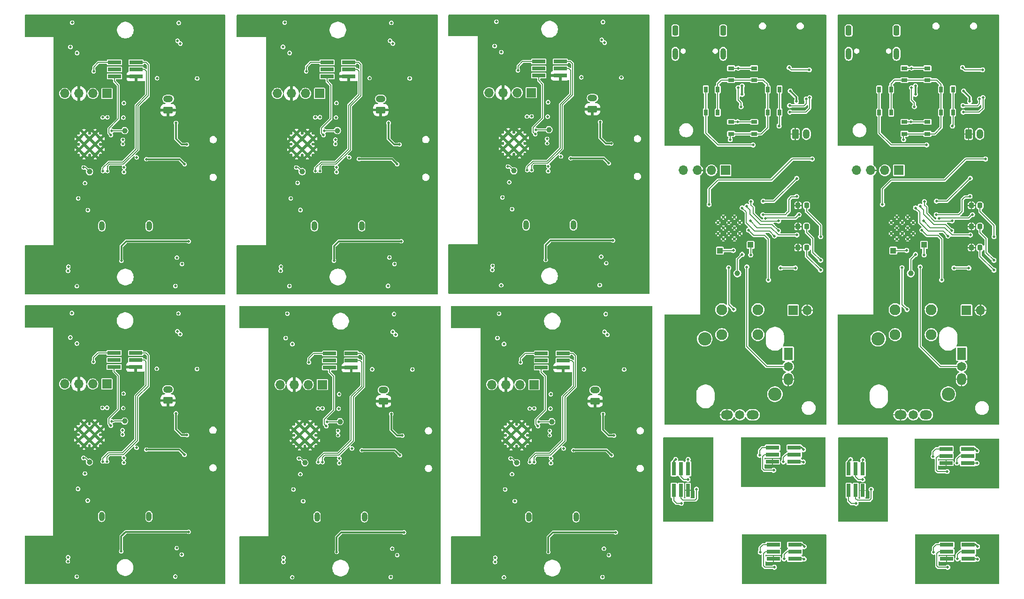
<source format=gbr>
%TF.GenerationSoftware,KiCad,Pcbnew,8.0.5*%
%TF.CreationDate,2025-01-24T10:40:51+05:30*%
%TF.ProjectId,racer_panelizatio_version2_,72616365-725f-4706-916e-656c697a6174,rev?*%
%TF.SameCoordinates,Original*%
%TF.FileFunction,Copper,L4,Bot*%
%TF.FilePolarity,Positive*%
%FSLAX46Y46*%
G04 Gerber Fmt 4.6, Leading zero omitted, Abs format (unit mm)*
G04 Created by KiCad (PCBNEW 8.0.5) date 2025-01-24 10:40:51*
%MOMM*%
%LPD*%
G01*
G04 APERTURE LIST*
G04 Aperture macros list*
%AMRoundRect*
0 Rectangle with rounded corners*
0 $1 Rounding radius*
0 $2 $3 $4 $5 $6 $7 $8 $9 X,Y pos of 4 corners*
0 Add a 4 corners polygon primitive as box body*
4,1,4,$2,$3,$4,$5,$6,$7,$8,$9,$2,$3,0*
0 Add four circle primitives for the rounded corners*
1,1,$1+$1,$2,$3*
1,1,$1+$1,$4,$5*
1,1,$1+$1,$6,$7*
1,1,$1+$1,$8,$9*
0 Add four rect primitives between the rounded corners*
20,1,$1+$1,$2,$3,$4,$5,0*
20,1,$1+$1,$4,$5,$6,$7,0*
20,1,$1+$1,$6,$7,$8,$9,0*
20,1,$1+$1,$8,$9,$2,$3,0*%
G04 Aperture macros list end*
%TA.AperFunction,ComponentPad*%
%ADD10O,1.000000X2.100000*%
%TD*%
%TA.AperFunction,ComponentPad*%
%ADD11RoundRect,0.250000X0.250000X0.650000X-0.250000X0.650000X-0.250000X-0.650000X0.250000X-0.650000X0*%
%TD*%
%TA.AperFunction,ComponentPad*%
%ADD12C,0.508000*%
%TD*%
%TA.AperFunction,ComponentPad*%
%ADD13R,1.700000X1.700000*%
%TD*%
%TA.AperFunction,ComponentPad*%
%ADD14O,1.700000X1.700000*%
%TD*%
%TA.AperFunction,ComponentPad*%
%ADD15RoundRect,0.250000X-0.350000X-0.625000X0.350000X-0.625000X0.350000X0.625000X-0.350000X0.625000X0*%
%TD*%
%TA.AperFunction,ComponentPad*%
%ADD16O,1.200000X1.750000*%
%TD*%
%TA.AperFunction,ComponentPad*%
%ADD17O,1.000000X1.700000*%
%TD*%
%TA.AperFunction,ComponentPad*%
%ADD18RoundRect,0.250000X0.625000X-0.350000X0.625000X0.350000X-0.625000X0.350000X-0.625000X-0.350000X0*%
%TD*%
%TA.AperFunction,ComponentPad*%
%ADD19O,1.750000X1.200000*%
%TD*%
%TA.AperFunction,SMDPad,CuDef*%
%ADD20R,0.650000X1.050000*%
%TD*%
%TA.AperFunction,SMDPad,CuDef*%
%ADD21R,1.000000X1.000000*%
%TD*%
%TA.AperFunction,SMDPad,CuDef*%
%ADD22C,1.000000*%
%TD*%
%TA.AperFunction,SMDPad,CuDef*%
%ADD23R,2.400000X0.740000*%
%TD*%
%TA.AperFunction,SMDPad,CuDef*%
%ADD24RoundRect,0.225000X-0.225000X-0.250000X0.225000X-0.250000X0.225000X0.250000X-0.225000X0.250000X0*%
%TD*%
%TA.AperFunction,SMDPad,CuDef*%
%ADD25R,1.050000X0.650000*%
%TD*%
%TA.AperFunction,SMDPad,CuDef*%
%ADD26R,0.740000X2.400000*%
%TD*%
%TA.AperFunction,ComponentPad*%
%ADD27C,1.950000*%
%TD*%
%TA.AperFunction,ComponentPad*%
%ADD28C,2.400000*%
%TD*%
%TA.AperFunction,ComponentPad*%
%ADD29R,1.650000X2.200000*%
%TD*%
%TA.AperFunction,ComponentPad*%
%ADD30C,1.650000*%
%TD*%
%TA.AperFunction,ComponentPad*%
%ADD31O,1.650000X2.200000*%
%TD*%
%TA.AperFunction,ComponentPad*%
%ADD32O,2.200000X1.650000*%
%TD*%
%TA.AperFunction,ViaPad*%
%ADD33C,0.508000*%
%TD*%
%TA.AperFunction,Conductor*%
%ADD34C,0.203200*%
%TD*%
%TA.AperFunction,Conductor*%
%ADD35C,0.304800*%
%TD*%
G04 APERTURE END LIST*
D10*
%TO.P,P1,S1,SHIELD*%
%TO.N,Net-(P1-SHIELD)*%
X184597500Y-45291500D03*
%TO.P,P1,SH2*%
%TO.N,N/C*%
X175957500Y-45291500D03*
D11*
%TO.P,P1,SH3*%
X184597500Y-41111500D03*
%TO.P,P1,SH4*%
X175957500Y-41111500D03*
%TD*%
D12*
%TO.P,U12,49,EPAD*%
%TO.N,GND*%
X114560700Y-63432000D03*
X116535700Y-63432000D03*
X113573200Y-62444500D03*
X115548200Y-62444500D03*
X117523200Y-62444500D03*
X114560700Y-61457000D03*
X116535700Y-61457000D03*
X113573200Y-60469500D03*
X115548200Y-60469500D03*
X117523200Y-60469500D03*
X114560700Y-59482000D03*
X116535700Y-59482000D03*
%TD*%
D13*
%TO.P,J11,1,Pin_1*%
%TO.N,/U0RXD*%
X153747500Y-66344000D03*
D14*
%TO.P,J11,2,Pin_2*%
%TO.N,/U0TXD*%
X151207500Y-66344000D03*
%TO.P,J11,3,Pin_3*%
%TO.N,GND*%
X148667500Y-66344000D03*
%TO.P,J11,4,Pin_4*%
%TO.N,+3V3*%
X146127500Y-66344000D03*
%TD*%
D13*
%TO.P,J9,1,Pin_1*%
%TO.N,/CP_EN*%
X197214000Y-91617000D03*
D14*
%TO.P,J9,2,Pin_2*%
%TO.N,GND*%
X199754000Y-91617000D03*
%TD*%
D13*
%TO.P,J21,1,Pin_1*%
%TO.N,/U0RXD*%
X80999114Y-105045000D03*
D14*
%TO.P,J21,2,Pin_2*%
%TO.N,/U0TXD*%
X78459114Y-105045000D03*
%TO.P,J21,3,Pin_3*%
%TO.N,GND*%
X75919114Y-105045000D03*
%TO.P,J21,4,Pin_4*%
%TO.N,+3V3*%
X73379114Y-105045000D03*
%TD*%
D15*
%TO.P,J12,1,Pin_1*%
%TO.N,GND*%
X197600000Y-59774000D03*
D16*
%TO.P,J12,2,Pin_2*%
%TO.N,LIPO+*%
X199600000Y-59774000D03*
%TD*%
D13*
%TO.P,J11,1,Pin_1*%
%TO.N,/U0RXD*%
X185025000Y-66344000D03*
D14*
%TO.P,J11,2,Pin_2*%
%TO.N,/U0TXD*%
X182485000Y-66344000D03*
%TO.P,J11,3,Pin_3*%
%TO.N,GND*%
X179945000Y-66344000D03*
%TO.P,J11,4,Pin_4*%
%TO.N,+3V3*%
X177405000Y-66344000D03*
%TD*%
D17*
%TO.P,P2,S1,SHIELD*%
%TO.N,Net-(P1-SHIELD)*%
X79566600Y-76364200D03*
%TO.P,P2,S2*%
%TO.N,N/C*%
X88106600Y-76364200D03*
%TD*%
D13*
%TO.P,J21,1,Pin_1*%
%TO.N,/U0RXD*%
X118700000Y-52300000D03*
D14*
%TO.P,J21,2,Pin_2*%
%TO.N,/U0TXD*%
X116160000Y-52300000D03*
%TO.P,J21,3,Pin_3*%
%TO.N,GND*%
X113620000Y-52300000D03*
%TO.P,J21,4,Pin_4*%
%TO.N,+3V3*%
X111080000Y-52300000D03*
%TD*%
D12*
%TO.P,U12,49,EPAD*%
%TO.N,GND*%
X115050614Y-116177000D03*
X117025614Y-116177000D03*
X114063114Y-115189500D03*
X116038114Y-115189500D03*
X118013114Y-115189500D03*
X115050614Y-114202000D03*
X117025614Y-114202000D03*
X114063114Y-113214500D03*
X116038114Y-113214500D03*
X118013114Y-113214500D03*
X115050614Y-112227000D03*
X117025614Y-112227000D03*
%TD*%
D10*
%TO.P,P1,S1,SHIELD*%
%TO.N,Net-(P1-SHIELD)*%
X153320000Y-45291500D03*
%TO.P,P1,SH2*%
%TO.N,N/C*%
X144680000Y-45291500D03*
D11*
%TO.P,P1,SH3*%
X153320000Y-41111500D03*
%TO.P,P1,SH4*%
X144680000Y-41111500D03*
%TD*%
D13*
%TO.P,J21,1,Pin_1*%
%TO.N,/U0RXD*%
X42127800Y-104939600D03*
D14*
%TO.P,J21,2,Pin_2*%
%TO.N,/U0TXD*%
X39587800Y-104939600D03*
%TO.P,J21,3,Pin_3*%
%TO.N,GND*%
X37047800Y-104939600D03*
%TO.P,J21,4,Pin_4*%
%TO.N,+3V3*%
X34507800Y-104939600D03*
%TD*%
D13*
%TO.P,J21,1,Pin_1*%
%TO.N,/U0RXD*%
X80509200Y-52451600D03*
D14*
%TO.P,J21,2,Pin_2*%
%TO.N,/U0TXD*%
X77969200Y-52451600D03*
%TO.P,J21,3,Pin_3*%
%TO.N,GND*%
X75429200Y-52451600D03*
%TO.P,J21,4,Pin_4*%
%TO.N,+3V3*%
X72889200Y-52451600D03*
%TD*%
D17*
%TO.P,P2,S1,SHIELD*%
%TO.N,Net-(P1-SHIELD)*%
X41185200Y-128852200D03*
%TO.P,P2,S2*%
%TO.N,N/C*%
X49725200Y-128852200D03*
%TD*%
D18*
%TO.P,J22,1,Pin_1*%
%TO.N,GND*%
X129732400Y-55281200D03*
D19*
%TO.P,J22,2,Pin_2*%
%TO.N,LIPO+*%
X129732400Y-53281200D03*
%TD*%
D18*
%TO.P,J22,1,Pin_1*%
%TO.N,GND*%
X92031514Y-108026200D03*
D19*
%TO.P,J22,2,Pin_2*%
%TO.N,LIPO+*%
X92031514Y-106026200D03*
%TD*%
D18*
%TO.P,J22,1,Pin_1*%
%TO.N,GND*%
X53160200Y-107920800D03*
D19*
%TO.P,J22,2,Pin_2*%
%TO.N,LIPO+*%
X53160200Y-105920800D03*
%TD*%
D12*
%TO.P,U5,49,EPAD*%
%TO.N,GND*%
X153360000Y-78736500D03*
X155335000Y-78736500D03*
X152372500Y-77749000D03*
X154347500Y-77749000D03*
X156322500Y-77749000D03*
X153360000Y-76761500D03*
X155335000Y-76761500D03*
X152372500Y-75774000D03*
X154347500Y-75774000D03*
X156322500Y-75774000D03*
X153360000Y-74786500D03*
X155335000Y-74786500D03*
%TD*%
%TO.P,U12,49,EPAD*%
%TO.N,GND*%
X76859814Y-116177000D03*
X78834814Y-116177000D03*
X75872314Y-115189500D03*
X77847314Y-115189500D03*
X79822314Y-115189500D03*
X76859814Y-114202000D03*
X78834814Y-114202000D03*
X75872314Y-113214500D03*
X77847314Y-113214500D03*
X79822314Y-113214500D03*
X76859814Y-112227000D03*
X78834814Y-112227000D03*
%TD*%
D17*
%TO.P,P2,S1,SHIELD*%
%TO.N,Net-(P1-SHIELD)*%
X118247314Y-128957600D03*
%TO.P,P2,S2*%
%TO.N,N/C*%
X126787314Y-128957600D03*
%TD*%
D12*
%TO.P,U5,49,EPAD*%
%TO.N,GND*%
X184637500Y-78736500D03*
X186612500Y-78736500D03*
X183650000Y-77749000D03*
X185625000Y-77749000D03*
X187600000Y-77749000D03*
X184637500Y-76761500D03*
X186612500Y-76761500D03*
X183650000Y-75774000D03*
X185625000Y-75774000D03*
X187600000Y-75774000D03*
X184637500Y-74786500D03*
X186612500Y-74786500D03*
%TD*%
D18*
%TO.P,J22,1,Pin_1*%
%TO.N,GND*%
X53190800Y-55444800D03*
D19*
%TO.P,J22,2,Pin_2*%
%TO.N,LIPO+*%
X53190800Y-53444800D03*
%TD*%
D12*
%TO.P,U12,49,EPAD*%
%TO.N,GND*%
X76369900Y-63583600D03*
X78344900Y-63583600D03*
X75382400Y-62596100D03*
X77357400Y-62596100D03*
X79332400Y-62596100D03*
X76369900Y-61608600D03*
X78344900Y-61608600D03*
X75382400Y-60621100D03*
X77357400Y-60621100D03*
X79332400Y-60621100D03*
X76369900Y-59633600D03*
X78344900Y-59633600D03*
%TD*%
D13*
%TO.P,J21,1,Pin_1*%
%TO.N,/U0RXD*%
X119189914Y-105045000D03*
D14*
%TO.P,J21,2,Pin_2*%
%TO.N,/U0TXD*%
X116649914Y-105045000D03*
%TO.P,J21,3,Pin_3*%
%TO.N,GND*%
X114109914Y-105045000D03*
%TO.P,J21,4,Pin_4*%
%TO.N,+3V3*%
X111569914Y-105045000D03*
%TD*%
D18*
%TO.P,J22,1,Pin_1*%
%TO.N,GND*%
X130222314Y-108026200D03*
D19*
%TO.P,J22,2,Pin_2*%
%TO.N,LIPO+*%
X130222314Y-106026200D03*
%TD*%
D18*
%TO.P,J22,1,Pin_1*%
%TO.N,GND*%
X91541600Y-55432800D03*
D19*
%TO.P,J22,2,Pin_2*%
%TO.N,LIPO+*%
X91541600Y-53432800D03*
%TD*%
D13*
%TO.P,J9,1,Pin_1*%
%TO.N,/CP_EN*%
X165936500Y-91617000D03*
D14*
%TO.P,J9,2,Pin_2*%
%TO.N,GND*%
X168476500Y-91617000D03*
%TD*%
D12*
%TO.P,U12,49,EPAD*%
%TO.N,GND*%
X37988500Y-116071600D03*
X39963500Y-116071600D03*
X37001000Y-115084100D03*
X38976000Y-115084100D03*
X40951000Y-115084100D03*
X37988500Y-114096600D03*
X39963500Y-114096600D03*
X37001000Y-113109100D03*
X38976000Y-113109100D03*
X40951000Y-113109100D03*
X37988500Y-112121600D03*
X39963500Y-112121600D03*
%TD*%
D17*
%TO.P,P2,S1,SHIELD*%
%TO.N,Net-(P1-SHIELD)*%
X41215800Y-76376200D03*
%TO.P,P2,S2*%
%TO.N,N/C*%
X49755800Y-76376200D03*
%TD*%
D15*
%TO.P,J12,1,Pin_1*%
%TO.N,GND*%
X166322500Y-59774000D03*
D16*
%TO.P,J12,2,Pin_2*%
%TO.N,LIPO+*%
X168322500Y-59774000D03*
%TD*%
D13*
%TO.P,J21,1,Pin_1*%
%TO.N,/U0RXD*%
X42158400Y-52463600D03*
D14*
%TO.P,J21,2,Pin_2*%
%TO.N,/U0TXD*%
X39618400Y-52463600D03*
%TO.P,J21,3,Pin_3*%
%TO.N,GND*%
X37078400Y-52463600D03*
%TO.P,J21,4,Pin_4*%
%TO.N,+3V3*%
X34538400Y-52463600D03*
%TD*%
D17*
%TO.P,P2,S1,SHIELD*%
%TO.N,Net-(P1-SHIELD)*%
X117757400Y-76212600D03*
%TO.P,P2,S2*%
%TO.N,N/C*%
X126297400Y-76212600D03*
%TD*%
D12*
%TO.P,U12,49,EPAD*%
%TO.N,GND*%
X38019100Y-63595600D03*
X39994100Y-63595600D03*
X37031600Y-62608100D03*
X39006600Y-62608100D03*
X40981600Y-62608100D03*
X38019100Y-61620600D03*
X39994100Y-61620600D03*
X37031600Y-60633100D03*
X39006600Y-60633100D03*
X40981600Y-60633100D03*
X38019100Y-59645600D03*
X39994100Y-59645600D03*
%TD*%
D17*
%TO.P,P2,S1,SHIELD*%
%TO.N,Net-(P1-SHIELD)*%
X80056514Y-128957600D03*
%TO.P,P2,S2*%
%TO.N,N/C*%
X88596514Y-128957600D03*
%TD*%
D20*
%TO.P,S6,1*%
%TO.N,+3V3*%
X192621600Y-51729200D03*
X192621600Y-55879200D03*
%TO.P,S6,2*%
%TO.N,Net-(R8-Pad2)*%
X194771600Y-51729200D03*
X194771600Y-55879200D03*
%TD*%
D21*
%TO.P,TP2,1,1*%
%TO.N,Net-(U5-IO14)*%
X184011000Y-80847400D03*
%TD*%
D22*
%TO.P,TP7,1,1*%
%TO.N,Net-(U5-IO11)*%
X45358800Y-59169200D03*
%TD*%
D23*
%TO.P,J1,1,Pin_1*%
%TO.N,GND*%
X162226500Y-118994000D03*
%TO.P,J1,2,Pin_2*%
%TO.N,/HAL_OUT*%
X166126500Y-118994000D03*
%TO.P,J1,3,Pin_3*%
%TO.N,/SCL*%
X162226500Y-117724000D03*
%TO.P,J1,4,Pin_4*%
%TO.N,/OPT_INT*%
X166126500Y-117724000D03*
%TO.P,J1,5,Pin_5*%
%TO.N,/SDA*%
X162226500Y-116454000D03*
%TO.P,J1,6,Pin_6*%
%TO.N,+3V3*%
X166126500Y-116454000D03*
%TD*%
D21*
%TO.P,TP1,1,1*%
%TO.N,Net-(U5-IO13)*%
X158270700Y-79806000D03*
%TD*%
D24*
%TO.P,D3,1,K*%
%TO.N,GND*%
X198095000Y-72694000D03*
%TO.P,D3,2,A*%
%TO.N,Net-(D3-A)*%
X199645000Y-72694000D03*
%TD*%
D22*
%TO.P,TP7,1,1*%
%TO.N,Net-(U5-IO11)*%
X84199514Y-111750600D03*
%TD*%
D23*
%TO.P,J1,1,Pin_1*%
%TO.N,GND*%
X193626800Y-136529000D03*
%TO.P,J1,2,Pin_2*%
%TO.N,/HAL_OUT*%
X197526800Y-136529000D03*
%TO.P,J1,3,Pin_3*%
%TO.N,/SCL*%
X193626800Y-135259000D03*
%TO.P,J1,4,Pin_4*%
%TO.N,/OPT_INT*%
X197526800Y-135259000D03*
%TO.P,J1,5,Pin_5*%
%TO.N,/SDA*%
X193626800Y-133989000D03*
%TO.P,J1,6,Pin_6*%
%TO.N,+3V3*%
X197526800Y-133989000D03*
%TD*%
%TO.P,J20,1,Pin_1*%
%TO.N,/SDA*%
X86219914Y-99431600D03*
%TO.P,J20,2,Pin_2*%
%TO.N,+3V3*%
X82319914Y-99431600D03*
%TO.P,J20,3,Pin_3*%
%TO.N,/SCL*%
X86219914Y-100701600D03*
%TO.P,J20,4,Pin_4*%
%TO.N,/OPT_INT*%
X82319914Y-100701600D03*
%TO.P,J20,5,Pin_5*%
%TO.N,GND*%
X86219914Y-101971600D03*
%TO.P,J20,6,Pin_6*%
%TO.N,/HAL_OUT*%
X82319914Y-101971600D03*
%TD*%
%TO.P,J20,1,Pin_1*%
%TO.N,/SDA*%
X47379200Y-46850200D03*
%TO.P,J20,2,Pin_2*%
%TO.N,+3V3*%
X43479200Y-46850200D03*
%TO.P,J20,3,Pin_3*%
%TO.N,/SCL*%
X47379200Y-48120200D03*
%TO.P,J20,4,Pin_4*%
%TO.N,/OPT_INT*%
X43479200Y-48120200D03*
%TO.P,J20,5,Pin_5*%
%TO.N,GND*%
X47379200Y-49390200D03*
%TO.P,J20,6,Pin_6*%
%TO.N,/HAL_OUT*%
X43479200Y-49390200D03*
%TD*%
D22*
%TO.P,TP4,1,1*%
%TO.N,Net-(U5-IO3)*%
X77849514Y-119167400D03*
%TD*%
D25*
%TO.P,S2,1*%
%TO.N,+3V3*%
X186033200Y-59748200D03*
X190183200Y-59748200D03*
%TO.P,S2,2*%
%TO.N,Net-(R2-Pad2)*%
X186033200Y-57598200D03*
X190183200Y-57598200D03*
%TD*%
D26*
%TO.P,J1,1,Pin_1*%
%TO.N,GND*%
X146967800Y-124144000D03*
%TO.P,J1,2,Pin_2*%
%TO.N,/HAL_OUT*%
X146967800Y-120244000D03*
%TO.P,J1,3,Pin_3*%
%TO.N,/SCL*%
X145697800Y-124144000D03*
%TO.P,J1,4,Pin_4*%
%TO.N,/OPT_INT*%
X145697800Y-120244000D03*
%TO.P,J1,5,Pin_5*%
%TO.N,/SDA*%
X144427800Y-124144000D03*
%TO.P,J1,6,Pin_6*%
%TO.N,+3V3*%
X144427800Y-120244000D03*
%TD*%
D22*
%TO.P,TP3,1,1*%
%TO.N,Net-(U5-IO0)*%
X155883100Y-84962200D03*
%TD*%
D24*
%TO.P,D2,1,K*%
%TO.N,GND*%
X166817500Y-76504000D03*
%TO.P,D2,2,A*%
%TO.N,Net-(D2-A)*%
X168367500Y-76504000D03*
%TD*%
D23*
%TO.P,J20,1,Pin_1*%
%TO.N,/SDA*%
X85730000Y-46838200D03*
%TO.P,J20,2,Pin_2*%
%TO.N,+3V3*%
X81830000Y-46838200D03*
%TO.P,J20,3,Pin_3*%
%TO.N,/SCL*%
X85730000Y-48108200D03*
%TO.P,J20,4,Pin_4*%
%TO.N,/OPT_INT*%
X81830000Y-48108200D03*
%TO.P,J20,5,Pin_5*%
%TO.N,GND*%
X85730000Y-49378200D03*
%TO.P,J20,6,Pin_6*%
%TO.N,/HAL_OUT*%
X81830000Y-49378200D03*
%TD*%
D24*
%TO.P,D1,1,K*%
%TO.N,GND*%
X166817500Y-80314000D03*
%TO.P,D1,2,A*%
%TO.N,Net-(D1-A)*%
X168367500Y-80314000D03*
%TD*%
D22*
%TO.P,TP4,1,1*%
%TO.N,Net-(U5-IO3)*%
X39008800Y-66586000D03*
%TD*%
D25*
%TO.P,S3,1*%
%TO.N,+3V3*%
X154747900Y-50045400D03*
X158897900Y-50045400D03*
%TO.P,S3,2*%
%TO.N,Net-(R4-Pad2)*%
X154747900Y-47895400D03*
X158897900Y-47895400D03*
%TD*%
D23*
%TO.P,J20,1,Pin_1*%
%TO.N,/SDA*%
X124410714Y-99431600D03*
%TO.P,J20,2,Pin_2*%
%TO.N,+3V3*%
X120510714Y-99431600D03*
%TO.P,J20,3,Pin_3*%
%TO.N,/SCL*%
X124410714Y-100701600D03*
%TO.P,J20,4,Pin_4*%
%TO.N,/OPT_INT*%
X120510714Y-100701600D03*
%TO.P,J20,5,Pin_5*%
%TO.N,GND*%
X124410714Y-101971600D03*
%TO.P,J20,6,Pin_6*%
%TO.N,/HAL_OUT*%
X120510714Y-101971600D03*
%TD*%
%TO.P,J20,1,Pin_1*%
%TO.N,/SDA*%
X47348600Y-99326200D03*
%TO.P,J20,2,Pin_2*%
%TO.N,+3V3*%
X43448600Y-99326200D03*
%TO.P,J20,3,Pin_3*%
%TO.N,/SCL*%
X47348600Y-100596200D03*
%TO.P,J20,4,Pin_4*%
%TO.N,/OPT_INT*%
X43448600Y-100596200D03*
%TO.P,J20,5,Pin_5*%
%TO.N,GND*%
X47348600Y-101866200D03*
%TO.P,J20,6,Pin_6*%
%TO.N,/HAL_OUT*%
X43448600Y-101866200D03*
%TD*%
D26*
%TO.P,J1,1,Pin_1*%
%TO.N,GND*%
X178494000Y-124177500D03*
%TO.P,J1,2,Pin_2*%
%TO.N,/HAL_OUT*%
X178494000Y-120277500D03*
%TO.P,J1,3,Pin_3*%
%TO.N,/SCL*%
X177224000Y-124177500D03*
%TO.P,J1,4,Pin_4*%
%TO.N,/OPT_INT*%
X177224000Y-120277500D03*
%TO.P,J1,5,Pin_5*%
%TO.N,/SDA*%
X175954000Y-124177500D03*
%TO.P,J1,6,Pin_6*%
%TO.N,+3V3*%
X175954000Y-120277500D03*
%TD*%
D20*
%TO.P,S6,1*%
%TO.N,+3V3*%
X161344100Y-51729200D03*
X161344100Y-55879200D03*
%TO.P,S6,2*%
%TO.N,Net-(R8-Pad2)*%
X163494100Y-51729200D03*
X163494100Y-55879200D03*
%TD*%
D22*
%TO.P,TP4,1,1*%
%TO.N,Net-(U5-IO3)*%
X77359600Y-66574000D03*
%TD*%
D27*
%TO.P,U1,A*%
%TO.N,N/C*%
X184350000Y-96024000D03*
%TO.P,U1,B*%
X190850000Y-96024000D03*
%TO.P,U1,C*%
%TO.N,+3V3*%
X184350000Y-91524000D03*
%TO.P,U1,D*%
%TO.N,/VR_BTN*%
X190850000Y-91524000D03*
D28*
%TO.P,U1,S1*%
%TO.N,N/C*%
X193925000Y-106774000D03*
%TO.P,U1,S3*%
X181275000Y-96774000D03*
D29*
%TO.P,U1,VR1_1*%
%TO.N,+3V3*%
X196330000Y-99474000D03*
D30*
%TO.P,U1,VR1_2*%
%TO.N,/VR1*%
X196330000Y-101774000D03*
D31*
%TO.P,U1,VR1_3*%
%TO.N,GND*%
X196330000Y-104074000D03*
D32*
%TO.P,U1,VR2_1*%
%TO.N,+3V3*%
X189900000Y-110504000D03*
D30*
%TO.P,U1,VR2_2*%
%TO.N,/VR2*%
X187600000Y-110504000D03*
D32*
%TO.P,U1,VR2_3*%
%TO.N,GND*%
X185300000Y-110504000D03*
%TD*%
D21*
%TO.P,TP1,1,1*%
%TO.N,Net-(U5-IO13)*%
X189548200Y-79806000D03*
%TD*%
D22*
%TO.P,TP4,1,1*%
%TO.N,Net-(U5-IO3)*%
X38978200Y-119062000D03*
%TD*%
D20*
%TO.P,S5,1*%
%TO.N,+3V3*%
X152335300Y-55887500D03*
X152335300Y-51737500D03*
%TO.P,S5,2*%
%TO.N,Net-(R6-Pad2)*%
X150185300Y-55887500D03*
X150185300Y-51737500D03*
%TD*%
D24*
%TO.P,D2,1,K*%
%TO.N,GND*%
X198095000Y-76504000D03*
%TO.P,D2,2,A*%
%TO.N,Net-(D2-A)*%
X199645000Y-76504000D03*
%TD*%
D27*
%TO.P,U1,A*%
%TO.N,N/C*%
X153072500Y-96024000D03*
%TO.P,U1,B*%
X159572500Y-96024000D03*
%TO.P,U1,C*%
%TO.N,+3V3*%
X153072500Y-91524000D03*
%TO.P,U1,D*%
%TO.N,/VR_BTN*%
X159572500Y-91524000D03*
D28*
%TO.P,U1,S1*%
%TO.N,N/C*%
X162647500Y-106774000D03*
%TO.P,U1,S3*%
X149997500Y-96774000D03*
D29*
%TO.P,U1,VR1_1*%
%TO.N,+3V3*%
X165052500Y-99474000D03*
D30*
%TO.P,U1,VR1_2*%
%TO.N,/VR1*%
X165052500Y-101774000D03*
D31*
%TO.P,U1,VR1_3*%
%TO.N,GND*%
X165052500Y-104074000D03*
D32*
%TO.P,U1,VR2_1*%
%TO.N,+3V3*%
X158622500Y-110504000D03*
D30*
%TO.P,U1,VR2_2*%
%TO.N,/VR2*%
X156322500Y-110504000D03*
D32*
%TO.P,U1,VR2_3*%
%TO.N,GND*%
X154022500Y-110504000D03*
%TD*%
D20*
%TO.P,S5,1*%
%TO.N,+3V3*%
X183612800Y-55887500D03*
X183612800Y-51737500D03*
%TO.P,S5,2*%
%TO.N,Net-(R6-Pad2)*%
X181462800Y-55887500D03*
X181462800Y-51737500D03*
%TD*%
D21*
%TO.P,TP2,1,1*%
%TO.N,Net-(U5-IO14)*%
X152733500Y-80847400D03*
%TD*%
D24*
%TO.P,D3,1,K*%
%TO.N,GND*%
X166817500Y-72694000D03*
%TO.P,D3,2,A*%
%TO.N,Net-(D3-A)*%
X168367500Y-72694000D03*
%TD*%
D23*
%TO.P,J20,1,Pin_1*%
%TO.N,/SDA*%
X123920800Y-46686600D03*
%TO.P,J20,2,Pin_2*%
%TO.N,+3V3*%
X120020800Y-46686600D03*
%TO.P,J20,3,Pin_3*%
%TO.N,/SCL*%
X123920800Y-47956600D03*
%TO.P,J20,4,Pin_4*%
%TO.N,/OPT_INT*%
X120020800Y-47956600D03*
%TO.P,J20,5,Pin_5*%
%TO.N,GND*%
X123920800Y-49226600D03*
%TO.P,J20,6,Pin_6*%
%TO.N,/HAL_OUT*%
X120020800Y-49226600D03*
%TD*%
%TO.P,J1,1,Pin_1*%
%TO.N,GND*%
X193526800Y-119229000D03*
%TO.P,J1,2,Pin_2*%
%TO.N,/HAL_OUT*%
X197426800Y-119229000D03*
%TO.P,J1,3,Pin_3*%
%TO.N,/SCL*%
X193526800Y-117959000D03*
%TO.P,J1,4,Pin_4*%
%TO.N,/OPT_INT*%
X197426800Y-117959000D03*
%TO.P,J1,5,Pin_5*%
%TO.N,/SDA*%
X193526800Y-116689000D03*
%TO.P,J1,6,Pin_6*%
%TO.N,+3V3*%
X197426800Y-116689000D03*
%TD*%
D22*
%TO.P,TP7,1,1*%
%TO.N,Net-(U5-IO11)*%
X83709600Y-59157200D03*
%TD*%
%TO.P,TP7,1,1*%
%TO.N,Net-(U5-IO11)*%
X122390314Y-111750600D03*
%TD*%
%TO.P,TP7,1,1*%
%TO.N,Net-(U5-IO11)*%
X121900400Y-59005600D03*
%TD*%
%TO.P,TP7,1,1*%
%TO.N,Net-(U5-IO11)*%
X45328200Y-111645200D03*
%TD*%
D25*
%TO.P,S2,1*%
%TO.N,+3V3*%
X154755700Y-59748200D03*
X158905700Y-59748200D03*
%TO.P,S2,2*%
%TO.N,Net-(R2-Pad2)*%
X154755700Y-57598200D03*
X158905700Y-57598200D03*
%TD*%
D22*
%TO.P,TP4,1,1*%
%TO.N,Net-(U5-IO3)*%
X116040314Y-119167400D03*
%TD*%
%TO.P,TP3,1,1*%
%TO.N,Net-(U5-IO0)*%
X187160600Y-84962200D03*
%TD*%
D25*
%TO.P,S3,1*%
%TO.N,+3V3*%
X186025400Y-50045400D03*
X190175400Y-50045400D03*
%TO.P,S3,2*%
%TO.N,Net-(R4-Pad2)*%
X186025400Y-47895400D03*
X190175400Y-47895400D03*
%TD*%
D23*
%TO.P,J1,1,Pin_1*%
%TO.N,GND*%
X162355800Y-136529000D03*
%TO.P,J1,2,Pin_2*%
%TO.N,/HAL_OUT*%
X166255800Y-136529000D03*
%TO.P,J1,3,Pin_3*%
%TO.N,/SCL*%
X162355800Y-135259000D03*
%TO.P,J1,4,Pin_4*%
%TO.N,/OPT_INT*%
X166255800Y-135259000D03*
%TO.P,J1,5,Pin_5*%
%TO.N,/SDA*%
X162355800Y-133989000D03*
%TO.P,J1,6,Pin_6*%
%TO.N,+3V3*%
X166255800Y-133989000D03*
%TD*%
D22*
%TO.P,TP4,1,1*%
%TO.N,Net-(U5-IO3)*%
X115550400Y-66422400D03*
%TD*%
D24*
%TO.P,D1,1,K*%
%TO.N,GND*%
X198095000Y-80314000D03*
%TO.P,D1,2,A*%
%TO.N,Net-(D1-A)*%
X199645000Y-80314000D03*
%TD*%
D33*
%TO.N,GND*%
X71390600Y-68733000D03*
X137681114Y-101285800D03*
X132847800Y-78004800D03*
X32602800Y-93535000D03*
X113772400Y-40285800D03*
X45104800Y-55232200D03*
X200910800Y-140466000D03*
X145164300Y-47065400D03*
X92937114Y-137531600D03*
X131356514Y-121834400D03*
X170640500Y-65074000D03*
X76800800Y-38888000D03*
X61254000Y-138239000D03*
X182461600Y-83946200D03*
X124821400Y-63831600D03*
X44749200Y-44792800D03*
X174740000Y-53009000D03*
X48229000Y-77685800D03*
X92675800Y-69241000D03*
X29199200Y-138315200D03*
X180907000Y-124259500D03*
X83455600Y-55220200D03*
X51226200Y-82080000D03*
X97679600Y-56033000D03*
X49697000Y-112153200D03*
X123297400Y-81687800D03*
X48249200Y-116471200D03*
X162273800Y-138942000D03*
X76191200Y-80239200D03*
X149380800Y-124226000D03*
X109581400Y-68581400D03*
X38450000Y-38900000D03*
X159566100Y-68960200D03*
X188464800Y-140593000D03*
X160810700Y-82168200D03*
X182431000Y-116893500D03*
X46755800Y-81851400D03*
X90066914Y-134661400D03*
X89450000Y-58395200D03*
X36138600Y-85229600D03*
X89577000Y-82068000D03*
X192088200Y-82168200D03*
X95146914Y-130749800D03*
X33039800Y-75730000D03*
X121780714Y-97374200D03*
X148237800Y-120289000D03*
X130866600Y-69089400D03*
X76681114Y-132832600D03*
X114991600Y-38736400D03*
X137902400Y-57811800D03*
X38343200Y-100494600D03*
X83945514Y-107813600D03*
X56275600Y-130644400D03*
X138900314Y-94097600D03*
X55234200Y-111315000D03*
X36108000Y-137705600D03*
X38419400Y-91376000D03*
X51480200Y-78397000D03*
X130917400Y-41682800D03*
X109581400Y-75566400D03*
X128130714Y-110988600D03*
X92726600Y-41834400D03*
X137274714Y-135626600D03*
X55264800Y-58839000D03*
X143284800Y-129179000D03*
X93216514Y-94427800D03*
X54345200Y-94322400D03*
X157193800Y-140593000D03*
X67580600Y-85827200D03*
X188591800Y-132846000D03*
X44718600Y-97268800D03*
X54096400Y-84950200D03*
X127640800Y-58243600D03*
X138316114Y-138344400D03*
X110071314Y-121326400D03*
X77290714Y-91481400D03*
X188491800Y-115546000D03*
X33009200Y-121221000D03*
X196660200Y-45363600D03*
X85596514Y-134432800D03*
X83589914Y-97374200D03*
X191539800Y-121642000D03*
X51195600Y-134556000D03*
X115481514Y-91481400D03*
X87069714Y-130267200D03*
X99711600Y-57963400D03*
X86630600Y-63983200D03*
X86587114Y-103546400D03*
X109664914Y-93640400D03*
X51449600Y-130873000D03*
X133337714Y-130749800D03*
X201994200Y-50545200D03*
X182558000Y-129339500D03*
X85037714Y-121199400D03*
X112680200Y-85066000D03*
X93615600Y-58827000D03*
X128021800Y-78233400D03*
X130257000Y-72721600D03*
X51068600Y-110883200D03*
X41975400Y-130263400D03*
X136784800Y-82881600D03*
X81728400Y-85624000D03*
X61330200Y-110451400D03*
X48279800Y-63995200D03*
X176441800Y-47065400D03*
X154740100Y-42341000D03*
X33009200Y-128206000D03*
X197381800Y-120499000D03*
X131407314Y-94427800D03*
X46166400Y-121094000D03*
X169639800Y-140466000D03*
X195339400Y-88772200D03*
X199708200Y-43966600D03*
X137191200Y-48540800D03*
X86579800Y-77673800D03*
X194704400Y-50011800D03*
X200810800Y-123166000D03*
X150904800Y-116860000D03*
X149380800Y-126131000D03*
X138392314Y-110556800D03*
X115405314Y-100600000D03*
X76071514Y-93030800D03*
X54065800Y-137426200D03*
X80356800Y-77775400D03*
X46197000Y-68618000D03*
X120409114Y-138217400D03*
X186017600Y-42341000D03*
X109175000Y-40895400D03*
X131806400Y-58675400D03*
X37840400Y-80251200D03*
X61868800Y-41516200D03*
X100125314Y-138344400D03*
X202334800Y-115546000D03*
X92066200Y-72873200D03*
X174811000Y-115369500D03*
X33039800Y-68745000D03*
X99000400Y-48692400D03*
X99490314Y-101285800D03*
X60619000Y-101180400D03*
X123787314Y-134432800D03*
X93165714Y-121834400D03*
X163426900Y-50011800D03*
X124770600Y-77522200D03*
X87120514Y-116576600D03*
X164061900Y-88772200D03*
X61838200Y-93992200D03*
X77214514Y-100600000D03*
X182360000Y-53009000D03*
X37809800Y-132727200D03*
X74979314Y-137811000D03*
X202434800Y-132846000D03*
X114915400Y-47855000D03*
X88078400Y-59665200D03*
X127767800Y-81916400D03*
X157320800Y-132846000D03*
X114382000Y-80087600D03*
X47746400Y-50965000D03*
X48198400Y-130161800D03*
X190843600Y-68960200D03*
X125311314Y-116576600D03*
X166210800Y-137799000D03*
X124777914Y-103546400D03*
X132296314Y-111420400D03*
X71474114Y-93640400D03*
X74489400Y-85217600D03*
X118547600Y-77623800D03*
X43347000Y-138112000D03*
X56306200Y-78168400D03*
X105771400Y-85675600D03*
X84547800Y-68606000D03*
X60243200Y-83045200D03*
X138410400Y-41352600D03*
X54375800Y-41846400D03*
X162144500Y-121407000D03*
X99635400Y-85751000D03*
X191639800Y-138942000D03*
X157064500Y-123058000D03*
X94657000Y-78156400D03*
X37200200Y-92925400D03*
X192901000Y-46201800D03*
X53684800Y-125361200D03*
X98594000Y-83033200D03*
X143284800Y-115336000D03*
X92556114Y-125466600D03*
X123228514Y-121199400D03*
X43377600Y-85636000D03*
X32633400Y-41059000D03*
X54325000Y-69253000D03*
X151184100Y-83946200D03*
X174811000Y-129212500D03*
X119037514Y-130368800D03*
X168430700Y-43966600D03*
X184493600Y-47802000D03*
X165382700Y-45363600D03*
X70984200Y-41047000D03*
X130746914Y-125466600D03*
X100201514Y-110556800D03*
X86097200Y-50953000D03*
X171163800Y-132846000D03*
X169510500Y-122931000D03*
X94105514Y-111420400D03*
X126759114Y-112258600D03*
X166081500Y-120264000D03*
X100709514Y-94097600D03*
X171034500Y-115311000D03*
X49727600Y-59677200D03*
X99083914Y-135626600D03*
X188364800Y-123293000D03*
X151082500Y-53009000D03*
X59328800Y-56045000D03*
X42006000Y-77787400D03*
X61360800Y-57975400D03*
X181090000Y-60857600D03*
X60212600Y-135521200D03*
X71880514Y-121326400D03*
X89831000Y-78385000D03*
X135870400Y-55881400D03*
X179764000Y-120322500D03*
X71880514Y-128311400D03*
X29229800Y-85839200D03*
X151031800Y-129306000D03*
X88568314Y-112258600D03*
X75581600Y-40437400D03*
X54294400Y-121729000D03*
X149812500Y-60857600D03*
X89939914Y-110988600D03*
X122136314Y-107813600D03*
X98169514Y-108626400D03*
X160368800Y-138942000D03*
X82218314Y-138217400D03*
X71390600Y-75718000D03*
X119919200Y-85472400D03*
X38373800Y-48018600D03*
X193444800Y-121642000D03*
X128257714Y-134661400D03*
X160239500Y-121407000D03*
X113170114Y-137811000D03*
X80846714Y-130368800D03*
X76724600Y-48006600D03*
X121646400Y-55068600D03*
X137826200Y-85599400D03*
X143462500Y-53009000D03*
X131127914Y-137531600D03*
X37230800Y-40449400D03*
X61284600Y-85763000D03*
X45074200Y-107708200D03*
X122738600Y-68454400D03*
X125260514Y-130267200D03*
X90320914Y-130978400D03*
X161623500Y-46201800D03*
X157191500Y-115311000D03*
X126269200Y-59513600D03*
X153216100Y-47802000D03*
X60649600Y-48704400D03*
X68070514Y-138420600D03*
X51099200Y-58407200D03*
X130638000Y-84786600D03*
X121290800Y-44629200D03*
X124288000Y-50801400D03*
X201918000Y-65074000D03*
X110071314Y-128311400D03*
X92447200Y-84938200D03*
X193544800Y-138942000D03*
X106261314Y-138420600D03*
X114262314Y-93030800D03*
X197481800Y-137799000D03*
X128511714Y-130978400D03*
X180907000Y-126164500D03*
X85106600Y-81839400D03*
X47715800Y-103441000D03*
X114871914Y-132832600D03*
X53715400Y-72885200D03*
X59298200Y-108521000D03*
X136360314Y-108626400D03*
X100219600Y-41504200D03*
X170716700Y-50545200D03*
X46725200Y-134327400D03*
X83100000Y-44780800D03*
%TO.N,+3V3*%
X113493000Y-71248400D03*
X124549314Y-116576600D03*
X75792114Y-123993400D03*
X199109000Y-117019200D03*
X199209000Y-134319200D03*
X97255114Y-102327200D03*
X176284200Y-118595300D03*
X39714800Y-100926400D03*
X85868600Y-63983200D03*
X86358514Y-116576600D03*
X38704000Y-73520200D03*
X58383800Y-102221800D03*
X135445914Y-102327200D03*
X77054800Y-73508200D03*
X154587700Y-60781400D03*
X115245600Y-73356600D03*
X124059400Y-63831600D03*
X75302200Y-71400000D03*
X115735514Y-126101600D03*
X113982914Y-123993400D03*
X36920800Y-123888000D03*
X134956000Y-49582200D03*
X144758000Y-118561800D03*
X47517800Y-63995200D03*
X36951400Y-71412000D03*
X78586114Y-101031800D03*
X47487200Y-116471200D03*
X167808700Y-116784200D03*
X167938000Y-134319200D03*
X38673400Y-125996200D03*
X96765200Y-49733800D03*
X39745400Y-48450400D03*
X116776914Y-101031800D03*
X116287000Y-48286800D03*
X78096200Y-48438400D03*
X185865200Y-60781400D03*
X77544714Y-126101600D03*
X58414400Y-49745800D03*
%TO.N,/CP_EN*%
X166347900Y-83971600D03*
X197625400Y-83971600D03*
X163680900Y-83971600D03*
X194958400Y-83971600D03*
%TO.N,+5V*%
X196685600Y-51993000D03*
X197803200Y-53898000D03*
X165408100Y-51993000D03*
X166525700Y-53898000D03*
%TO.N,Net-(D1-A)*%
X202172000Y-84378000D03*
X170894500Y-84378000D03*
%TO.N,Net-(D2-A)*%
X170894500Y-82600000D03*
X202172000Y-82600000D03*
%TO.N,Net-(D3-A)*%
X202169411Y-78309989D03*
X170891911Y-78309989D03*
%TO.N,/OPT_INT*%
X164176500Y-118994000D03*
X164305800Y-136529000D03*
X195476800Y-119229000D03*
X146967800Y-122194000D03*
X195576800Y-136529000D03*
X178494000Y-122227500D03*
%TO.N,/ADC_BATT*%
X76546800Y-68631400D03*
X182055200Y-72516200D03*
X114737600Y-68479800D03*
X89526200Y-49683000D03*
X150777700Y-72516200D03*
X169370500Y-64312000D03*
X200648000Y-64312000D03*
X51175400Y-49695000D03*
X128206914Y-102276400D03*
X90016114Y-102276400D03*
X77036714Y-121224800D03*
X38165400Y-121119400D03*
X51144800Y-102171000D03*
X115227514Y-121224800D03*
X127717000Y-49531400D03*
X38196000Y-68643400D03*
%TO.N,Net-(U5-IO27)*%
X156746700Y-73125800D03*
X79721800Y-56769600D03*
X113264400Y-87098000D03*
X41340400Y-109257600D03*
X117912600Y-56618000D03*
X188024200Y-73125800D03*
X162588700Y-78205800D03*
X193866200Y-78205800D03*
X75563514Y-139843000D03*
X36692200Y-139737600D03*
X113754314Y-139843000D03*
X80211714Y-109363000D03*
X118402514Y-109363000D03*
X36722800Y-87261600D03*
X75073600Y-87249600D03*
X41371000Y-56781600D03*
%TO.N,Net-(U5-IO26)*%
X80560000Y-56744200D03*
X81049914Y-109337600D03*
X42178600Y-109232200D03*
X131044400Y-87072600D03*
X119240714Y-109337600D03*
X194552000Y-77266000D03*
X163274500Y-77266000D03*
X93343514Y-139817600D03*
X54502800Y-87236200D03*
X92853600Y-87224200D03*
X131534314Y-139817600D03*
X157584900Y-72795600D03*
X42209200Y-56756200D03*
X54472200Y-139712200D03*
X188862400Y-72795600D03*
X118750800Y-56592600D03*
%TO.N,Net-(U5-IO25)*%
X55056400Y-92188800D03*
X158347500Y-72007600D03*
X93927714Y-92294200D03*
X84021714Y-106772200D03*
X55087000Y-39712800D03*
X121722600Y-54027200D03*
X189625000Y-72007600D03*
X83531800Y-54178800D03*
X131628600Y-39549200D03*
X194602800Y-75488000D03*
X122212514Y-106772200D03*
X93437800Y-39700800D03*
X45181000Y-54190800D03*
X132118514Y-92294200D03*
X163325300Y-75488000D03*
X45150400Y-106666800D03*
%TO.N,Net-(U5-IO22)*%
X122136314Y-109388400D03*
X35828600Y-92138000D03*
X45104800Y-56807000D03*
X35859200Y-39662000D03*
X74699914Y-92243400D03*
X83945514Y-109388400D03*
X121646400Y-56643400D03*
X83455600Y-56795000D03*
X112890714Y-92243400D03*
X74210000Y-39650000D03*
X112400800Y-39498400D03*
X45074200Y-109283000D03*
%TO.N,/STAT1*%
X168305375Y-53470185D03*
X165306500Y-54660000D03*
X196584000Y-54660000D03*
X199582875Y-53470185D03*
%TO.N,/STAT2*%
X196634800Y-55828400D03*
X200190800Y-53212200D03*
X165357300Y-55828400D03*
X168913300Y-53212200D03*
%TO.N,Net-(U7-THERM)*%
X165227700Y-47774000D03*
X196505200Y-47774000D03*
X168837100Y-48183000D03*
X200114600Y-48183000D03*
%TO.N,MOTOR_0_IN1*%
X35523800Y-96532200D03*
X112204914Y-136337800D03*
X35173400Y-83756400D03*
X121748000Y-66498600D03*
X35142800Y-136232400D03*
X35554400Y-44056200D03*
X73524200Y-83744400D03*
X83557200Y-66650200D03*
X122237914Y-119243600D03*
X74395114Y-96637600D03*
X74014114Y-136337800D03*
X45206400Y-66662200D03*
X73905200Y-44044200D03*
X84047114Y-119243600D03*
X112585914Y-96637600D03*
X112096000Y-43892600D03*
X111715000Y-83592800D03*
X45175800Y-119138200D03*
%TO.N,MOTOR_0_IN2*%
X36717600Y-97624400D03*
X122263314Y-118380000D03*
X75588914Y-97729800D03*
X84072514Y-118380000D03*
X75099000Y-45136400D03*
X113289800Y-44984800D03*
X45201200Y-118274600D03*
X73963314Y-137074400D03*
X111664200Y-84329400D03*
X83582600Y-65786600D03*
X73473400Y-84481000D03*
X112154114Y-137074400D03*
X113779714Y-97729800D03*
X36748200Y-45148400D03*
X35092000Y-136969000D03*
X35122600Y-84493000D03*
X45231800Y-65798600D03*
X121773400Y-65635000D03*
%TO.N,MOTOR_1_IN1*%
X45003200Y-61607600D03*
X55361200Y-95922600D03*
X83354000Y-61595600D03*
X132702714Y-135855200D03*
X132423314Y-96028000D03*
X83843914Y-114189000D03*
X132212800Y-83110200D03*
X55640600Y-135749800D03*
X121544800Y-61444000D03*
X44972600Y-114083600D03*
X131933400Y-43283000D03*
X94022000Y-83261800D03*
X122034714Y-114189000D03*
X94511914Y-135855200D03*
X94232514Y-96028000D03*
X93742600Y-43434600D03*
X55391800Y-43446600D03*
X55671200Y-83273800D03*
%TO.N,MOTOR_1_IN2*%
X131915314Y-95520000D03*
X93597514Y-134686800D03*
X131788314Y-134686800D03*
X93234600Y-42926600D03*
X122034714Y-113401600D03*
X54726200Y-134581400D03*
X83843914Y-113401600D03*
X83354000Y-60808200D03*
X93724514Y-95520000D03*
X93107600Y-82093400D03*
X54756800Y-82105400D03*
X131298400Y-81941800D03*
X44972600Y-113296200D03*
X45003200Y-60820200D03*
X131425400Y-42775000D03*
X54853200Y-95414600D03*
X121544800Y-60656600D03*
X54883800Y-42938600D03*
%TO.N,/SCL*%
X148491800Y-123946600D03*
X41421800Y-66459000D03*
X193724200Y-120753000D03*
X117963400Y-66295400D03*
X193824200Y-138053000D03*
X118453314Y-119040400D03*
X41391200Y-118935000D03*
X162423900Y-120518000D03*
X180018000Y-123980100D03*
X80262514Y-119040400D03*
X79772600Y-66447000D03*
X162553200Y-138053000D03*
%TO.N,Net-(U5-IO11)*%
X81862714Y-111801400D03*
X43022000Y-59220000D03*
X120053514Y-111801400D03*
X42991400Y-111696000D03*
X119563600Y-59056400D03*
X81372800Y-59208000D03*
%TO.N,Net-(U5-IO3)*%
X114483600Y-65660400D03*
X37942000Y-65824000D03*
X76782714Y-118405400D03*
X114973514Y-118405400D03*
X37911400Y-118300000D03*
X76292800Y-65812000D03*
%TO.N,/SDA*%
X42178600Y-118935000D03*
X191284200Y-135332000D03*
X81049914Y-119040400D03*
X80560000Y-66447000D03*
X119240714Y-119040400D03*
X191184200Y-118032000D03*
X145770800Y-126486600D03*
X160013200Y-135332000D03*
X177297000Y-126520100D03*
X118750800Y-66295400D03*
X159883900Y-117797000D03*
X42209200Y-66459000D03*
%TO.N,/HAL_OUT*%
X167783300Y-119019400D03*
X146993200Y-118587200D03*
X42839000Y-112458000D03*
X42869600Y-59982000D03*
X199083600Y-119254400D03*
X167912600Y-136554400D03*
X119411200Y-59818400D03*
X81710314Y-112563400D03*
X178519400Y-118620700D03*
X119901114Y-112563400D03*
X81220400Y-59970000D03*
X199183600Y-136554400D03*
%TO.N,/CHRGR+*%
X126301914Y-116906800D03*
X132695400Y-65076200D03*
X87621200Y-64313400D03*
X94504600Y-65227800D03*
X56123200Y-117715800D03*
X49270400Y-64325400D03*
X88111114Y-116906800D03*
X56153800Y-65239800D03*
X133185314Y-117821200D03*
X49239800Y-116801400D03*
X125812000Y-64161800D03*
X94994514Y-117821200D03*
%TO.N,RAW*%
X133617114Y-114265200D03*
X44718600Y-135165600D03*
X121290800Y-82526000D03*
X95731114Y-131740400D03*
X94936400Y-61671800D03*
X83100000Y-82677600D03*
X56890400Y-79159000D03*
X133127200Y-61520200D03*
X95241200Y-79147000D03*
X95426314Y-114265200D03*
X54573800Y-110248200D03*
X133432000Y-78995400D03*
X44749200Y-82689600D03*
X131146000Y-57608600D03*
X133921914Y-131740400D03*
X131635914Y-110353600D03*
X121780714Y-135271000D03*
X54604400Y-57772200D03*
X56585600Y-61683800D03*
X56555000Y-114159800D03*
X92955200Y-57760200D03*
X83589914Y-135271000D03*
X56859800Y-131635000D03*
X93445114Y-110353600D03*
%TO.N,/raw_voltage*%
X156746700Y-52628000D03*
X188024200Y-52628000D03*
X156746700Y-51078600D03*
X188024200Y-51078600D03*
%TO.N,/SW_A*%
X197904800Y-78002600D03*
X166627300Y-78002600D03*
X158194500Y-75488000D03*
X189472000Y-75488000D03*
%TO.N,/SW_B*%
X192240600Y-75005400D03*
X167008300Y-74345000D03*
X160963100Y-75005400D03*
X198285800Y-74345000D03*
%TO.N,Net-(R2-Pad2)*%
X187186000Y-57555600D03*
X155908500Y-57555600D03*
%TO.N,Net-(R4-Pad2)*%
X156035500Y-47895400D03*
X156543500Y-54837800D03*
X187313000Y-47895400D03*
X187287600Y-51408800D03*
X187821000Y-54837800D03*
X156010100Y-51408800D03*
%TO.N,Net-(U5-IO13)*%
X189560900Y-81596700D03*
X158283400Y-81596700D03*
%TO.N,Net-(U5-IO14)*%
X186424000Y-80822000D03*
X155146500Y-80822000D03*
%TO.N,/VR_BTN*%
X185585800Y-83946200D03*
X154308300Y-83946200D03*
X155222700Y-91490000D03*
X186500200Y-91490000D03*
%TO.N,/VR2*%
X157889700Y-77139000D03*
X189167200Y-77139000D03*
X192748600Y-86156000D03*
X161471100Y-86156000D03*
%TO.N,/VR1*%
X188862400Y-83793800D03*
X157584900Y-83793800D03*
%TO.N,Net-(U5-IO0)*%
X188024200Y-81533200D03*
X156746700Y-81533200D03*
%TO.N,/SW_C*%
X191758000Y-74370400D03*
X197854000Y-71043000D03*
X160480500Y-74370400D03*
X166576500Y-71043000D03*
%TO.N,/SW_D*%
X160531300Y-71932000D03*
X197879400Y-67791800D03*
X191808800Y-71932000D03*
X166601900Y-67791800D03*
%TO.N,Net-(R6-Pad2)*%
X190005400Y-61772000D03*
X158727900Y-61772000D03*
%TO.N,Net-(R8-Pad2)*%
X163401500Y-58317600D03*
X194679000Y-58317600D03*
%TD*%
D34*
%TO.N,+3V3*%
X183612800Y-50689400D02*
X183612800Y-51737500D01*
X192621600Y-55879200D02*
X192621600Y-58597000D01*
X191817000Y-50045400D02*
X190175400Y-50045400D01*
X184256800Y-50045400D02*
X183612800Y-50689400D01*
X154587700Y-59933800D02*
X154587700Y-60781400D01*
D35*
X197526800Y-133989000D02*
X198878800Y-133989000D01*
D34*
X192621600Y-51729200D02*
X192621600Y-50850000D01*
X161344100Y-51729200D02*
X161344100Y-55879200D01*
X161344100Y-55879200D02*
X161344100Y-58597000D01*
X154747900Y-50045400D02*
X152979300Y-50045400D01*
X82319914Y-99431600D02*
X79398914Y-99431600D01*
X152335300Y-50689400D02*
X152335300Y-51737500D01*
X183612800Y-55887500D02*
X183612800Y-51737500D01*
X186025400Y-50045400D02*
X184256800Y-50045400D01*
X81830000Y-46838200D02*
X78909000Y-46838200D01*
X185865200Y-59933800D02*
X185865200Y-60781400D01*
X161344100Y-51729200D02*
X161344100Y-50850000D01*
X160539500Y-50045400D02*
X158897900Y-50045400D01*
D35*
X166126500Y-116454000D02*
X167478500Y-116454000D01*
D34*
X192621600Y-50850000D02*
X191817000Y-50045400D01*
D35*
X197426800Y-116689000D02*
X198778800Y-116689000D01*
D34*
X40558200Y-46850200D02*
X39745400Y-47663000D01*
D35*
X167478500Y-116454000D02*
X167808700Y-116784200D01*
D34*
X120020800Y-46686600D02*
X117099800Y-46686600D01*
X79398914Y-99431600D02*
X78586114Y-100244400D01*
X78096200Y-47651000D02*
X78096200Y-48438400D01*
D35*
X166255800Y-133989000D02*
X167607800Y-133989000D01*
D34*
X39714800Y-100139000D02*
X39714800Y-100926400D01*
X120510714Y-99431600D02*
X117589714Y-99431600D01*
D35*
X175954000Y-120277500D02*
X175954000Y-118925500D01*
D34*
X152979300Y-50045400D02*
X152335300Y-50689400D01*
X117099800Y-46686600D02*
X116287000Y-47499400D01*
X43479200Y-46850200D02*
X40558200Y-46850200D01*
D35*
X175954000Y-118925500D02*
X176284200Y-118595300D01*
X144427800Y-120244000D02*
X144427800Y-118892000D01*
D34*
X116776914Y-100244400D02*
X116776914Y-101031800D01*
X78586114Y-100244400D02*
X78586114Y-101031800D01*
X40527600Y-99326200D02*
X39714800Y-100139000D01*
X160192900Y-59748200D02*
X154773300Y-59748200D01*
X152335300Y-55887500D02*
X152335300Y-51737500D01*
X161344100Y-58597000D02*
X160192900Y-59748200D01*
X154773300Y-59748200D02*
X154587700Y-59933800D01*
X192621600Y-51729200D02*
X192621600Y-55879200D01*
X117589714Y-99431600D02*
X116776914Y-100244400D01*
X39745400Y-47663000D02*
X39745400Y-48450400D01*
X192621600Y-58597000D02*
X191470400Y-59748200D01*
D35*
X167607800Y-133989000D02*
X167938000Y-134319200D01*
D34*
X43448600Y-99326200D02*
X40527600Y-99326200D01*
D35*
X144427800Y-118892000D02*
X144758000Y-118561800D01*
D34*
X161344100Y-50850000D02*
X160539500Y-50045400D01*
X78909000Y-46838200D02*
X78096200Y-47651000D01*
X186050800Y-59748200D02*
X185865200Y-59933800D01*
D35*
X198778800Y-116689000D02*
X199109000Y-117019200D01*
D34*
X191470400Y-59748200D02*
X186050800Y-59748200D01*
X116287000Y-47499400D02*
X116287000Y-48286800D01*
D35*
X198878800Y-133989000D02*
X199209000Y-134319200D01*
D34*
X190175400Y-50045400D02*
X186025400Y-50045400D01*
X158897900Y-50045400D02*
X154747900Y-50045400D01*
%TO.N,/CP_EN*%
X163680900Y-83971600D02*
X166347900Y-83971600D01*
X194958400Y-83971600D02*
X197625400Y-83971600D01*
D35*
%TO.N,+5V*%
X165408100Y-52018400D02*
X165408100Y-51993000D01*
X197803200Y-53136000D02*
X196685600Y-52018400D01*
X166525700Y-53136000D02*
X165408100Y-52018400D01*
X197803200Y-53898000D02*
X197803200Y-53136000D01*
X196685600Y-52018400D02*
X196685600Y-51993000D01*
X166525700Y-53898000D02*
X166525700Y-53136000D01*
D34*
%TO.N,Net-(D1-A)*%
X170894500Y-84378000D02*
X168367500Y-81851000D01*
X168367500Y-81851000D02*
X168367500Y-80314000D01*
X202172000Y-84378000D02*
X199645000Y-81851000D01*
X199645000Y-81851000D02*
X199645000Y-80314000D01*
%TO.N,Net-(D2-A)*%
X169472100Y-81177600D02*
X169472100Y-78663000D01*
X202172000Y-82600000D02*
X200749600Y-81177600D01*
X199645000Y-77558400D02*
X199645000Y-76504000D01*
X169472100Y-78663000D02*
X168367500Y-77558400D01*
X200749600Y-81177600D02*
X200749600Y-78663000D01*
X168367500Y-77558400D02*
X168367500Y-76504000D01*
X170894500Y-82600000D02*
X169472100Y-81177600D01*
X200749600Y-78663000D02*
X199645000Y-77558400D01*
%TO.N,Net-(D3-A)*%
X170891911Y-78309989D02*
X170891911Y-76323611D01*
X202169411Y-76323611D02*
X199645000Y-73799200D01*
X170891911Y-76323611D02*
X168367500Y-73799200D01*
X168367500Y-73799200D02*
X168367500Y-72694000D01*
X202169411Y-78309989D02*
X202169411Y-76323611D01*
X199645000Y-73799200D02*
X199645000Y-72694000D01*
%TO.N,/OPT_INT*%
X164305800Y-136529000D02*
X164305800Y-135767000D01*
X146967800Y-122194000D02*
X146205800Y-122194000D01*
X196084800Y-135259000D02*
X197526800Y-135259000D01*
X195476800Y-119229000D02*
X195476800Y-118467000D01*
X195984800Y-117959000D02*
X197426800Y-117959000D01*
X177732000Y-122227500D02*
X177224000Y-121719500D01*
X145697800Y-121686000D02*
X145697800Y-120244000D01*
X164176500Y-118994000D02*
X164176500Y-118232000D01*
X195476800Y-118467000D02*
X195984800Y-117959000D01*
X164305800Y-135767000D02*
X164813800Y-135259000D01*
X164813800Y-135259000D02*
X166255800Y-135259000D01*
X146205800Y-122194000D02*
X145697800Y-121686000D01*
X177224000Y-121719500D02*
X177224000Y-120277500D01*
X164684500Y-117724000D02*
X166126500Y-117724000D01*
X195576800Y-136529000D02*
X195576800Y-135767000D01*
X178494000Y-122227500D02*
X177732000Y-122227500D01*
X164176500Y-118232000D02*
X164684500Y-117724000D01*
X195576800Y-135767000D02*
X196084800Y-135259000D01*
%TO.N,/ADC_BATT*%
X152377900Y-68122000D02*
X150777700Y-69722200D01*
X165814500Y-64312000D02*
X162004500Y-68122000D01*
X183655400Y-68122000D02*
X182055200Y-69722200D01*
X182055200Y-69722200D02*
X182055200Y-72516200D01*
X200648000Y-64312000D02*
X197092000Y-64312000D01*
X169370500Y-64312000D02*
X165814500Y-64312000D01*
X150777700Y-69722200D02*
X150777700Y-72516200D01*
X162004500Y-68122000D02*
X152377900Y-68122000D01*
X193282000Y-68122000D02*
X183655400Y-68122000D01*
X197092000Y-64312000D02*
X193282000Y-68122000D01*
%TO.N,Net-(U5-IO27)*%
X188760800Y-73862400D02*
X188024200Y-73125800D01*
X161725100Y-77342200D02*
X159032700Y-77342200D01*
X188760800Y-75792800D02*
X188760800Y-73862400D01*
X157483300Y-73862400D02*
X156746700Y-73125800D01*
X193866200Y-78205800D02*
X193002600Y-77342200D01*
X159032700Y-77342200D02*
X157483300Y-75792800D01*
X190310200Y-77342200D02*
X188760800Y-75792800D01*
X162588700Y-78205800D02*
X161725100Y-77342200D01*
X157483300Y-75792800D02*
X157483300Y-73862400D01*
X193002600Y-77342200D02*
X190310200Y-77342200D01*
%TO.N,Net-(U5-IO26)*%
X157584900Y-72922600D02*
X157584900Y-72795600D01*
X158169100Y-74294200D02*
X158169100Y-73506800D01*
X158169100Y-73506800D02*
X157584900Y-72922600D01*
X193434400Y-76148400D02*
X191300800Y-76148400D01*
X188862400Y-72922600D02*
X188862400Y-72795600D01*
X191300800Y-76148400D02*
X189446600Y-74294200D01*
X189446600Y-73506800D02*
X188862400Y-72922600D01*
X160023300Y-76148400D02*
X158169100Y-74294200D01*
X163274500Y-77266000D02*
X162156900Y-76148400D01*
X189446600Y-74294200D02*
X189446600Y-73506800D01*
X194552000Y-77266000D02*
X193434400Y-76148400D01*
X162156900Y-76148400D02*
X160023300Y-76148400D01*
%TO.N,Net-(U5-IO25)*%
X194577400Y-75513400D02*
X194602800Y-75488000D01*
X158753300Y-73024200D02*
X158753300Y-74091000D01*
X158347500Y-72007600D02*
X158347500Y-72618400D01*
X190030800Y-73024200D02*
X190030800Y-74091000D01*
X189625000Y-72618400D02*
X190030800Y-73024200D01*
X191453200Y-75513400D02*
X194577400Y-75513400D01*
X190030800Y-74091000D02*
X191453200Y-75513400D01*
X163299900Y-75513400D02*
X163325300Y-75488000D01*
X158753300Y-74091000D02*
X160175700Y-75513400D01*
X160175700Y-75513400D02*
X163299900Y-75513400D01*
X189625000Y-72007600D02*
X189625000Y-72618400D01*
X158347500Y-72618400D02*
X158753300Y-73024200D01*
%TO.N,/STAT1*%
X168305375Y-54277325D02*
X168305375Y-53470185D01*
X199174800Y-54685400D02*
X199582875Y-54277325D01*
X196584000Y-54660000D02*
X196609400Y-54685400D01*
X199582875Y-54277325D02*
X199582875Y-53470185D01*
X196609400Y-54685400D02*
X199174800Y-54685400D01*
X165331900Y-54685400D02*
X167897300Y-54685400D01*
X165306500Y-54660000D02*
X165331900Y-54685400D01*
X167897300Y-54685400D02*
X168305375Y-54277325D01*
%TO.N,/STAT2*%
X200190800Y-55117200D02*
X200190800Y-53212200D01*
X165357300Y-55828400D02*
X168202100Y-55828400D01*
X168202100Y-55828400D02*
X168913300Y-55117200D01*
X199479600Y-55828400D02*
X200190800Y-55117200D01*
X168913300Y-55117200D02*
X168913300Y-53212200D01*
X196634800Y-55828400D02*
X199479600Y-55828400D01*
%TO.N,Net-(U7-THERM)*%
X165227700Y-47774000D02*
X165636700Y-48183000D01*
X165636700Y-48183000D02*
X168837100Y-48183000D01*
X196914200Y-48183000D02*
X200114600Y-48183000D01*
X196505200Y-47774000D02*
X196914200Y-48183000D01*
%TO.N,/SCL*%
X49214400Y-105193600D02*
X47334800Y-107073200D01*
X125786600Y-52554000D02*
X123907000Y-54433600D01*
X177224000Y-125631100D02*
X177224000Y-124177500D01*
X126276514Y-105299000D02*
X124396914Y-107178600D01*
X87595800Y-48438400D02*
X87595800Y-52705600D01*
X125456400Y-47956600D02*
X125786600Y-48286800D01*
X45003200Y-64858800D02*
X42463200Y-64858800D01*
X121544800Y-64695200D02*
X119004800Y-64695200D01*
X191768400Y-120499000D02*
X191768400Y-118263800D01*
X47348600Y-100596200D02*
X48884200Y-100596200D01*
X160597400Y-135563800D02*
X160902200Y-135259000D01*
X160851400Y-138053000D02*
X160597400Y-137799000D01*
X80262514Y-118481600D02*
X80262514Y-119040400D01*
X119004800Y-64695200D02*
X117963400Y-65736600D01*
X180018000Y-123980100D02*
X180018000Y-125681900D01*
X88085714Y-105299000D02*
X86206114Y-107178600D01*
X126276514Y-101031800D02*
X126276514Y-105299000D01*
X49245000Y-48450400D02*
X49245000Y-52717600D01*
X123907000Y-54433600D02*
X123907000Y-62333000D01*
X81303914Y-117440200D02*
X80262514Y-118481600D01*
X86219914Y-100701600D02*
X87755514Y-100701600D01*
X160902200Y-135259000D02*
X162355800Y-135259000D01*
X177528800Y-125935900D02*
X177224000Y-125631100D01*
X47365400Y-62496600D02*
X45003200Y-64858800D01*
X86206114Y-107178600D02*
X86206114Y-115078000D01*
X44972600Y-117334800D02*
X42432600Y-117334800D01*
X87595800Y-52705600D02*
X85716200Y-54585200D01*
X148237800Y-125902400D02*
X146002600Y-125902400D01*
X193824200Y-138053000D02*
X192122400Y-138053000D01*
X192022400Y-120753000D02*
X191768400Y-120499000D01*
X146002600Y-125902400D02*
X145697800Y-125597600D01*
X162423900Y-120518000D02*
X160722100Y-120518000D01*
X179764000Y-125935900D02*
X177528800Y-125935900D01*
X193724200Y-120753000D02*
X192022400Y-120753000D01*
X47365400Y-54597200D02*
X47365400Y-62496600D01*
X124396914Y-115078000D02*
X122034714Y-117440200D01*
X124396914Y-107178600D02*
X124396914Y-115078000D01*
X85716200Y-54585200D02*
X85716200Y-62484600D01*
X125946314Y-100701600D02*
X126276514Y-101031800D01*
X117963400Y-65736600D02*
X117963400Y-66295400D01*
X87265600Y-48108200D02*
X87595800Y-48438400D01*
X48914800Y-48120200D02*
X49245000Y-48450400D01*
X123907000Y-62333000D02*
X121544800Y-64695200D01*
X87755514Y-100701600D02*
X88085714Y-101031800D01*
X148491800Y-125648400D02*
X148237800Y-125902400D01*
X192073200Y-117959000D02*
X193526800Y-117959000D01*
X160468100Y-118028800D02*
X160772900Y-117724000D01*
X122034714Y-117440200D02*
X119494714Y-117440200D01*
X85716200Y-62484600D02*
X83354000Y-64846800D01*
X160772900Y-117724000D02*
X162226500Y-117724000D01*
X42432600Y-117334800D02*
X41391200Y-118376200D01*
X47334800Y-114972600D02*
X44972600Y-117334800D01*
X191868400Y-135563800D02*
X192173200Y-135259000D01*
X119494714Y-117440200D02*
X118453314Y-118481600D01*
X83354000Y-64846800D02*
X80814000Y-64846800D01*
X41421800Y-65900200D02*
X41421800Y-66459000D01*
X124410714Y-100701600D02*
X125946314Y-100701600D01*
X86206114Y-115078000D02*
X83843914Y-117440200D01*
X49245000Y-52717600D02*
X47365400Y-54597200D01*
X79772600Y-65888200D02*
X79772600Y-66447000D01*
X148491800Y-123946600D02*
X148491800Y-125648400D01*
X192122400Y-138053000D02*
X191868400Y-137799000D01*
X42463200Y-64858800D02*
X41421800Y-65900200D01*
X123920800Y-47956600D02*
X125456400Y-47956600D01*
X145697800Y-125597600D02*
X145697800Y-124144000D01*
X47334800Y-107073200D02*
X47334800Y-114972600D01*
X80814000Y-64846800D02*
X79772600Y-65888200D01*
X191868400Y-137799000D02*
X191868400Y-135563800D01*
X192173200Y-135259000D02*
X193626800Y-135259000D01*
X47379200Y-48120200D02*
X48914800Y-48120200D01*
X85730000Y-48108200D02*
X87265600Y-48108200D01*
X160468100Y-120264000D02*
X160468100Y-118028800D01*
X49214400Y-100926400D02*
X49214400Y-105193600D01*
X160597400Y-137799000D02*
X160597400Y-135563800D01*
X118453314Y-118481600D02*
X118453314Y-119040400D01*
X88085714Y-101031800D02*
X88085714Y-105299000D01*
X125786600Y-48286800D02*
X125786600Y-52554000D01*
X180018000Y-125681900D02*
X179764000Y-125935900D01*
X41391200Y-118376200D02*
X41391200Y-118935000D01*
X191768400Y-118263800D02*
X192073200Y-117959000D01*
X83843914Y-117440200D02*
X81303914Y-117440200D01*
X162553200Y-138053000D02*
X160851400Y-138053000D01*
X160722100Y-120518000D02*
X160468100Y-120264000D01*
X48884200Y-100596200D02*
X49214400Y-100926400D01*
%TO.N,Net-(U5-IO11)*%
X120053514Y-111801400D02*
X120409114Y-111801400D01*
X82218314Y-111801400D02*
X82269114Y-111750600D01*
X120459914Y-111750600D02*
X122390314Y-111750600D01*
X81779200Y-59157200D02*
X83709600Y-59157200D01*
X82269114Y-111750600D02*
X84199514Y-111750600D01*
X43377600Y-59220000D02*
X43428400Y-59169200D01*
X43397800Y-111645200D02*
X45328200Y-111645200D01*
X43022000Y-59220000D02*
X43377600Y-59220000D01*
X119970000Y-59005600D02*
X121900400Y-59005600D01*
X81728400Y-59208000D02*
X81779200Y-59157200D01*
X81372800Y-59208000D02*
X81728400Y-59208000D01*
X119919200Y-59056400D02*
X119970000Y-59005600D01*
X42991400Y-111696000D02*
X43347000Y-111696000D01*
X81862714Y-111801400D02*
X82218314Y-111801400D01*
X43347000Y-111696000D02*
X43397800Y-111645200D01*
X120409114Y-111801400D02*
X120459914Y-111750600D01*
X43428400Y-59169200D02*
X45358800Y-59169200D01*
X119563600Y-59056400D02*
X119919200Y-59056400D01*
%TO.N,Net-(U5-IO3)*%
X37942000Y-65824000D02*
X38246800Y-65824000D01*
X114788400Y-65660400D02*
X115550400Y-66422400D01*
X114973514Y-118405400D02*
X115278314Y-118405400D01*
X76597600Y-65812000D02*
X77359600Y-66574000D01*
X76782714Y-118405400D02*
X77087514Y-118405400D01*
X115278314Y-118405400D02*
X116040314Y-119167400D01*
X37911400Y-118300000D02*
X38216200Y-118300000D01*
X38216200Y-118300000D02*
X38978200Y-119062000D01*
X76292800Y-65812000D02*
X76597600Y-65812000D01*
X38246800Y-65824000D02*
X39008800Y-66586000D01*
X114483600Y-65660400D02*
X114788400Y-65660400D01*
X77087514Y-118405400D02*
X77849514Y-119167400D01*
%TO.N,/SDA*%
X177297000Y-126520100D02*
X176436600Y-126520100D01*
X125735800Y-46686600D02*
X123920800Y-46686600D01*
X87545000Y-46838200D02*
X85730000Y-46838200D01*
X49163600Y-99326200D02*
X47348600Y-99326200D01*
X49570000Y-105340894D02*
X49570000Y-99732600D01*
X47721000Y-62643894D02*
X47721000Y-54744494D01*
X124262600Y-62480294D02*
X124262600Y-54580894D01*
X88034914Y-99431600D02*
X86219914Y-99431600D01*
X122182008Y-117795800D02*
X124752514Y-115225294D01*
X42178600Y-118935000D02*
X42178600Y-118091694D01*
X124262600Y-54580894D02*
X126142200Y-52701294D01*
X118750800Y-65452094D02*
X119152094Y-65050800D01*
X126225714Y-99431600D02*
X124410714Y-99431600D01*
X191766800Y-133989000D02*
X193626800Y-133989000D01*
X80560000Y-66447000D02*
X80560000Y-65603694D01*
X160366500Y-116454000D02*
X162226500Y-116454000D01*
X80961294Y-65202400D02*
X83501294Y-65202400D01*
X191184200Y-117171600D02*
X191666800Y-116689000D01*
X191184200Y-118032000D02*
X191184200Y-117171600D01*
X160013200Y-134471600D02*
X160495800Y-133989000D01*
X81049914Y-118197094D02*
X81451208Y-117795800D01*
X175954000Y-126037500D02*
X175954000Y-124177500D01*
X144910400Y-126486600D02*
X144427800Y-126004000D01*
X88441314Y-99838000D02*
X88034914Y-99431600D01*
X83991208Y-117795800D02*
X86561714Y-115225294D01*
X118750800Y-66295400D02*
X118750800Y-65452094D01*
X119152094Y-65050800D02*
X121692094Y-65050800D01*
X159883900Y-116936600D02*
X160366500Y-116454000D01*
X47690400Y-107220494D02*
X49570000Y-105340894D01*
X119642008Y-117795800D02*
X122182008Y-117795800D01*
X159883900Y-117797000D02*
X159883900Y-116936600D01*
X86071800Y-62631894D02*
X86071800Y-54732494D01*
X87951400Y-52852894D02*
X87951400Y-47244600D01*
X126142200Y-47093000D02*
X125735800Y-46686600D01*
X86561714Y-107325894D02*
X88441314Y-105446294D01*
X126142200Y-52701294D02*
X126142200Y-47093000D01*
X124752514Y-115225294D02*
X124752514Y-107325894D01*
X49600600Y-47256600D02*
X49194200Y-46850200D01*
X126632114Y-105446294D02*
X126632114Y-99838000D01*
X87951400Y-47244600D02*
X87545000Y-46838200D01*
X49600600Y-52864894D02*
X49600600Y-47256600D01*
X160495800Y-133989000D02*
X162355800Y-133989000D01*
X42178600Y-118091694D02*
X42579894Y-117690400D01*
X126632114Y-99838000D02*
X126225714Y-99431600D01*
X80560000Y-65603694D02*
X80961294Y-65202400D01*
X42209200Y-65615694D02*
X42610494Y-65214400D01*
X119240714Y-118197094D02*
X119642008Y-117795800D01*
X49570000Y-99732600D02*
X49163600Y-99326200D01*
X81049914Y-119040400D02*
X81049914Y-118197094D01*
X81451208Y-117795800D02*
X83991208Y-117795800D01*
X160013200Y-135332000D02*
X160013200Y-134471600D01*
X86561714Y-115225294D02*
X86561714Y-107325894D01*
X191666800Y-116689000D02*
X193526800Y-116689000D01*
X47690400Y-115119894D02*
X47690400Y-107220494D01*
X145770800Y-126486600D02*
X144910400Y-126486600D01*
X42610494Y-65214400D02*
X45150494Y-65214400D01*
X121692094Y-65050800D02*
X124262600Y-62480294D01*
X42579894Y-117690400D02*
X45119894Y-117690400D01*
X45119894Y-117690400D02*
X47690400Y-115119894D01*
X42209200Y-66459000D02*
X42209200Y-65615694D01*
X88441314Y-105446294D02*
X88441314Y-99838000D01*
X191284200Y-134471600D02*
X191766800Y-133989000D01*
X83501294Y-65202400D02*
X86071800Y-62631894D01*
X176436600Y-126520100D02*
X175954000Y-126037500D01*
X191284200Y-135332000D02*
X191284200Y-134471600D01*
X45150494Y-65214400D02*
X47721000Y-62643894D01*
X119240714Y-119040400D02*
X119240714Y-118197094D01*
X47721000Y-54744494D02*
X49600600Y-52864894D01*
X49194200Y-46850200D02*
X47379200Y-46850200D01*
X144427800Y-126004000D02*
X144427800Y-124144000D01*
X124752514Y-107325894D02*
X126632114Y-105446294D01*
X86071800Y-54732494D02*
X87951400Y-52852894D01*
%TO.N,/HAL_OUT*%
X178494000Y-120277500D02*
X178494000Y-118646100D01*
X42869600Y-59982000D02*
X42514000Y-59626400D01*
X146967800Y-120244000D02*
X146967800Y-118612600D01*
X83056514Y-109617000D02*
X83056514Y-103546400D01*
X81220400Y-59970000D02*
X80864800Y-59614400D01*
X44185200Y-103441000D02*
X43448600Y-102704400D01*
X42483400Y-112102400D02*
X42483400Y-111213400D01*
X43479200Y-50228400D02*
X43479200Y-49390200D01*
X80864800Y-58725400D02*
X82566600Y-57023600D01*
X197426800Y-119229000D02*
X199058200Y-119229000D01*
X82319914Y-102809800D02*
X82319914Y-101971600D01*
X42514000Y-59626400D02*
X42514000Y-58737400D01*
X167887200Y-136529000D02*
X167912600Y-136554400D01*
X81830000Y-50216400D02*
X81830000Y-49378200D01*
X44215800Y-57035600D02*
X44215800Y-50965000D01*
X42483400Y-111213400D02*
X44185200Y-109511600D01*
X81710314Y-112563400D02*
X81354714Y-112207800D01*
X42514000Y-58737400D02*
X44215800Y-57035600D01*
X119411200Y-59818400D02*
X119055600Y-59462800D01*
X166126500Y-118994000D02*
X167757900Y-118994000D01*
X120020800Y-50064800D02*
X120020800Y-49226600D01*
X42839000Y-112458000D02*
X42483400Y-112102400D01*
X166255800Y-136529000D02*
X167887200Y-136529000D01*
X199058200Y-119229000D02*
X199083600Y-119254400D01*
X119901114Y-112563400D02*
X119545514Y-112207800D01*
X82566600Y-50953000D02*
X81830000Y-50216400D01*
X44185200Y-109511600D02*
X44185200Y-103441000D01*
X119055600Y-58573800D02*
X120757400Y-56872000D01*
X120757400Y-50801400D02*
X120020800Y-50064800D01*
X121247314Y-103546400D02*
X120510714Y-102809800D01*
X80864800Y-59614400D02*
X80864800Y-58725400D01*
X119545514Y-111318800D02*
X121247314Y-109617000D01*
X121247314Y-109617000D02*
X121247314Y-103546400D01*
X81354714Y-111318800D02*
X83056514Y-109617000D01*
X43448600Y-102704400D02*
X43448600Y-101866200D01*
X82566600Y-57023600D02*
X82566600Y-50953000D01*
X167757900Y-118994000D02*
X167783300Y-119019400D01*
X120757400Y-56872000D02*
X120757400Y-50801400D01*
X44215800Y-50965000D02*
X43479200Y-50228400D01*
X83056514Y-103546400D02*
X82319914Y-102809800D01*
X146967800Y-118612600D02*
X146993200Y-118587200D01*
X199158200Y-136529000D02*
X199183600Y-136554400D01*
X120510714Y-102809800D02*
X120510714Y-101971600D01*
X197526800Y-136529000D02*
X199158200Y-136529000D01*
X119545514Y-112207800D02*
X119545514Y-111318800D01*
X178494000Y-118646100D02*
X178519400Y-118620700D01*
X81354714Y-112207800D02*
X81354714Y-111318800D01*
X119055600Y-59462800D02*
X119055600Y-58573800D01*
D35*
%TO.N,/CHRGR+*%
X55208800Y-116801400D02*
X49239800Y-116801400D01*
X93590200Y-64313400D02*
X87621200Y-64313400D01*
X94080114Y-116906800D02*
X88111114Y-116906800D01*
X131781000Y-64161800D02*
X125812000Y-64161800D01*
X132270914Y-116906800D02*
X126301914Y-116906800D01*
X94504600Y-65227800D02*
X93590200Y-64313400D01*
X56153800Y-65239800D02*
X55239400Y-64325400D01*
X133185314Y-117821200D02*
X132270914Y-116906800D01*
X55239400Y-64325400D02*
X49270400Y-64325400D01*
X56123200Y-117715800D02*
X55208800Y-116801400D01*
X94994514Y-117821200D02*
X94080114Y-116906800D01*
X132695400Y-65076200D02*
X131781000Y-64161800D01*
%TO.N,RAW*%
X45587400Y-79159000D02*
X44749200Y-79997200D01*
X83938200Y-79147000D02*
X83100000Y-79985200D01*
X55589800Y-114159800D02*
X54573800Y-113143800D01*
X132651914Y-114265200D02*
X131635914Y-113249200D01*
X56585600Y-61683800D02*
X55620400Y-61683800D01*
X122129000Y-78995400D02*
X121290800Y-79833600D01*
X133617114Y-114265200D02*
X132651914Y-114265200D01*
X45556800Y-131635000D02*
X44718600Y-132473200D01*
X83589914Y-132578600D02*
X83589914Y-135271000D01*
X56555000Y-114159800D02*
X55589800Y-114159800D01*
X122618914Y-131740400D02*
X121780714Y-132578600D01*
X56859800Y-131635000D02*
X45556800Y-131635000D01*
X54573800Y-113143800D02*
X54573800Y-110248200D01*
X54604400Y-60667800D02*
X54604400Y-57772200D01*
X121290800Y-79833600D02*
X121290800Y-82526000D01*
X121780714Y-132578600D02*
X121780714Y-135271000D01*
X44718600Y-132473200D02*
X44718600Y-135165600D01*
X133432000Y-78995400D02*
X122129000Y-78995400D01*
X133127200Y-61520200D02*
X132162000Y-61520200D01*
X131146000Y-60504200D02*
X131146000Y-57608600D01*
X94461114Y-114265200D02*
X93445114Y-113249200D01*
X132162000Y-61520200D02*
X131146000Y-60504200D01*
X94936400Y-61671800D02*
X93971200Y-61671800D01*
X83100000Y-79985200D02*
X83100000Y-82677600D01*
X131635914Y-113249200D02*
X131635914Y-110353600D01*
X95731114Y-131740400D02*
X84428114Y-131740400D01*
X56890400Y-79159000D02*
X45587400Y-79159000D01*
X133921914Y-131740400D02*
X122618914Y-131740400D01*
X84428114Y-131740400D02*
X83589914Y-132578600D01*
X44749200Y-79997200D02*
X44749200Y-82689600D01*
X95426314Y-114265200D02*
X94461114Y-114265200D01*
X55620400Y-61683800D02*
X54604400Y-60667800D01*
X93445114Y-113249200D02*
X93445114Y-110353600D01*
X92955200Y-60655800D02*
X92955200Y-57760200D01*
X95241200Y-79147000D02*
X83938200Y-79147000D01*
X93971200Y-61671800D02*
X92955200Y-60655800D01*
%TO.N,/raw_voltage*%
X156746700Y-52628000D02*
X156746700Y-51078600D01*
X188024200Y-52628000D02*
X188024200Y-51078600D01*
D34*
%TO.N,/SW_A*%
X194595579Y-78028000D02*
X195720400Y-78028000D01*
X190691200Y-76707200D02*
X192469200Y-76707200D01*
X189472000Y-75488000D02*
X190691200Y-76707200D01*
X161997279Y-76707200D02*
X163318079Y-78028000D01*
X192469200Y-76707200D02*
X193274779Y-76707200D01*
X193274779Y-76707200D02*
X194595579Y-78028000D01*
X159413700Y-76707200D02*
X161191700Y-76707200D01*
X195720400Y-78028000D02*
X197879400Y-78028000D01*
X158194500Y-75488000D02*
X159413700Y-76707200D01*
X161191700Y-76707200D02*
X161997279Y-76707200D01*
X163318079Y-78028000D02*
X164442900Y-78028000D01*
X197879400Y-78028000D02*
X197904800Y-78002600D01*
X166601900Y-78028000D02*
X166627300Y-78002600D01*
X164442900Y-78028000D02*
X166601900Y-78028000D01*
%TO.N,/SW_B*%
X166957500Y-74345000D02*
X166322500Y-74980000D01*
X160988500Y-74980000D02*
X160963100Y-75005400D01*
X197600000Y-74980000D02*
X192266000Y-74980000D01*
X167008300Y-74345000D02*
X166957500Y-74345000D01*
X166322500Y-74980000D02*
X160988500Y-74980000D01*
X192266000Y-74980000D02*
X192240600Y-75005400D01*
X198235000Y-74345000D02*
X197600000Y-74980000D01*
X198285800Y-74345000D02*
X198235000Y-74345000D01*
%TO.N,Net-(R2-Pad2)*%
X155908500Y-57555600D02*
X154798300Y-57555600D01*
X187186000Y-57555600D02*
X186075800Y-57555600D01*
X190183200Y-57598200D02*
X187228600Y-57598200D01*
X186075800Y-57555600D02*
X186033200Y-57598200D01*
X158905700Y-57598200D02*
X155951100Y-57598200D01*
X154798300Y-57555600D02*
X154755700Y-57598200D01*
X155951100Y-57598200D02*
X155908500Y-57555600D01*
X187228600Y-57598200D02*
X187186000Y-57555600D01*
%TO.N,Net-(R4-Pad2)*%
X187287600Y-51408800D02*
X187287600Y-53618600D01*
X156543500Y-54152000D02*
X156543500Y-54837800D01*
X190175400Y-47895400D02*
X187313000Y-47895400D01*
X156010100Y-51408800D02*
X156010100Y-53618600D01*
X187821000Y-54152000D02*
X187821000Y-54837800D01*
X156035500Y-47895400D02*
X154747900Y-47895400D01*
X187313000Y-47895400D02*
X186025400Y-47895400D01*
X156010100Y-53618600D02*
X156543500Y-54152000D01*
X158897900Y-47895400D02*
X156035500Y-47895400D01*
X187287600Y-53618600D02*
X187821000Y-54152000D01*
%TO.N,Net-(U5-IO13)*%
X189560900Y-79818700D02*
X189548200Y-79806000D01*
X158283400Y-79818700D02*
X158270700Y-79806000D01*
X189560900Y-81596700D02*
X189560900Y-79818700D01*
X158283400Y-81596700D02*
X158283400Y-79818700D01*
%TO.N,Net-(U5-IO14)*%
X155121100Y-80847400D02*
X152733500Y-80847400D01*
X186424000Y-80822000D02*
X186398600Y-80847400D01*
X186398600Y-80847400D02*
X184011000Y-80847400D01*
X155146500Y-80822000D02*
X155121100Y-80847400D01*
%TO.N,/VR_BTN*%
X185585800Y-90575600D02*
X186500200Y-91490000D01*
X154308300Y-83946200D02*
X154308300Y-90575600D01*
X185585800Y-83946200D02*
X185585800Y-90575600D01*
X154308300Y-90575600D02*
X155222700Y-91490000D01*
%TO.N,/VR2*%
X160810700Y-78078800D02*
X158829500Y-78078800D01*
X192088200Y-78078800D02*
X190107000Y-78078800D01*
X161471100Y-78739200D02*
X160810700Y-78078800D01*
X158829500Y-78078800D02*
X157889700Y-77139000D01*
X190107000Y-78078800D02*
X189167200Y-77139000D01*
X192748600Y-78739200D02*
X192088200Y-78078800D01*
X161471100Y-86156000D02*
X161471100Y-78739200D01*
X192748600Y-86156000D02*
X192748600Y-78739200D01*
%TO.N,/VR1*%
X192491600Y-101774000D02*
X196330000Y-101774000D01*
X188862400Y-83793800D02*
X188862400Y-98144800D01*
X161214100Y-101774000D02*
X165052500Y-101774000D01*
X188862400Y-98144800D02*
X192491600Y-101774000D01*
X157584900Y-98144800D02*
X161214100Y-101774000D01*
X157584900Y-83793800D02*
X157584900Y-98144800D01*
%TO.N,Net-(U5-IO0)*%
X187160600Y-82396800D02*
X187160600Y-84962200D01*
X188024200Y-81533200D02*
X187160600Y-82396800D01*
X156746700Y-81533200D02*
X155883100Y-82396800D01*
X155883100Y-82396800D02*
X155883100Y-84962200D01*
%TO.N,/SW_C*%
X195822000Y-74370400D02*
X196152200Y-74040200D01*
X165179500Y-71601800D02*
X165636700Y-71144600D01*
X164874700Y-74040200D02*
X165179500Y-73735400D01*
X196457000Y-72490800D02*
X196457000Y-71601800D01*
X191758000Y-74370400D02*
X195822000Y-74370400D01*
X196152200Y-74040200D02*
X196457000Y-73735400D01*
X164544500Y-74370400D02*
X164874700Y-74040200D01*
X165179500Y-72490800D02*
X165179500Y-71601800D01*
X165179500Y-73735400D02*
X165179500Y-72490800D01*
X196914200Y-71144600D02*
X197752400Y-71144600D01*
X165636700Y-71144600D02*
X166474900Y-71144600D01*
X160480500Y-74370400D02*
X164544500Y-74370400D01*
X197752400Y-71144600D02*
X197854000Y-71043000D01*
X166474900Y-71144600D02*
X166576500Y-71043000D01*
X196457000Y-71601800D02*
X196914200Y-71144600D01*
X196457000Y-73735400D02*
X196457000Y-72490800D01*
%TO.N,/SW_D*%
X160531300Y-71932000D02*
X162436300Y-71932000D01*
X197854000Y-67791800D02*
X197879400Y-67791800D01*
X162436300Y-71932000D02*
X166576500Y-67791800D01*
X191808800Y-71932000D02*
X193713800Y-71932000D01*
X160531300Y-71932000D02*
X160480500Y-71881200D01*
X191808800Y-71932000D02*
X191758000Y-71881200D01*
X166576500Y-67791800D02*
X166601900Y-67791800D01*
X193713800Y-71932000D02*
X197854000Y-67791800D01*
%TO.N,Net-(R6-Pad2)*%
X181462800Y-55887500D02*
X181462800Y-51737500D01*
X150185300Y-55887500D02*
X150185300Y-51737500D01*
X190005400Y-61772000D02*
X183655400Y-61772000D01*
X158727900Y-61772000D02*
X152377900Y-61772000D01*
X150185300Y-59579400D02*
X150185300Y-55887500D01*
X181462800Y-59579400D02*
X181462800Y-55887500D01*
X183655400Y-61772000D02*
X181462800Y-59579400D01*
X152377900Y-61772000D02*
X150185300Y-59579400D01*
%TO.N,Net-(R8-Pad2)*%
X163401500Y-58317600D02*
X163494100Y-58225000D01*
X194679000Y-58317600D02*
X194771600Y-58225000D01*
X194771600Y-51729200D02*
X194771600Y-55879200D01*
X163494100Y-58225000D02*
X163494100Y-55879200D01*
X163494100Y-51729200D02*
X163494100Y-55879200D01*
X194771600Y-58225000D02*
X194771600Y-55879200D01*
%TD*%
%TA.AperFunction,Conductor*%
%TO.N,GND*%
G36*
X203069938Y-114801593D02*
G01*
X203095658Y-114846142D01*
X203096800Y-114859200D01*
X203096800Y-123725800D01*
X203079207Y-123774138D01*
X203034658Y-123799858D01*
X203021600Y-123801000D01*
X187932000Y-123801000D01*
X187883662Y-123783407D01*
X187857942Y-123738858D01*
X187856800Y-123725800D01*
X187856800Y-118032000D01*
X190721793Y-118032000D01*
X190740524Y-118162275D01*
X190740524Y-118162276D01*
X190740525Y-118162278D01*
X190740525Y-118162280D01*
X190795195Y-118281990D01*
X190795198Y-118281996D01*
X190855766Y-118351895D01*
X190881391Y-118381467D01*
X190992108Y-118452620D01*
X191071258Y-118475860D01*
X191118393Y-118489700D01*
X191118396Y-118489700D01*
X191250004Y-118489700D01*
X191250007Y-118489700D01*
X191366714Y-118455432D01*
X191418050Y-118458695D01*
X191455279Y-118494192D01*
X191463100Y-118527586D01*
X191463100Y-120539193D01*
X191483906Y-120616840D01*
X191483909Y-120616848D01*
X191524099Y-120686459D01*
X191834936Y-120997296D01*
X191834938Y-120997297D01*
X191834941Y-120997300D01*
X191904558Y-121037494D01*
X191925361Y-121043067D01*
X191925364Y-121043069D01*
X191925364Y-121043068D01*
X191982207Y-121058300D01*
X193348776Y-121058300D01*
X193397114Y-121075893D01*
X193405608Y-121084254D01*
X193421388Y-121102464D01*
X193421390Y-121102466D01*
X193532108Y-121173620D01*
X193621942Y-121199997D01*
X193658393Y-121210700D01*
X193658396Y-121210700D01*
X193790004Y-121210700D01*
X193790007Y-121210700D01*
X193916291Y-121173620D01*
X194027008Y-121102467D01*
X194027008Y-121102466D01*
X194027012Y-121102464D01*
X194113202Y-121002996D01*
X194167876Y-120883275D01*
X194186607Y-120753000D01*
X194167876Y-120622725D01*
X194167874Y-120622720D01*
X194167874Y-120622719D01*
X194113204Y-120503009D01*
X194113202Y-120503004D01*
X194027012Y-120403536D01*
X194027010Y-120403535D01*
X194027008Y-120403532D01*
X193916291Y-120332379D01*
X193790009Y-120295300D01*
X193790007Y-120295300D01*
X193658393Y-120295300D01*
X193658390Y-120295300D01*
X193532108Y-120332379D01*
X193421390Y-120403533D01*
X193421388Y-120403535D01*
X193405608Y-120421746D01*
X193360657Y-120446756D01*
X193348776Y-120447700D01*
X192180007Y-120447700D01*
X192131669Y-120430107D01*
X192126833Y-120425674D01*
X192095726Y-120394567D01*
X192073986Y-120347947D01*
X192073700Y-120341393D01*
X192073700Y-119742422D01*
X192091293Y-119694084D01*
X192135842Y-119668364D01*
X192186500Y-119677297D01*
X192211427Y-119700643D01*
X192216927Y-119708874D01*
X192267335Y-119742557D01*
X192267337Y-119742558D01*
X192311787Y-119751400D01*
X193450600Y-119751400D01*
X193450600Y-118706600D01*
X193603000Y-118706600D01*
X193603000Y-119751400D01*
X194741813Y-119751400D01*
X194786262Y-119742558D01*
X194786264Y-119742557D01*
X194836673Y-119708873D01*
X194870357Y-119658464D01*
X194870358Y-119658462D01*
X194879200Y-119614012D01*
X194879200Y-119340143D01*
X194896793Y-119291805D01*
X194941342Y-119266085D01*
X194992000Y-119275018D01*
X195025065Y-119314423D01*
X195028833Y-119329435D01*
X195033124Y-119359275D01*
X195033124Y-119359276D01*
X195033125Y-119359278D01*
X195033125Y-119359280D01*
X195068449Y-119436628D01*
X195087798Y-119478996D01*
X195109807Y-119504396D01*
X195173991Y-119578467D01*
X195284708Y-119649620D01*
X195371214Y-119675020D01*
X195410993Y-119686700D01*
X195410996Y-119686700D01*
X195542604Y-119686700D01*
X195542607Y-119686700D01*
X195668891Y-119649620D01*
X195716437Y-119619064D01*
X195779608Y-119578467D01*
X195779608Y-119578466D01*
X195779612Y-119578464D01*
X195865802Y-119478996D01*
X195879496Y-119449008D01*
X195915579Y-119412349D01*
X195966786Y-119407459D01*
X196009156Y-119436628D01*
X196023100Y-119480249D01*
X196023100Y-119619064D01*
X196033929Y-119673505D01*
X196034919Y-119678479D01*
X196034920Y-119678483D01*
X196079939Y-119745860D01*
X196147316Y-119790879D01*
X196147317Y-119790879D01*
X196147320Y-119790881D01*
X196206736Y-119802700D01*
X198646864Y-119802700D01*
X198706280Y-119790881D01*
X198773660Y-119745860D01*
X198801925Y-119703556D01*
X198843408Y-119673140D01*
X198885642Y-119675907D01*
X198886348Y-119673505D01*
X198978774Y-119700643D01*
X199017793Y-119712100D01*
X199017796Y-119712100D01*
X199149404Y-119712100D01*
X199149407Y-119712100D01*
X199275691Y-119675020D01*
X199339655Y-119633913D01*
X199386408Y-119603867D01*
X199386408Y-119603866D01*
X199386412Y-119603864D01*
X199472602Y-119504396D01*
X199527276Y-119384675D01*
X199546007Y-119254400D01*
X199527276Y-119124125D01*
X199527274Y-119124120D01*
X199527274Y-119124119D01*
X199472604Y-119004409D01*
X199472602Y-119004404D01*
X199386412Y-118904936D01*
X199386410Y-118904935D01*
X199386408Y-118904932D01*
X199275691Y-118833779D01*
X199149409Y-118796700D01*
X199149407Y-118796700D01*
X199017793Y-118796700D01*
X199017791Y-118796700D01*
X199017787Y-118796701D01*
X198911427Y-118827930D01*
X198860091Y-118824667D01*
X198822863Y-118789169D01*
X198820766Y-118784553D01*
X198818681Y-118779519D01*
X198773660Y-118712139D01*
X198706283Y-118667120D01*
X198699439Y-118664286D01*
X198700306Y-118662190D01*
X198665500Y-118641069D01*
X198648966Y-118592359D01*
X198667610Y-118544417D01*
X198700216Y-118525591D01*
X198699439Y-118523714D01*
X198706276Y-118520881D01*
X198706280Y-118520881D01*
X198773660Y-118475860D01*
X198818681Y-118408480D01*
X198830500Y-118349064D01*
X198830500Y-117568936D01*
X198822095Y-117526682D01*
X198829920Y-117475841D01*
X198868594Y-117441924D01*
X198917035Y-117439857D01*
X199043193Y-117476900D01*
X199043196Y-117476900D01*
X199174804Y-117476900D01*
X199174807Y-117476900D01*
X199301091Y-117439820D01*
X199367534Y-117397120D01*
X199411808Y-117368667D01*
X199411808Y-117368666D01*
X199411812Y-117368664D01*
X199498002Y-117269196D01*
X199552676Y-117149475D01*
X199571407Y-117019200D01*
X199552676Y-116888925D01*
X199552674Y-116888920D01*
X199552674Y-116888919D01*
X199498004Y-116769209D01*
X199498002Y-116769204D01*
X199411812Y-116669736D01*
X199411810Y-116669735D01*
X199411808Y-116669732D01*
X199301091Y-116598579D01*
X199169647Y-116559985D01*
X199170058Y-116558583D01*
X199133861Y-116540458D01*
X198997451Y-116404048D01*
X198916251Y-116357167D01*
X198916244Y-116357165D01*
X198883075Y-116348277D01*
X198840938Y-116318772D01*
X198828784Y-116290311D01*
X198818681Y-116239521D01*
X198818679Y-116239516D01*
X198773660Y-116172139D01*
X198706283Y-116127120D01*
X198706280Y-116127119D01*
X198646864Y-116115300D01*
X196206736Y-116115300D01*
X196147320Y-116127119D01*
X196147316Y-116127120D01*
X196079939Y-116172139D01*
X196034920Y-116239516D01*
X196034919Y-116239520D01*
X196023100Y-116298936D01*
X196023100Y-117079064D01*
X196033512Y-117131409D01*
X196034919Y-117138479D01*
X196034920Y-117138483D01*
X196079939Y-117205860D01*
X196147316Y-117250879D01*
X196147318Y-117250880D01*
X196147320Y-117250881D01*
X196147321Y-117250881D01*
X196154161Y-117253714D01*
X196153293Y-117255809D01*
X196188101Y-117276934D01*
X196204633Y-117325644D01*
X196185987Y-117373586D01*
X196153383Y-117392409D01*
X196154161Y-117394286D01*
X196147316Y-117397120D01*
X196079939Y-117442139D01*
X196034920Y-117509516D01*
X196034919Y-117509520D01*
X196023100Y-117568935D01*
X196023100Y-117578500D01*
X196005507Y-117626838D01*
X195960958Y-117652558D01*
X195947900Y-117653700D01*
X195944607Y-117653700D01*
X195895381Y-117666889D01*
X195866961Y-117674505D01*
X195866959Y-117674506D01*
X195853049Y-117682537D01*
X195853048Y-117682536D01*
X195797342Y-117714699D01*
X195797336Y-117714703D01*
X195232501Y-118279538D01*
X195231219Y-118281760D01*
X195231083Y-118281996D01*
X195192306Y-118349157D01*
X195192306Y-118349159D01*
X195171500Y-118426807D01*
X195171500Y-118426809D01*
X195171500Y-118854358D01*
X195153907Y-118902696D01*
X195153133Y-118903603D01*
X195087800Y-118979001D01*
X195087795Y-118979009D01*
X195033125Y-119098719D01*
X195033124Y-119098721D01*
X195028835Y-119128558D01*
X195004541Y-119173900D01*
X194956786Y-119193018D01*
X194907914Y-119176967D01*
X194880794Y-119133257D01*
X194879200Y-119117856D01*
X194879200Y-118843987D01*
X194870358Y-118799537D01*
X194870357Y-118799535D01*
X194836673Y-118749126D01*
X194786264Y-118715442D01*
X194786262Y-118715441D01*
X194741813Y-118706600D01*
X193603000Y-118706600D01*
X193450600Y-118706600D01*
X192311787Y-118706600D01*
X192267337Y-118715441D01*
X192267335Y-118715442D01*
X192216925Y-118749126D01*
X192211425Y-118757358D01*
X192169941Y-118787773D01*
X192118612Y-118784408D01*
X192081454Y-118748835D01*
X192073700Y-118715577D01*
X192073700Y-118545562D01*
X192091293Y-118497224D01*
X192135842Y-118471504D01*
X192186500Y-118480437D01*
X192190678Y-118483035D01*
X192247316Y-118520879D01*
X192247317Y-118520879D01*
X192247320Y-118520881D01*
X192306736Y-118532700D01*
X194746864Y-118532700D01*
X194806280Y-118520881D01*
X194873660Y-118475860D01*
X194918681Y-118408480D01*
X194930500Y-118349064D01*
X194930500Y-117568936D01*
X194918681Y-117509520D01*
X194918679Y-117509517D01*
X194918679Y-117509516D01*
X194873660Y-117442139D01*
X194806283Y-117397120D01*
X194799439Y-117394286D01*
X194800306Y-117392190D01*
X194765500Y-117371069D01*
X194748966Y-117322359D01*
X194767610Y-117274417D01*
X194800216Y-117255591D01*
X194799439Y-117253714D01*
X194806276Y-117250881D01*
X194806280Y-117250881D01*
X194873660Y-117205860D01*
X194918681Y-117138480D01*
X194930500Y-117079064D01*
X194930500Y-116298936D01*
X194918681Y-116239520D01*
X194918679Y-116239517D01*
X194918679Y-116239516D01*
X194873660Y-116172139D01*
X194806283Y-116127120D01*
X194806280Y-116127119D01*
X194746864Y-116115300D01*
X192306736Y-116115300D01*
X192247320Y-116127119D01*
X192247316Y-116127120D01*
X192179939Y-116172139D01*
X192134920Y-116239516D01*
X192134919Y-116239520D01*
X192123100Y-116298935D01*
X192123100Y-116308500D01*
X192105507Y-116356838D01*
X192060958Y-116382558D01*
X192047900Y-116383700D01*
X191626607Y-116383700D01*
X191548959Y-116404506D01*
X191548957Y-116404506D01*
X191519535Y-116421494D01*
X191508763Y-116427712D01*
X191479339Y-116444700D01*
X190939905Y-116984134D01*
X190939900Y-116984141D01*
X190934035Y-116994300D01*
X190899706Y-117053757D01*
X190899706Y-117053759D01*
X190878900Y-117131407D01*
X190878900Y-117131409D01*
X190878900Y-117657358D01*
X190861307Y-117705696D01*
X190860533Y-117706603D01*
X190795200Y-117782001D01*
X190795195Y-117782009D01*
X190740525Y-117901719D01*
X190740525Y-117901721D01*
X190740524Y-117901723D01*
X190740524Y-117901725D01*
X190721793Y-118032000D01*
X187856800Y-118032000D01*
X187856800Y-114859200D01*
X187874393Y-114810862D01*
X187918942Y-114785142D01*
X187932000Y-114784000D01*
X203021600Y-114784000D01*
X203069938Y-114801593D01*
G37*
%TD.AperFunction*%
%TD*%
%TA.AperFunction,Conductor*%
%TO.N,GND*%
G36*
X101829131Y-38249213D02*
G01*
X101865676Y-38299513D01*
X101870600Y-38330600D01*
X101870600Y-88673000D01*
X101851387Y-88732131D01*
X101801087Y-88768676D01*
X101770000Y-88773600D01*
X65649200Y-88773600D01*
X65590069Y-88754387D01*
X65553524Y-88704087D01*
X65548600Y-88673000D01*
X65548600Y-87249597D01*
X74661628Y-87249597D01*
X74661628Y-87249602D01*
X74681790Y-87376903D01*
X74681791Y-87376906D01*
X74740308Y-87491751D01*
X74831449Y-87582892D01*
X74946294Y-87641409D01*
X74997216Y-87649474D01*
X75073597Y-87661572D01*
X75073600Y-87661572D01*
X75073603Y-87661572D01*
X75137253Y-87651490D01*
X75200906Y-87641409D01*
X75315751Y-87582892D01*
X75406892Y-87491751D01*
X75465409Y-87376906D01*
X75485572Y-87249600D01*
X75481549Y-87224202D01*
X75481548Y-87224197D01*
X92441628Y-87224197D01*
X92441628Y-87224202D01*
X92461790Y-87351503D01*
X92461791Y-87351506D01*
X92474731Y-87376903D01*
X92520308Y-87466351D01*
X92611449Y-87557492D01*
X92726294Y-87616009D01*
X92777216Y-87624074D01*
X92853597Y-87636172D01*
X92853600Y-87636172D01*
X92853603Y-87636172D01*
X92917253Y-87626090D01*
X92980906Y-87616009D01*
X93095751Y-87557492D01*
X93186892Y-87466351D01*
X93245409Y-87351506D01*
X93265572Y-87224200D01*
X93245409Y-87096894D01*
X93186892Y-86982049D01*
X93095751Y-86890908D01*
X93095750Y-86890907D01*
X92980906Y-86832391D01*
X92980903Y-86832390D01*
X92853603Y-86812228D01*
X92853597Y-86812228D01*
X92726296Y-86832390D01*
X92726293Y-86832391D01*
X92611449Y-86890907D01*
X92520307Y-86982049D01*
X92461791Y-87096893D01*
X92461790Y-87096896D01*
X92441628Y-87224197D01*
X75481548Y-87224197D01*
X75465409Y-87122296D01*
X75465409Y-87122294D01*
X75406892Y-87007449D01*
X75315751Y-86916308D01*
X75315750Y-86916307D01*
X75200906Y-86857791D01*
X75200903Y-86857790D01*
X75073603Y-86837628D01*
X75073597Y-86837628D01*
X74946296Y-86857790D01*
X74946293Y-86857791D01*
X74831449Y-86916307D01*
X74740307Y-87007449D01*
X74681791Y-87122293D01*
X74681790Y-87122296D01*
X74661628Y-87249597D01*
X65548600Y-87249597D01*
X65548600Y-85480314D01*
X82308300Y-85480314D01*
X82308300Y-85716885D01*
X82345306Y-85950525D01*
X82345309Y-85950539D01*
X82418407Y-86175513D01*
X82525800Y-86386282D01*
X82525805Y-86386291D01*
X82595328Y-86481982D01*
X82664850Y-86577671D01*
X82664852Y-86577673D01*
X82832127Y-86744948D01*
X83023509Y-86883995D01*
X83050940Y-86897972D01*
X83234286Y-86991392D01*
X83459260Y-87064490D01*
X83459262Y-87064490D01*
X83459270Y-87064493D01*
X83692914Y-87101499D01*
X83692916Y-87101500D01*
X83692919Y-87101500D01*
X83929484Y-87101500D01*
X83929484Y-87101499D01*
X84163130Y-87064493D01*
X84388113Y-86991392D01*
X84598891Y-86883995D01*
X84790273Y-86744948D01*
X84957548Y-86577673D01*
X85096595Y-86386291D01*
X85203992Y-86175513D01*
X85277093Y-85950530D01*
X85314100Y-85716881D01*
X85314100Y-85480319D01*
X85314100Y-85480315D01*
X85314099Y-85480314D01*
X85277093Y-85246670D01*
X85203992Y-85021687D01*
X85203992Y-85021686D01*
X85096599Y-84810917D01*
X85096595Y-84810909D01*
X84957548Y-84619527D01*
X84790273Y-84452252D01*
X84790271Y-84452250D01*
X84654618Y-84353693D01*
X84598891Y-84313205D01*
X84598885Y-84313202D01*
X84598882Y-84313200D01*
X84388113Y-84205807D01*
X84163139Y-84132709D01*
X84163125Y-84132706D01*
X83929485Y-84095700D01*
X83929481Y-84095700D01*
X83692919Y-84095700D01*
X83692915Y-84095700D01*
X83459274Y-84132706D01*
X83459260Y-84132709D01*
X83234286Y-84205807D01*
X83023517Y-84313200D01*
X83023506Y-84313207D01*
X82832128Y-84452250D01*
X82664850Y-84619528D01*
X82525807Y-84810906D01*
X82525800Y-84810917D01*
X82418407Y-85021686D01*
X82345309Y-85246660D01*
X82345306Y-85246674D01*
X82308300Y-85480314D01*
X65548600Y-85480314D01*
X65548600Y-84480997D01*
X73061428Y-84480997D01*
X73061428Y-84481002D01*
X73081590Y-84608303D01*
X73081591Y-84608306D01*
X73140108Y-84723151D01*
X73231249Y-84814292D01*
X73346094Y-84872809D01*
X73397016Y-84880874D01*
X73473397Y-84892972D01*
X73473400Y-84892972D01*
X73473403Y-84892972D01*
X73537053Y-84882890D01*
X73600706Y-84872809D01*
X73715551Y-84814292D01*
X73806692Y-84723151D01*
X73865209Y-84608306D01*
X73885372Y-84481000D01*
X73865209Y-84353694D01*
X73806692Y-84238849D01*
X73777076Y-84209233D01*
X73748851Y-84153839D01*
X73758576Y-84092430D01*
X73777074Y-84066968D01*
X73857492Y-83986551D01*
X73916009Y-83871706D01*
X73936172Y-83744400D01*
X73916009Y-83617094D01*
X73857492Y-83502249D01*
X73766351Y-83411108D01*
X73766350Y-83411107D01*
X73651506Y-83352591D01*
X73651503Y-83352590D01*
X73524203Y-83332428D01*
X73524197Y-83332428D01*
X73396896Y-83352590D01*
X73396893Y-83352591D01*
X73282049Y-83411107D01*
X73190907Y-83502249D01*
X73132391Y-83617093D01*
X73132390Y-83617096D01*
X73112228Y-83744397D01*
X73112228Y-83744402D01*
X73132390Y-83871703D01*
X73132391Y-83871706D01*
X73190907Y-83986550D01*
X73220522Y-84016165D01*
X73248748Y-84071563D01*
X73239022Y-84132971D01*
X73220522Y-84158435D01*
X73140107Y-84238849D01*
X73081591Y-84353693D01*
X73081590Y-84353696D01*
X73061428Y-84480997D01*
X65548600Y-84480997D01*
X65548600Y-83261797D01*
X93610028Y-83261797D01*
X93610028Y-83261802D01*
X93630190Y-83389103D01*
X93630191Y-83389106D01*
X93687840Y-83502249D01*
X93688708Y-83503951D01*
X93779849Y-83595092D01*
X93894694Y-83653609D01*
X93945616Y-83661674D01*
X94021997Y-83673772D01*
X94022000Y-83673772D01*
X94022003Y-83673772D01*
X94085653Y-83663690D01*
X94149306Y-83653609D01*
X94264151Y-83595092D01*
X94355292Y-83503951D01*
X94413809Y-83389106D01*
X94433972Y-83261800D01*
X94413809Y-83134494D01*
X94355292Y-83019649D01*
X94264151Y-82928508D01*
X94264150Y-82928507D01*
X94149306Y-82869991D01*
X94149303Y-82869990D01*
X94022003Y-82849828D01*
X94021997Y-82849828D01*
X93894696Y-82869990D01*
X93894693Y-82869991D01*
X93779849Y-82928507D01*
X93688707Y-83019649D01*
X93630191Y-83134493D01*
X93630190Y-83134496D01*
X93610028Y-83261797D01*
X65548600Y-83261797D01*
X65548600Y-82677597D01*
X82688028Y-82677597D01*
X82688028Y-82677602D01*
X82708190Y-82804903D01*
X82708191Y-82804906D01*
X82741353Y-82869991D01*
X82766708Y-82919751D01*
X82857849Y-83010892D01*
X82972694Y-83069409D01*
X83023616Y-83077474D01*
X83099997Y-83089572D01*
X83100000Y-83089572D01*
X83100003Y-83089572D01*
X83163653Y-83079490D01*
X83227306Y-83069409D01*
X83342151Y-83010892D01*
X83433292Y-82919751D01*
X83491809Y-82804906D01*
X83511972Y-82677600D01*
X83491809Y-82550294D01*
X83433292Y-82435449D01*
X83433291Y-82435447D01*
X83428639Y-82429044D01*
X83430180Y-82427924D01*
X83406539Y-82381524D01*
X83405300Y-82365787D01*
X83405300Y-82093397D01*
X92695628Y-82093397D01*
X92695628Y-82093402D01*
X92715790Y-82220703D01*
X92715791Y-82220706D01*
X92774308Y-82335551D01*
X92865449Y-82426692D01*
X92980294Y-82485209D01*
X93031216Y-82493274D01*
X93107597Y-82505372D01*
X93107600Y-82505372D01*
X93107603Y-82505372D01*
X93171253Y-82495290D01*
X93234906Y-82485209D01*
X93349751Y-82426692D01*
X93440892Y-82335551D01*
X93499409Y-82220706D01*
X93519572Y-82093400D01*
X93499409Y-81966094D01*
X93440892Y-81851249D01*
X93349751Y-81760108D01*
X93349750Y-81760107D01*
X93234906Y-81701591D01*
X93234903Y-81701590D01*
X93107603Y-81681428D01*
X93107597Y-81681428D01*
X92980296Y-81701590D01*
X92980293Y-81701591D01*
X92865449Y-81760107D01*
X92774307Y-81851249D01*
X92715791Y-81966093D01*
X92715790Y-81966096D01*
X92695628Y-82093397D01*
X83405300Y-82093397D01*
X83405300Y-80153329D01*
X83424513Y-80094198D01*
X83434765Y-80082194D01*
X84035195Y-79481765D01*
X84090593Y-79453539D01*
X84106330Y-79452300D01*
X94929387Y-79452300D01*
X94988518Y-79471513D01*
X94997367Y-79479071D01*
X94999047Y-79480291D01*
X94999049Y-79480292D01*
X95113894Y-79538809D01*
X95164816Y-79546874D01*
X95241197Y-79558972D01*
X95241200Y-79558972D01*
X95241203Y-79558972D01*
X95304853Y-79548890D01*
X95368506Y-79538809D01*
X95483351Y-79480292D01*
X95574492Y-79389151D01*
X95633009Y-79274306D01*
X95653172Y-79147000D01*
X95633009Y-79019694D01*
X95574492Y-78904849D01*
X95483351Y-78813708D01*
X95483350Y-78813707D01*
X95368506Y-78755191D01*
X95368503Y-78755190D01*
X95241203Y-78735028D01*
X95241197Y-78735028D01*
X95113896Y-78755190D01*
X95113893Y-78755191D01*
X94999047Y-78813708D01*
X94992644Y-78818361D01*
X94991524Y-78816819D01*
X94945124Y-78840461D01*
X94929387Y-78841700D01*
X83898002Y-78841700D01*
X83820365Y-78862503D01*
X83820356Y-78862507D01*
X83750743Y-78902696D01*
X83750742Y-78902697D01*
X82855700Y-79797741D01*
X82855698Y-79797743D01*
X82820563Y-79858600D01*
X82820562Y-79858601D01*
X82815507Y-79867354D01*
X82794700Y-79945004D01*
X82794700Y-82365787D01*
X82775487Y-82424918D01*
X82767928Y-82433767D01*
X82766708Y-82435447D01*
X82708191Y-82550293D01*
X82708190Y-82550296D01*
X82688028Y-82677597D01*
X65548600Y-82677597D01*
X65548600Y-79959200D01*
X65567813Y-79900069D01*
X65618113Y-79863524D01*
X65649200Y-79858600D01*
X70827400Y-79858600D01*
X70827400Y-75949895D01*
X78913700Y-75949895D01*
X78913700Y-76778505D01*
X78938791Y-76904644D01*
X78988008Y-77023464D01*
X79023975Y-77077292D01*
X79059458Y-77130397D01*
X79059460Y-77130399D01*
X79150401Y-77221340D01*
X79257336Y-77292792D01*
X79376156Y-77342009D01*
X79502295Y-77367100D01*
X79502296Y-77367100D01*
X79630904Y-77367100D01*
X79630905Y-77367100D01*
X79757044Y-77342009D01*
X79875864Y-77292792D01*
X79982799Y-77221340D01*
X80073740Y-77130399D01*
X80145192Y-77023464D01*
X80194409Y-76904644D01*
X80219500Y-76778505D01*
X80219500Y-75949895D01*
X87453700Y-75949895D01*
X87453700Y-76778505D01*
X87478791Y-76904644D01*
X87528008Y-77023464D01*
X87563975Y-77077292D01*
X87599458Y-77130397D01*
X87599460Y-77130399D01*
X87690401Y-77221340D01*
X87797336Y-77292792D01*
X87916156Y-77342009D01*
X88042295Y-77367100D01*
X88042296Y-77367100D01*
X88170904Y-77367100D01*
X88170905Y-77367100D01*
X88297044Y-77342009D01*
X88415864Y-77292792D01*
X88522799Y-77221340D01*
X88613740Y-77130399D01*
X88685192Y-77023464D01*
X88734409Y-76904644D01*
X88759500Y-76778505D01*
X88759500Y-75949895D01*
X88734409Y-75823756D01*
X88685192Y-75704936D01*
X88613740Y-75598001D01*
X88522799Y-75507060D01*
X88522797Y-75507058D01*
X88469692Y-75471575D01*
X88415864Y-75435608D01*
X88415861Y-75435606D01*
X88415860Y-75435606D01*
X88297045Y-75386391D01*
X88233974Y-75373845D01*
X88170905Y-75361300D01*
X88042295Y-75361300D01*
X88000248Y-75369663D01*
X87916154Y-75386391D01*
X87797339Y-75435606D01*
X87690402Y-75507058D01*
X87690401Y-75507060D01*
X87599460Y-75598001D01*
X87599458Y-75598002D01*
X87528006Y-75704939D01*
X87478791Y-75823754D01*
X87478791Y-75823756D01*
X87453700Y-75949895D01*
X80219500Y-75949895D01*
X80194409Y-75823756D01*
X80145192Y-75704936D01*
X80073740Y-75598001D01*
X79982799Y-75507060D01*
X79982797Y-75507058D01*
X79929692Y-75471575D01*
X79875864Y-75435608D01*
X79875861Y-75435606D01*
X79875860Y-75435606D01*
X79757045Y-75386391D01*
X79693974Y-75373845D01*
X79630905Y-75361300D01*
X79502295Y-75361300D01*
X79460248Y-75369663D01*
X79376154Y-75386391D01*
X79257339Y-75435606D01*
X79150402Y-75507058D01*
X79150401Y-75507060D01*
X79059460Y-75598001D01*
X79059458Y-75598002D01*
X78988006Y-75704939D01*
X78938791Y-75823754D01*
X78938791Y-75823756D01*
X78913700Y-75949895D01*
X70827400Y-75949895D01*
X70827400Y-73508197D01*
X76642828Y-73508197D01*
X76642828Y-73508202D01*
X76662990Y-73635503D01*
X76662991Y-73635506D01*
X76721508Y-73750351D01*
X76812649Y-73841492D01*
X76927494Y-73900009D01*
X76978416Y-73908074D01*
X77054797Y-73920172D01*
X77054800Y-73920172D01*
X77054803Y-73920172D01*
X77118453Y-73910090D01*
X77182106Y-73900009D01*
X77296951Y-73841492D01*
X77388092Y-73750351D01*
X77446609Y-73635506D01*
X77466772Y-73508200D01*
X77446609Y-73380894D01*
X77388092Y-73266049D01*
X77296951Y-73174908D01*
X77296950Y-73174907D01*
X77182106Y-73116391D01*
X77182103Y-73116390D01*
X77054803Y-73096228D01*
X77054797Y-73096228D01*
X76927496Y-73116390D01*
X76927493Y-73116391D01*
X76812649Y-73174907D01*
X76721507Y-73266049D01*
X76662991Y-73380893D01*
X76662990Y-73380896D01*
X76642828Y-73508197D01*
X70827400Y-73508197D01*
X70827400Y-71399997D01*
X74890228Y-71399997D01*
X74890228Y-71400002D01*
X74910390Y-71527303D01*
X74910391Y-71527306D01*
X74968908Y-71642151D01*
X75060049Y-71733292D01*
X75174894Y-71791809D01*
X75225816Y-71799874D01*
X75302197Y-71811972D01*
X75302200Y-71811972D01*
X75302203Y-71811972D01*
X75365853Y-71801890D01*
X75429506Y-71791809D01*
X75544351Y-71733292D01*
X75635492Y-71642151D01*
X75694009Y-71527306D01*
X75714172Y-71400000D01*
X75694009Y-71272694D01*
X75635492Y-71157849D01*
X75544351Y-71066708D01*
X75544350Y-71066707D01*
X75429506Y-71008191D01*
X75429503Y-71008190D01*
X75302203Y-70988028D01*
X75302197Y-70988028D01*
X75174896Y-71008190D01*
X75174893Y-71008191D01*
X75060049Y-71066707D01*
X74968907Y-71157849D01*
X74910391Y-71272693D01*
X74910390Y-71272696D01*
X74890228Y-71399997D01*
X70827400Y-71399997D01*
X70827400Y-68631397D01*
X76134828Y-68631397D01*
X76134828Y-68631402D01*
X76154990Y-68758703D01*
X76154991Y-68758706D01*
X76213508Y-68873551D01*
X76304649Y-68964692D01*
X76419494Y-69023209D01*
X76470416Y-69031274D01*
X76546797Y-69043372D01*
X76546800Y-69043372D01*
X76546803Y-69043372D01*
X76610453Y-69033290D01*
X76674106Y-69023209D01*
X76788951Y-68964692D01*
X76880092Y-68873551D01*
X76938609Y-68758706D01*
X76958772Y-68631400D01*
X76938609Y-68504094D01*
X76880092Y-68389249D01*
X76788951Y-68298108D01*
X76788950Y-68298107D01*
X76674106Y-68239591D01*
X76674103Y-68239590D01*
X76546803Y-68219428D01*
X76546797Y-68219428D01*
X76419496Y-68239590D01*
X76419493Y-68239591D01*
X76304649Y-68298107D01*
X76213507Y-68389249D01*
X76154991Y-68504093D01*
X76154990Y-68504096D01*
X76134828Y-68631397D01*
X70827400Y-68631397D01*
X70827400Y-67522095D01*
X99007900Y-67522095D01*
X99007900Y-67650705D01*
X99032991Y-67776844D01*
X99082208Y-67895664D01*
X99118175Y-67949492D01*
X99153658Y-68002597D01*
X99153660Y-68002599D01*
X99244601Y-68093540D01*
X99351536Y-68164992D01*
X99470356Y-68214209D01*
X99596495Y-68239300D01*
X99596496Y-68239300D01*
X99725104Y-68239300D01*
X99725105Y-68239300D01*
X99851244Y-68214209D01*
X99970064Y-68164992D01*
X100076999Y-68093540D01*
X100167940Y-68002599D01*
X100239392Y-67895664D01*
X100288609Y-67776844D01*
X100313700Y-67650705D01*
X100313700Y-67522095D01*
X100288609Y-67395956D01*
X100239392Y-67277136D01*
X100167940Y-67170201D01*
X100076999Y-67079260D01*
X100076997Y-67079258D01*
X100021248Y-67042008D01*
X99970064Y-67007808D01*
X99970061Y-67007806D01*
X99970060Y-67007806D01*
X99851245Y-66958591D01*
X99788174Y-66946045D01*
X99725105Y-66933500D01*
X99596495Y-66933500D01*
X99554448Y-66941863D01*
X99470354Y-66958591D01*
X99351539Y-67007806D01*
X99244602Y-67079258D01*
X99244601Y-67079260D01*
X99153660Y-67170201D01*
X99153658Y-67170202D01*
X99082206Y-67277139D01*
X99032991Y-67395954D01*
X99032991Y-67395956D01*
X99007900Y-67522095D01*
X70827400Y-67522095D01*
X70827400Y-65811997D01*
X75880828Y-65811997D01*
X75880828Y-65812002D01*
X75900990Y-65939303D01*
X75900991Y-65939306D01*
X75928664Y-65993618D01*
X75959508Y-66054151D01*
X76050649Y-66145292D01*
X76165494Y-66203809D01*
X76216416Y-66211874D01*
X76292797Y-66223972D01*
X76292800Y-66223972D01*
X76292803Y-66223972D01*
X76356453Y-66213890D01*
X76420106Y-66203809D01*
X76493692Y-66166314D01*
X76555098Y-66156588D01*
X76610496Y-66184814D01*
X76708368Y-66282686D01*
X76736594Y-66338084D01*
X76731297Y-66389492D01*
X76721016Y-66416601D01*
X76717325Y-66447000D01*
X76701905Y-66574000D01*
X76721016Y-66731397D01*
X76777240Y-66879646D01*
X76867308Y-67010132D01*
X76985987Y-67115272D01*
X77126378Y-67188956D01*
X77280324Y-67226900D01*
X77280328Y-67226900D01*
X77438872Y-67226900D01*
X77438876Y-67226900D01*
X77592822Y-67188956D01*
X77733213Y-67115272D01*
X77851892Y-67010132D01*
X77941960Y-66879646D01*
X77998184Y-66731397D01*
X78017295Y-66574000D01*
X78001874Y-66446997D01*
X79360628Y-66446997D01*
X79360628Y-66447002D01*
X79380790Y-66574303D01*
X79380791Y-66574306D01*
X79430391Y-66671652D01*
X79439308Y-66689151D01*
X79530449Y-66780292D01*
X79645294Y-66838809D01*
X79696216Y-66846874D01*
X79772597Y-66858972D01*
X79772600Y-66858972D01*
X79772603Y-66858972D01*
X79836253Y-66848890D01*
X79899906Y-66838809D01*
X80014751Y-66780292D01*
X80095165Y-66699878D01*
X80150563Y-66671652D01*
X80211971Y-66681378D01*
X80237435Y-66699878D01*
X80317849Y-66780292D01*
X80432694Y-66838809D01*
X80483616Y-66846874D01*
X80559997Y-66858972D01*
X80560000Y-66858972D01*
X80560003Y-66858972D01*
X80623653Y-66848890D01*
X80687306Y-66838809D01*
X80802151Y-66780292D01*
X80893292Y-66689151D01*
X80951809Y-66574306D01*
X80971972Y-66447000D01*
X80967157Y-66416601D01*
X80959874Y-66370616D01*
X80951809Y-66319694D01*
X80893292Y-66204849D01*
X80843965Y-66155522D01*
X80815739Y-66100124D01*
X80814500Y-66084387D01*
X80814500Y-65750781D01*
X80833713Y-65691650D01*
X80843965Y-65679646D01*
X81037246Y-65486365D01*
X81092644Y-65458139D01*
X81108381Y-65456900D01*
X83129752Y-65456900D01*
X83188883Y-65476113D01*
X83225428Y-65526413D01*
X83225428Y-65588587D01*
X83219387Y-65603172D01*
X83190790Y-65659293D01*
X83190790Y-65659296D01*
X83170628Y-65786597D01*
X83170628Y-65786602D01*
X83190790Y-65913903D01*
X83190791Y-65913906D01*
X83231406Y-65993618D01*
X83249308Y-66028751D01*
X83340449Y-66119892D01*
X83345158Y-66122291D01*
X83389123Y-66166253D01*
X83398852Y-66227661D01*
X83370628Y-66283060D01*
X83345164Y-66301562D01*
X83315049Y-66316907D01*
X83223907Y-66408049D01*
X83165391Y-66522893D01*
X83165390Y-66522896D01*
X83145228Y-66650197D01*
X83145228Y-66650202D01*
X83165390Y-66777503D01*
X83165391Y-66777506D01*
X83196626Y-66838809D01*
X83223908Y-66892351D01*
X83315049Y-66983492D01*
X83429894Y-67042009D01*
X83480816Y-67050074D01*
X83557197Y-67062172D01*
X83557200Y-67062172D01*
X83557203Y-67062172D01*
X83620853Y-67052090D01*
X83684506Y-67042009D01*
X83799351Y-66983492D01*
X83890492Y-66892351D01*
X83949009Y-66777506D01*
X83964234Y-66681378D01*
X83969172Y-66650202D01*
X83969172Y-66650197D01*
X83949009Y-66522896D01*
X83949009Y-66522894D01*
X83890492Y-66408049D01*
X83799351Y-66316908D01*
X83794637Y-66314506D01*
X83750674Y-66270543D01*
X83740947Y-66209134D01*
X83769174Y-66153737D01*
X83794638Y-66135236D01*
X83824749Y-66119893D01*
X83824748Y-66119893D01*
X83824751Y-66119892D01*
X83915892Y-66028751D01*
X83974409Y-65913906D01*
X83994572Y-65786600D01*
X83974409Y-65659294D01*
X83915892Y-65544449D01*
X83824751Y-65453308D01*
X83806058Y-65443783D01*
X83762096Y-65399821D01*
X83752369Y-65338412D01*
X83780596Y-65283015D01*
X83780596Y-65283014D01*
X85309999Y-63753610D01*
X85365397Y-63725385D01*
X85426805Y-63735111D01*
X85470769Y-63779075D01*
X85480495Y-63840483D01*
X85476812Y-63855828D01*
X85476790Y-63855894D01*
X85456628Y-63983197D01*
X85456628Y-63983202D01*
X85476790Y-64110503D01*
X85476791Y-64110506D01*
X85535308Y-64225351D01*
X85626449Y-64316492D01*
X85741294Y-64375009D01*
X85792216Y-64383074D01*
X85868597Y-64395172D01*
X85868600Y-64395172D01*
X85868603Y-64395172D01*
X85932253Y-64385090D01*
X85995906Y-64375009D01*
X86110751Y-64316492D01*
X86113846Y-64313397D01*
X87209228Y-64313397D01*
X87209228Y-64313402D01*
X87229390Y-64440703D01*
X87229391Y-64440706D01*
X87287908Y-64555551D01*
X87379049Y-64646692D01*
X87493894Y-64705209D01*
X87544816Y-64713274D01*
X87621197Y-64725372D01*
X87621200Y-64725372D01*
X87621203Y-64725372D01*
X87684853Y-64715290D01*
X87748506Y-64705209D01*
X87863351Y-64646692D01*
X87863352Y-64646691D01*
X87869756Y-64642039D01*
X87870875Y-64643580D01*
X87917276Y-64619939D01*
X87933013Y-64618700D01*
X93422071Y-64618700D01*
X93481202Y-64637913D01*
X93493206Y-64648165D01*
X94073238Y-65228198D01*
X94101464Y-65283595D01*
X94112790Y-65355105D01*
X94162828Y-65453308D01*
X94171308Y-65469951D01*
X94262449Y-65561092D01*
X94377294Y-65619609D01*
X94428216Y-65627674D01*
X94504597Y-65639772D01*
X94504600Y-65639772D01*
X94504603Y-65639772D01*
X94568253Y-65629690D01*
X94631906Y-65619609D01*
X94746751Y-65561092D01*
X94837892Y-65469951D01*
X94896409Y-65355106D01*
X94916572Y-65227800D01*
X94896409Y-65100494D01*
X94837892Y-64985649D01*
X94746751Y-64894508D01*
X94746750Y-64894507D01*
X94631905Y-64835990D01*
X94560395Y-64824664D01*
X94504998Y-64796438D01*
X94327260Y-64618700D01*
X93777659Y-64069100D01*
X93742850Y-64049003D01*
X93708042Y-64028906D01*
X93630395Y-64008100D01*
X93630393Y-64008100D01*
X87933013Y-64008100D01*
X87873882Y-63988887D01*
X87865032Y-63981328D01*
X87863352Y-63980108D01*
X87748506Y-63921591D01*
X87748503Y-63921590D01*
X87621203Y-63901428D01*
X87621197Y-63901428D01*
X87493896Y-63921590D01*
X87493893Y-63921591D01*
X87379049Y-63980107D01*
X87287907Y-64071249D01*
X87229391Y-64186093D01*
X87229390Y-64186096D01*
X87209228Y-64313397D01*
X86113846Y-64313397D01*
X86201892Y-64225351D01*
X86260409Y-64110506D01*
X86276628Y-64008100D01*
X86280572Y-63983202D01*
X86280572Y-63983197D01*
X86260409Y-63855896D01*
X86260409Y-63855894D01*
X86201892Y-63741049D01*
X86110751Y-63649908D01*
X86110750Y-63649907D01*
X85995906Y-63591391D01*
X85995903Y-63591390D01*
X85868603Y-63571228D01*
X85868597Y-63571228D01*
X85741290Y-63591390D01*
X85741223Y-63591413D01*
X85741151Y-63591412D01*
X85733474Y-63592629D01*
X85733281Y-63591412D01*
X85679049Y-63591407D01*
X85628752Y-63554858D01*
X85609545Y-63495725D01*
X85628763Y-63436595D01*
X85639002Y-63424607D01*
X86201812Y-62861797D01*
X86201815Y-62861796D01*
X86215962Y-62847649D01*
X86215963Y-62847649D01*
X86287555Y-62776057D01*
X86314951Y-62709914D01*
X86326300Y-62682518D01*
X86326300Y-62581271D01*
X86326300Y-57760197D01*
X92543228Y-57760197D01*
X92543228Y-57760202D01*
X92563390Y-57887503D01*
X92563391Y-57887506D01*
X92621908Y-58002352D01*
X92626561Y-58008756D01*
X92625019Y-58009875D01*
X92648661Y-58056276D01*
X92649900Y-58072013D01*
X92649900Y-60695995D01*
X92670706Y-60773642D01*
X92680116Y-60789940D01*
X92710900Y-60843259D01*
X92710902Y-60843261D01*
X93783740Y-61916099D01*
X93783739Y-61916099D01*
X93783741Y-61916100D01*
X93845402Y-61951700D01*
X93853359Y-61956294D01*
X93931007Y-61977100D01*
X94624587Y-61977100D01*
X94683718Y-61996313D01*
X94692567Y-62003871D01*
X94694247Y-62005091D01*
X94694249Y-62005092D01*
X94809094Y-62063609D01*
X94860016Y-62071674D01*
X94936397Y-62083772D01*
X94936400Y-62083772D01*
X94936403Y-62083772D01*
X95000053Y-62073690D01*
X95063706Y-62063609D01*
X95178551Y-62005092D01*
X95269692Y-61913951D01*
X95328209Y-61799106D01*
X95348372Y-61671800D01*
X95342363Y-61633862D01*
X95328209Y-61544496D01*
X95328209Y-61544494D01*
X95269692Y-61429649D01*
X95178551Y-61338508D01*
X95178550Y-61338507D01*
X95063706Y-61279991D01*
X95063703Y-61279990D01*
X94936403Y-61259828D01*
X94936397Y-61259828D01*
X94809096Y-61279990D01*
X94809093Y-61279991D01*
X94694247Y-61338508D01*
X94687844Y-61343161D01*
X94686724Y-61341619D01*
X94640324Y-61365261D01*
X94624587Y-61366500D01*
X94139329Y-61366500D01*
X94080198Y-61347287D01*
X94068194Y-61337035D01*
X93453254Y-60722095D01*
X99007900Y-60722095D01*
X99007900Y-60850705D01*
X99020445Y-60913774D01*
X99032991Y-60976845D01*
X99082206Y-61095660D01*
X99082208Y-61095664D01*
X99118175Y-61149492D01*
X99153658Y-61202597D01*
X99244602Y-61293541D01*
X99260851Y-61304398D01*
X99351536Y-61364992D01*
X99470356Y-61414209D01*
X99596495Y-61439300D01*
X99596496Y-61439300D01*
X99725104Y-61439300D01*
X99725105Y-61439300D01*
X99851244Y-61414209D01*
X99970064Y-61364992D01*
X100076999Y-61293540D01*
X100167940Y-61202599D01*
X100239392Y-61095664D01*
X100288609Y-60976844D01*
X100313700Y-60850705D01*
X100313700Y-60722095D01*
X100288609Y-60595956D01*
X100239392Y-60477136D01*
X100175805Y-60381972D01*
X100167941Y-60370202D01*
X100076997Y-60279258D01*
X100023892Y-60243775D01*
X99970064Y-60207808D01*
X99970061Y-60207806D01*
X99970060Y-60207806D01*
X99851245Y-60158591D01*
X99788174Y-60146045D01*
X99725105Y-60133500D01*
X99596495Y-60133500D01*
X99554448Y-60141863D01*
X99470354Y-60158591D01*
X99351539Y-60207806D01*
X99244602Y-60279258D01*
X99244601Y-60279260D01*
X99153660Y-60370201D01*
X99153658Y-60370202D01*
X99082206Y-60477139D01*
X99032991Y-60595954D01*
X99016095Y-60680896D01*
X99007900Y-60722095D01*
X93453254Y-60722095D01*
X93289965Y-60558806D01*
X93261739Y-60503408D01*
X93260500Y-60487671D01*
X93260500Y-58072013D01*
X93279713Y-58012882D01*
X93287271Y-58004032D01*
X93288491Y-58002352D01*
X93288492Y-58002351D01*
X93347009Y-57887506D01*
X93367172Y-57760200D01*
X93347009Y-57632894D01*
X93288492Y-57518049D01*
X93197351Y-57426908D01*
X93197350Y-57426907D01*
X93082506Y-57368391D01*
X93082503Y-57368390D01*
X92955203Y-57348228D01*
X92955197Y-57348228D01*
X92827896Y-57368390D01*
X92827893Y-57368391D01*
X92713049Y-57426907D01*
X92621907Y-57518049D01*
X92563391Y-57632893D01*
X92563390Y-57632896D01*
X92543228Y-57760197D01*
X86326300Y-57760197D01*
X86326300Y-55032822D01*
X90166600Y-55032822D01*
X90166600Y-55182800D01*
X91261270Y-55182800D01*
X91241525Y-55202545D01*
X91192156Y-55288055D01*
X91166600Y-55383430D01*
X91166600Y-55482170D01*
X91192156Y-55577545D01*
X91241525Y-55663055D01*
X91261270Y-55682800D01*
X90166601Y-55682800D01*
X90166601Y-55832776D01*
X90177093Y-55935493D01*
X90232241Y-56101921D01*
X90324284Y-56251144D01*
X90324285Y-56251146D01*
X90448253Y-56375114D01*
X90448255Y-56375115D01*
X90597478Y-56467158D01*
X90763906Y-56522306D01*
X90866622Y-56532799D01*
X91291600Y-56532799D01*
X91291600Y-55713130D01*
X91311345Y-55732875D01*
X91396855Y-55782244D01*
X91492230Y-55807800D01*
X91590970Y-55807800D01*
X91686345Y-55782244D01*
X91771855Y-55732875D01*
X91791600Y-55713130D01*
X91791600Y-56532799D01*
X92216576Y-56532799D01*
X92319293Y-56522306D01*
X92485721Y-56467158D01*
X92634944Y-56375115D01*
X92634946Y-56375114D01*
X92758914Y-56251146D01*
X92758915Y-56251144D01*
X92850958Y-56101921D01*
X92906106Y-55935493D01*
X92916600Y-55832777D01*
X92916600Y-55682800D01*
X91821930Y-55682800D01*
X91841675Y-55663055D01*
X91891044Y-55577545D01*
X91916600Y-55482170D01*
X91916600Y-55383430D01*
X91891044Y-55288055D01*
X91841675Y-55202545D01*
X91821930Y-55182800D01*
X92916599Y-55182800D01*
X92916599Y-55032823D01*
X92906106Y-54930106D01*
X92850958Y-54763678D01*
X92758915Y-54614455D01*
X92758914Y-54614453D01*
X92634946Y-54490485D01*
X92634944Y-54490484D01*
X92485721Y-54398441D01*
X92319293Y-54343293D01*
X92216577Y-54332800D01*
X92116980Y-54332800D01*
X92057849Y-54313587D01*
X92021304Y-54263287D01*
X92021304Y-54201113D01*
X92057849Y-54150813D01*
X92078479Y-54139259D01*
X92173232Y-54100011D01*
X92296546Y-54017616D01*
X92401416Y-53912746D01*
X92483811Y-53789432D01*
X92540567Y-53652413D01*
X92569500Y-53506954D01*
X92569500Y-53358646D01*
X92540567Y-53213187D01*
X92483811Y-53076168D01*
X92401416Y-52952854D01*
X92296546Y-52847984D01*
X92215983Y-52794154D01*
X92173236Y-52765591D01*
X92173228Y-52765587D01*
X92126214Y-52746113D01*
X92036213Y-52708833D01*
X92036209Y-52708832D01*
X92036212Y-52708832D01*
X91919686Y-52685654D01*
X91890754Y-52679900D01*
X91192446Y-52679900D01*
X91163514Y-52685654D01*
X91046988Y-52708832D01*
X90909971Y-52765587D01*
X90909963Y-52765591D01*
X90811115Y-52831639D01*
X90786654Y-52847984D01*
X90786653Y-52847985D01*
X90786652Y-52847985D01*
X90681785Y-52952852D01*
X90681785Y-52952853D01*
X90599391Y-53076163D01*
X90599387Y-53076171D01*
X90542632Y-53213188D01*
X90513700Y-53358646D01*
X90513700Y-53506953D01*
X90542632Y-53652411D01*
X90599387Y-53789428D01*
X90599391Y-53789436D01*
X90632526Y-53839026D01*
X90681784Y-53912746D01*
X90786654Y-54017616D01*
X90868120Y-54072049D01*
X90909963Y-54100008D01*
X90909965Y-54100009D01*
X90909968Y-54100011D01*
X91004720Y-54139259D01*
X91051996Y-54179636D01*
X91066511Y-54240093D01*
X91042718Y-54297534D01*
X90989706Y-54330020D01*
X90966222Y-54332800D01*
X90866623Y-54332800D01*
X90763906Y-54343293D01*
X90597478Y-54398441D01*
X90448255Y-54490484D01*
X90448253Y-54490485D01*
X90324285Y-54614453D01*
X90324284Y-54614455D01*
X90232241Y-54763678D01*
X90177093Y-54930106D01*
X90166600Y-55032822D01*
X86326300Y-55032822D01*
X86326300Y-54879582D01*
X86345513Y-54820451D01*
X86355765Y-54808447D01*
X87251466Y-53912746D01*
X88167155Y-52997057D01*
X88205901Y-52903517D01*
X88205901Y-52802271D01*
X88205901Y-52794168D01*
X88205900Y-52794154D01*
X88205900Y-49682997D01*
X89114228Y-49682997D01*
X89114228Y-49683002D01*
X89134390Y-49810303D01*
X89134391Y-49810306D01*
X89183161Y-49906023D01*
X89192908Y-49925151D01*
X89284049Y-50016292D01*
X89398894Y-50074809D01*
X89449816Y-50082874D01*
X89526197Y-50094972D01*
X89526200Y-50094972D01*
X89526203Y-50094972D01*
X89589853Y-50084890D01*
X89653506Y-50074809D01*
X89768351Y-50016292D01*
X89859492Y-49925151D01*
X89918009Y-49810306D01*
X89930127Y-49733797D01*
X96353228Y-49733797D01*
X96353228Y-49733802D01*
X96373390Y-49861103D01*
X96373391Y-49861106D01*
X96429187Y-49970612D01*
X96431908Y-49975951D01*
X96523049Y-50067092D01*
X96637894Y-50125609D01*
X96688816Y-50133674D01*
X96765197Y-50145772D01*
X96765200Y-50145772D01*
X96765203Y-50145772D01*
X96828853Y-50135690D01*
X96892506Y-50125609D01*
X97007351Y-50067092D01*
X97098492Y-49975951D01*
X97157009Y-49861106D01*
X97177172Y-49733800D01*
X97157009Y-49606494D01*
X97098492Y-49491649D01*
X97007351Y-49400508D01*
X97007350Y-49400507D01*
X96892506Y-49341991D01*
X96892503Y-49341990D01*
X96765203Y-49321828D01*
X96765197Y-49321828D01*
X96637896Y-49341990D01*
X96637893Y-49341991D01*
X96523049Y-49400507D01*
X96431907Y-49491649D01*
X96373391Y-49606493D01*
X96373390Y-49606496D01*
X96353228Y-49733797D01*
X89930127Y-49733797D01*
X89938172Y-49683000D01*
X89918009Y-49555694D01*
X89859492Y-49440849D01*
X89768351Y-49349708D01*
X89768350Y-49349707D01*
X89653506Y-49291191D01*
X89653503Y-49291190D01*
X89526203Y-49271028D01*
X89526197Y-49271028D01*
X89398896Y-49291190D01*
X89398893Y-49291191D01*
X89284049Y-49349707D01*
X89192907Y-49440849D01*
X89134391Y-49555693D01*
X89134390Y-49555696D01*
X89114228Y-49682997D01*
X88205900Y-49682997D01*
X88205900Y-47193977D01*
X88167155Y-47100437D01*
X88089832Y-47023114D01*
X88089825Y-47023108D01*
X87689162Y-46622444D01*
X87634367Y-46599748D01*
X87595623Y-46583700D01*
X87595622Y-46583700D01*
X87183499Y-46583700D01*
X87124368Y-46564487D01*
X87087823Y-46514187D01*
X87082899Y-46483100D01*
X87082899Y-46453144D01*
X87074028Y-46408542D01*
X87074026Y-46408538D01*
X87040235Y-46357967D01*
X87040233Y-46357965D01*
X86989657Y-46324171D01*
X86953928Y-46317064D01*
X86945057Y-46315300D01*
X86945056Y-46315300D01*
X84514944Y-46315300D01*
X84470342Y-46324171D01*
X84470338Y-46324173D01*
X84419767Y-46357964D01*
X84419765Y-46357966D01*
X84385971Y-46408542D01*
X84377100Y-46453143D01*
X84377100Y-47223255D01*
X84385971Y-47267857D01*
X84385973Y-47267861D01*
X84419764Y-47318432D01*
X84419765Y-47318433D01*
X84419766Y-47318434D01*
X84470342Y-47352228D01*
X84514943Y-47361100D01*
X86945056Y-47361099D01*
X86989658Y-47352228D01*
X87040234Y-47318434D01*
X87074028Y-47267858D01*
X87082900Y-47223257D01*
X87082900Y-47193300D01*
X87102113Y-47134169D01*
X87152413Y-47097624D01*
X87183500Y-47092700D01*
X87397912Y-47092700D01*
X87457043Y-47111913D01*
X87469047Y-47122165D01*
X87667435Y-47320552D01*
X87695661Y-47375949D01*
X87696900Y-47391687D01*
X87696900Y-47936712D01*
X87677687Y-47995843D01*
X87627387Y-48032388D01*
X87565213Y-48032388D01*
X87525165Y-48007847D01*
X87409762Y-47892444D01*
X87354967Y-47869748D01*
X87316223Y-47853700D01*
X87316222Y-47853700D01*
X87183499Y-47853700D01*
X87124368Y-47834487D01*
X87087823Y-47784187D01*
X87082899Y-47753100D01*
X87082899Y-47723144D01*
X87074028Y-47678542D01*
X87074026Y-47678538D01*
X87040235Y-47627967D01*
X87040233Y-47627965D01*
X86989657Y-47594171D01*
X86953928Y-47587064D01*
X86945057Y-47585300D01*
X86945056Y-47585300D01*
X84514944Y-47585300D01*
X84470342Y-47594171D01*
X84470338Y-47594173D01*
X84419767Y-47627964D01*
X84419765Y-47627966D01*
X84385971Y-47678542D01*
X84377100Y-47723143D01*
X84377100Y-48461732D01*
X84357887Y-48520863D01*
X84311659Y-48555988D01*
X84287912Y-48564845D01*
X84172811Y-48651011D01*
X84086645Y-48766112D01*
X84086644Y-48766114D01*
X84036403Y-48900819D01*
X84036402Y-48900824D01*
X84030000Y-48960372D01*
X84030000Y-49128200D01*
X85879400Y-49128200D01*
X85938531Y-49147413D01*
X85975076Y-49197713D01*
X85980000Y-49228800D01*
X85980000Y-50248200D01*
X86977828Y-50248200D01*
X87037375Y-50241797D01*
X87037380Y-50241796D01*
X87172084Y-50191555D01*
X87180410Y-50185323D01*
X87239261Y-50165266D01*
X87298661Y-50183631D01*
X87335922Y-50233403D01*
X87341300Y-50265856D01*
X87341300Y-52558512D01*
X87322087Y-52617643D01*
X87311835Y-52629647D01*
X85500445Y-54441036D01*
X85500444Y-54441037D01*
X85461700Y-54534577D01*
X85461700Y-62337512D01*
X85442487Y-62396643D01*
X85432235Y-62408647D01*
X83278047Y-64562835D01*
X83222649Y-64591061D01*
X83206912Y-64592300D01*
X80864623Y-64592300D01*
X80763377Y-64592300D01*
X80735980Y-64603647D01*
X80669837Y-64631044D01*
X79556844Y-65744037D01*
X79518100Y-65837577D01*
X79518100Y-66084387D01*
X79498887Y-66143518D01*
X79488635Y-66155522D01*
X79439307Y-66204849D01*
X79380791Y-66319693D01*
X79380790Y-66319696D01*
X79360628Y-66446997D01*
X78001874Y-66446997D01*
X77998184Y-66416603D01*
X77941960Y-66268354D01*
X77851892Y-66137868D01*
X77733213Y-66032728D01*
X77592822Y-65959044D01*
X77438878Y-65921100D01*
X77438876Y-65921100D01*
X77280324Y-65921100D01*
X77280320Y-65921100D01*
X77280319Y-65921101D01*
X77163964Y-65949779D01*
X77101953Y-65945275D01*
X77068755Y-65923237D01*
X76741762Y-65596244D01*
X76648221Y-65557499D01*
X76638505Y-65555567D01*
X76639170Y-65552222D01*
X76596282Y-65538287D01*
X76584278Y-65528035D01*
X76534950Y-65478707D01*
X76420106Y-65420191D01*
X76420103Y-65420190D01*
X76292803Y-65400028D01*
X76292797Y-65400028D01*
X76165496Y-65420190D01*
X76165493Y-65420191D01*
X76050649Y-65478707D01*
X75959507Y-65569849D01*
X75900991Y-65684693D01*
X75900990Y-65684696D01*
X75880828Y-65811997D01*
X70827400Y-65811997D01*
X70827400Y-64266898D01*
X76040154Y-64266898D01*
X76040675Y-64267225D01*
X76201060Y-64323347D01*
X76369896Y-64342371D01*
X76369904Y-64342371D01*
X76538740Y-64323347D01*
X76699119Y-64267228D01*
X76699643Y-64266898D01*
X78015154Y-64266898D01*
X78015675Y-64267225D01*
X78176060Y-64323347D01*
X78344896Y-64342371D01*
X78344904Y-64342371D01*
X78513740Y-64323347D01*
X78674119Y-64267228D01*
X78674643Y-64266898D01*
X78674644Y-64266897D01*
X78344900Y-63937153D01*
X78015154Y-64266898D01*
X76699643Y-64266898D01*
X76699644Y-64266897D01*
X76369900Y-63937153D01*
X76040154Y-64266898D01*
X70827400Y-64266898D01*
X70827400Y-63279398D01*
X75052654Y-63279398D01*
X75053175Y-63279725D01*
X75213560Y-63335847D01*
X75382396Y-63354871D01*
X75382404Y-63354871D01*
X75514817Y-63339951D01*
X75575728Y-63352422D01*
X75617675Y-63398314D01*
X75626048Y-63451181D01*
X75611129Y-63583594D01*
X75611129Y-63583604D01*
X75630152Y-63752443D01*
X75686270Y-63912816D01*
X75686276Y-63912827D01*
X75686599Y-63913343D01*
X75686601Y-63913343D01*
X76016345Y-63583599D01*
X75991084Y-63558338D01*
X76242900Y-63558338D01*
X76242900Y-63608862D01*
X76262235Y-63655540D01*
X76297960Y-63691265D01*
X76344638Y-63710600D01*
X76395162Y-63710600D01*
X76441840Y-63691265D01*
X76477565Y-63655540D01*
X76496900Y-63608862D01*
X76496900Y-63583599D01*
X76723453Y-63583599D01*
X77053197Y-63913344D01*
X77053198Y-63913343D01*
X77053528Y-63912819D01*
X77109647Y-63752440D01*
X77128671Y-63583604D01*
X77128671Y-63583596D01*
X77113751Y-63451182D01*
X77126222Y-63390271D01*
X77172114Y-63348324D01*
X77224982Y-63339951D01*
X77357396Y-63354871D01*
X77357404Y-63354871D01*
X77489817Y-63339951D01*
X77550728Y-63352422D01*
X77592675Y-63398314D01*
X77601048Y-63451181D01*
X77586129Y-63583594D01*
X77586129Y-63583604D01*
X77605152Y-63752443D01*
X77661270Y-63912816D01*
X77661276Y-63912827D01*
X77661599Y-63913343D01*
X77661601Y-63913343D01*
X77991345Y-63583599D01*
X77966084Y-63558338D01*
X78217900Y-63558338D01*
X78217900Y-63608862D01*
X78237235Y-63655540D01*
X78272960Y-63691265D01*
X78319638Y-63710600D01*
X78370162Y-63710600D01*
X78416840Y-63691265D01*
X78452565Y-63655540D01*
X78471900Y-63608862D01*
X78471900Y-63583599D01*
X78698453Y-63583599D01*
X79028197Y-63913344D01*
X79028198Y-63913343D01*
X79028528Y-63912819D01*
X79084647Y-63752440D01*
X79103671Y-63583604D01*
X79103671Y-63583596D01*
X79088751Y-63451182D01*
X79101222Y-63390271D01*
X79147114Y-63348324D01*
X79199982Y-63339951D01*
X79332396Y-63354871D01*
X79332404Y-63354871D01*
X79501240Y-63335847D01*
X79661619Y-63279728D01*
X79662143Y-63279398D01*
X79662144Y-63279397D01*
X79332400Y-62949653D01*
X79055780Y-63226271D01*
X79055775Y-63226278D01*
X78698453Y-63583599D01*
X78471900Y-63583599D01*
X78471900Y-63558338D01*
X78452565Y-63511660D01*
X78416840Y-63475935D01*
X78370162Y-63456600D01*
X78319638Y-63456600D01*
X78272960Y-63475935D01*
X78237235Y-63511660D01*
X78217900Y-63558338D01*
X77966084Y-63558338D01*
X77618709Y-63210963D01*
X77618707Y-63210960D01*
X77357400Y-62949653D01*
X77080780Y-63226271D01*
X77080775Y-63226278D01*
X76723453Y-63583599D01*
X76496900Y-63583599D01*
X76496900Y-63558338D01*
X76477565Y-63511660D01*
X76441840Y-63475935D01*
X76395162Y-63456600D01*
X76344638Y-63456600D01*
X76297960Y-63475935D01*
X76262235Y-63511660D01*
X76242900Y-63558338D01*
X75991084Y-63558338D01*
X75643709Y-63210963D01*
X75643707Y-63210960D01*
X75382400Y-62949653D01*
X75052654Y-63279398D01*
X70827400Y-63279398D01*
X70827400Y-62596095D01*
X74623629Y-62596095D01*
X74623629Y-62596104D01*
X74642652Y-62764943D01*
X74698770Y-62925316D01*
X74698776Y-62925327D01*
X74699099Y-62925843D01*
X74699101Y-62925843D01*
X75028845Y-62596099D01*
X75003584Y-62570838D01*
X75255400Y-62570838D01*
X75255400Y-62621362D01*
X75274735Y-62668040D01*
X75310460Y-62703765D01*
X75357138Y-62723100D01*
X75407662Y-62723100D01*
X75454340Y-62703765D01*
X75490065Y-62668040D01*
X75509400Y-62621362D01*
X75509400Y-62596099D01*
X75735953Y-62596099D01*
X76369900Y-63230046D01*
X77003846Y-62596100D01*
X76978584Y-62570838D01*
X77230400Y-62570838D01*
X77230400Y-62621362D01*
X77249735Y-62668040D01*
X77285460Y-62703765D01*
X77332138Y-62723100D01*
X77382662Y-62723100D01*
X77429340Y-62703765D01*
X77465065Y-62668040D01*
X77484400Y-62621362D01*
X77484400Y-62596099D01*
X77710953Y-62596099D01*
X78344900Y-63230046D01*
X78978846Y-62596100D01*
X78953584Y-62570838D01*
X79205400Y-62570838D01*
X79205400Y-62621362D01*
X79224735Y-62668040D01*
X79260460Y-62703765D01*
X79307138Y-62723100D01*
X79357662Y-62723100D01*
X79404340Y-62703765D01*
X79440065Y-62668040D01*
X79459400Y-62621362D01*
X79459400Y-62596099D01*
X79685953Y-62596099D01*
X80015697Y-62925844D01*
X80015698Y-62925843D01*
X80016028Y-62925319D01*
X80072147Y-62764940D01*
X80091171Y-62596104D01*
X80091171Y-62596095D01*
X80072147Y-62427260D01*
X80016025Y-62266875D01*
X80015698Y-62266354D01*
X79685953Y-62596099D01*
X79459400Y-62596099D01*
X79459400Y-62570838D01*
X79440065Y-62524160D01*
X79404340Y-62488435D01*
X79357662Y-62469100D01*
X79307138Y-62469100D01*
X79260460Y-62488435D01*
X79224735Y-62524160D01*
X79205400Y-62570838D01*
X78953584Y-62570838D01*
X78606209Y-62223463D01*
X78606207Y-62223460D01*
X78344900Y-61962153D01*
X78068280Y-62238771D01*
X78068275Y-62238778D01*
X77710953Y-62596099D01*
X77484400Y-62596099D01*
X77484400Y-62570838D01*
X77465065Y-62524160D01*
X77429340Y-62488435D01*
X77382662Y-62469100D01*
X77332138Y-62469100D01*
X77285460Y-62488435D01*
X77249735Y-62524160D01*
X77230400Y-62570838D01*
X76978584Y-62570838D01*
X76631209Y-62223463D01*
X76631207Y-62223460D01*
X76369900Y-61962153D01*
X76093280Y-62238771D01*
X76093275Y-62238778D01*
X75735953Y-62596099D01*
X75509400Y-62596099D01*
X75509400Y-62570838D01*
X75490065Y-62524160D01*
X75454340Y-62488435D01*
X75407662Y-62469100D01*
X75357138Y-62469100D01*
X75310460Y-62488435D01*
X75274735Y-62524160D01*
X75255400Y-62570838D01*
X75003584Y-62570838D01*
X74699101Y-62266355D01*
X74698771Y-62266881D01*
X74698769Y-62266884D01*
X74642652Y-62427259D01*
X74623629Y-62596095D01*
X70827400Y-62596095D01*
X70827400Y-61304398D01*
X75052654Y-61304398D01*
X75053175Y-61304725D01*
X75213560Y-61360847D01*
X75382396Y-61379871D01*
X75382404Y-61379871D01*
X75514817Y-61364951D01*
X75575728Y-61377422D01*
X75617675Y-61423314D01*
X75626048Y-61476181D01*
X75611129Y-61608594D01*
X75611129Y-61608605D01*
X75626048Y-61741018D01*
X75613577Y-61801928D01*
X75567685Y-61843875D01*
X75514818Y-61852248D01*
X75382405Y-61837329D01*
X75382396Y-61837329D01*
X75213559Y-61856352D01*
X75053184Y-61912469D01*
X75053181Y-61912471D01*
X75052655Y-61912801D01*
X75382400Y-62242546D01*
X76016346Y-61608600D01*
X75991084Y-61583338D01*
X76242900Y-61583338D01*
X76242900Y-61633862D01*
X76262235Y-61680540D01*
X76297960Y-61716265D01*
X76344638Y-61735600D01*
X76395162Y-61735600D01*
X76441840Y-61716265D01*
X76477565Y-61680540D01*
X76496900Y-61633862D01*
X76496900Y-61608599D01*
X76723453Y-61608599D01*
X77357400Y-62242546D01*
X77991346Y-61608600D01*
X77966084Y-61583338D01*
X78217900Y-61583338D01*
X78217900Y-61633862D01*
X78237235Y-61680540D01*
X78272960Y-61716265D01*
X78319638Y-61735600D01*
X78370162Y-61735600D01*
X78416840Y-61716265D01*
X78452565Y-61680540D01*
X78471900Y-61633862D01*
X78471900Y-61608599D01*
X78698453Y-61608599D01*
X79332399Y-62242545D01*
X79662143Y-61912801D01*
X79662143Y-61912799D01*
X79661627Y-61912476D01*
X79661616Y-61912470D01*
X79501243Y-61856352D01*
X79332404Y-61837329D01*
X79332395Y-61837329D01*
X79199981Y-61852248D01*
X79139071Y-61839777D01*
X79097124Y-61793885D01*
X79088751Y-61741017D01*
X79103671Y-61608603D01*
X79103671Y-61608596D01*
X79088751Y-61476182D01*
X79101222Y-61415271D01*
X79147114Y-61373324D01*
X79199982Y-61364951D01*
X79332396Y-61379871D01*
X79332404Y-61379871D01*
X79501240Y-61360847D01*
X79661619Y-61304728D01*
X79662143Y-61304398D01*
X79662144Y-61304397D01*
X79332400Y-60974653D01*
X79055780Y-61251271D01*
X79055775Y-61251278D01*
X78698453Y-61608599D01*
X78471900Y-61608599D01*
X78471900Y-61583338D01*
X78452565Y-61536660D01*
X78416840Y-61500935D01*
X78370162Y-61481600D01*
X78319638Y-61481600D01*
X78272960Y-61500935D01*
X78237235Y-61536660D01*
X78217900Y-61583338D01*
X77966084Y-61583338D01*
X77618709Y-61235963D01*
X77618707Y-61235960D01*
X77357400Y-60974653D01*
X77080780Y-61251271D01*
X77080775Y-61251278D01*
X76723453Y-61608599D01*
X76496900Y-61608599D01*
X76496900Y-61583338D01*
X76477565Y-61536660D01*
X76441840Y-61500935D01*
X76395162Y-61481600D01*
X76344638Y-61481600D01*
X76297960Y-61500935D01*
X76262235Y-61536660D01*
X76242900Y-61583338D01*
X75991084Y-61583338D01*
X75643709Y-61235963D01*
X75643707Y-61235960D01*
X75382400Y-60974653D01*
X75052654Y-61304398D01*
X70827400Y-61304398D01*
X70827400Y-60621095D01*
X74623629Y-60621095D01*
X74623629Y-60621104D01*
X74642652Y-60789943D01*
X74698770Y-60950316D01*
X74698776Y-60950327D01*
X74699099Y-60950843D01*
X74699101Y-60950843D01*
X75028845Y-60621099D01*
X75003584Y-60595838D01*
X75255400Y-60595838D01*
X75255400Y-60646362D01*
X75274735Y-60693040D01*
X75310460Y-60728765D01*
X75357138Y-60748100D01*
X75407662Y-60748100D01*
X75454340Y-60728765D01*
X75490065Y-60693040D01*
X75509400Y-60646362D01*
X75509400Y-60621099D01*
X75735953Y-60621099D01*
X76369900Y-61255046D01*
X77003846Y-60621100D01*
X76978584Y-60595838D01*
X77230400Y-60595838D01*
X77230400Y-60646362D01*
X77249735Y-60693040D01*
X77285460Y-60728765D01*
X77332138Y-60748100D01*
X77382662Y-60748100D01*
X77429340Y-60728765D01*
X77465065Y-60693040D01*
X77484400Y-60646362D01*
X77484400Y-60621099D01*
X77710953Y-60621099D01*
X78344900Y-61255046D01*
X78978846Y-60621100D01*
X78953584Y-60595838D01*
X79205400Y-60595838D01*
X79205400Y-60646362D01*
X79224735Y-60693040D01*
X79260460Y-60728765D01*
X79307138Y-60748100D01*
X79357662Y-60748100D01*
X79404340Y-60728765D01*
X79440065Y-60693040D01*
X79459400Y-60646362D01*
X79459400Y-60621099D01*
X79685953Y-60621099D01*
X80015697Y-60950844D01*
X80015698Y-60950843D01*
X80016028Y-60950319D01*
X80065759Y-60808197D01*
X82942028Y-60808197D01*
X82942028Y-60808202D01*
X82962190Y-60935503D01*
X82962191Y-60935506D01*
X83020707Y-61050350D01*
X83101122Y-61130765D01*
X83129348Y-61186163D01*
X83119622Y-61247571D01*
X83101122Y-61273035D01*
X83020707Y-61353449D01*
X82962191Y-61468293D01*
X82962190Y-61468296D01*
X82942028Y-61595597D01*
X82942028Y-61595602D01*
X82962190Y-61722903D01*
X82962191Y-61722906D01*
X83020492Y-61837329D01*
X83020708Y-61837751D01*
X83111849Y-61928892D01*
X83226694Y-61987409D01*
X83277616Y-61995474D01*
X83353997Y-62007572D01*
X83354000Y-62007572D01*
X83354003Y-62007572D01*
X83417653Y-61997490D01*
X83481306Y-61987409D01*
X83596151Y-61928892D01*
X83687292Y-61837751D01*
X83745809Y-61722906D01*
X83765972Y-61595600D01*
X83745809Y-61468294D01*
X83687292Y-61353449D01*
X83606878Y-61273035D01*
X83578652Y-61217637D01*
X83588378Y-61156229D01*
X83606878Y-61130765D01*
X83641983Y-61095660D01*
X83687292Y-61050351D01*
X83745809Y-60935506D01*
X83765972Y-60808200D01*
X83763080Y-60789943D01*
X83753391Y-60728765D01*
X83745809Y-60680894D01*
X83687292Y-60566049D01*
X83596151Y-60474908D01*
X83596150Y-60474907D01*
X83481306Y-60416391D01*
X83481303Y-60416390D01*
X83354003Y-60396228D01*
X83353997Y-60396228D01*
X83226696Y-60416390D01*
X83226693Y-60416391D01*
X83111849Y-60474907D01*
X83020707Y-60566049D01*
X82962191Y-60680893D01*
X82962190Y-60680896D01*
X82942028Y-60808197D01*
X80065759Y-60808197D01*
X80072147Y-60789940D01*
X80091171Y-60621104D01*
X80091171Y-60621095D01*
X80072147Y-60452260D01*
X80016025Y-60291875D01*
X80015698Y-60291354D01*
X79685953Y-60621099D01*
X79459400Y-60621099D01*
X79459400Y-60595838D01*
X79440065Y-60549160D01*
X79404340Y-60513435D01*
X79357662Y-60494100D01*
X79307138Y-60494100D01*
X79260460Y-60513435D01*
X79224735Y-60549160D01*
X79205400Y-60595838D01*
X78953584Y-60595838D01*
X78606209Y-60248463D01*
X78606207Y-60248460D01*
X78344900Y-59987153D01*
X78068280Y-60263771D01*
X78068275Y-60263778D01*
X77710953Y-60621099D01*
X77484400Y-60621099D01*
X77484400Y-60595838D01*
X77465065Y-60549160D01*
X77429340Y-60513435D01*
X77382662Y-60494100D01*
X77332138Y-60494100D01*
X77285460Y-60513435D01*
X77249735Y-60549160D01*
X77230400Y-60595838D01*
X76978584Y-60595838D01*
X76631209Y-60248463D01*
X76631207Y-60248460D01*
X76369900Y-59987153D01*
X76093280Y-60263771D01*
X76093275Y-60263778D01*
X75735953Y-60621099D01*
X75509400Y-60621099D01*
X75509400Y-60595838D01*
X75490065Y-60549160D01*
X75454340Y-60513435D01*
X75407662Y-60494100D01*
X75357138Y-60494100D01*
X75310460Y-60513435D01*
X75274735Y-60549160D01*
X75255400Y-60595838D01*
X75003584Y-60595838D01*
X74699101Y-60291355D01*
X74698771Y-60291881D01*
X74698769Y-60291884D01*
X74642652Y-60452259D01*
X74623629Y-60621095D01*
X70827400Y-60621095D01*
X70827400Y-59937801D01*
X75052655Y-59937801D01*
X75382400Y-60267546D01*
X76016346Y-59633600D01*
X75991084Y-59608338D01*
X76242900Y-59608338D01*
X76242900Y-59658862D01*
X76262235Y-59705540D01*
X76297960Y-59741265D01*
X76344638Y-59760600D01*
X76395162Y-59760600D01*
X76441840Y-59741265D01*
X76477565Y-59705540D01*
X76496900Y-59658862D01*
X76496900Y-59633599D01*
X76723453Y-59633599D01*
X77357400Y-60267546D01*
X77991346Y-59633600D01*
X77966084Y-59608338D01*
X78217900Y-59608338D01*
X78217900Y-59658862D01*
X78237235Y-59705540D01*
X78272960Y-59741265D01*
X78319638Y-59760600D01*
X78370162Y-59760600D01*
X78416840Y-59741265D01*
X78452565Y-59705540D01*
X78471900Y-59658862D01*
X78471900Y-59633599D01*
X78698453Y-59633599D01*
X79332399Y-60267545D01*
X79662143Y-59937801D01*
X79662143Y-59937799D01*
X79661627Y-59937476D01*
X79661616Y-59937470D01*
X79501243Y-59881352D01*
X79332404Y-59862329D01*
X79332395Y-59862329D01*
X79199981Y-59877248D01*
X79139071Y-59864777D01*
X79097124Y-59818885D01*
X79088751Y-59766017D01*
X79103671Y-59633603D01*
X79103671Y-59633595D01*
X79084647Y-59464760D01*
X79028525Y-59304375D01*
X79028198Y-59303854D01*
X78698453Y-59633599D01*
X78471900Y-59633599D01*
X78471900Y-59608338D01*
X78452565Y-59561660D01*
X78416840Y-59525935D01*
X78370162Y-59506600D01*
X78319638Y-59506600D01*
X78272960Y-59525935D01*
X78237235Y-59561660D01*
X78217900Y-59608338D01*
X77966084Y-59608338D01*
X77661601Y-59303855D01*
X77661271Y-59304381D01*
X77661269Y-59304384D01*
X77605152Y-59464759D01*
X77586129Y-59633595D01*
X77586129Y-59633605D01*
X77601048Y-59766018D01*
X77588577Y-59826928D01*
X77542685Y-59868875D01*
X77489818Y-59877248D01*
X77357405Y-59862329D01*
X77357395Y-59862329D01*
X77224981Y-59877248D01*
X77164071Y-59864777D01*
X77122124Y-59818885D01*
X77113751Y-59766017D01*
X77128671Y-59633603D01*
X77128671Y-59633595D01*
X77109647Y-59464760D01*
X77053525Y-59304375D01*
X77053198Y-59303854D01*
X76723453Y-59633599D01*
X76496900Y-59633599D01*
X76496900Y-59608338D01*
X76477565Y-59561660D01*
X76441840Y-59525935D01*
X76395162Y-59506600D01*
X76344638Y-59506600D01*
X76297960Y-59525935D01*
X76262235Y-59561660D01*
X76242900Y-59608338D01*
X75991084Y-59608338D01*
X75686601Y-59303855D01*
X75686271Y-59304381D01*
X75686269Y-59304384D01*
X75630152Y-59464759D01*
X75611129Y-59633595D01*
X75611129Y-59633605D01*
X75626048Y-59766018D01*
X75613577Y-59826928D01*
X75567685Y-59868875D01*
X75514818Y-59877248D01*
X75382405Y-59862329D01*
X75382396Y-59862329D01*
X75213559Y-59881352D01*
X75053184Y-59937469D01*
X75053181Y-59937471D01*
X75052655Y-59937801D01*
X70827400Y-59937801D01*
X70827400Y-58950301D01*
X76040155Y-58950301D01*
X76369899Y-59280045D01*
X76699643Y-58950301D01*
X78015155Y-58950301D01*
X78344899Y-59280045D01*
X78674643Y-58950301D01*
X78674643Y-58950299D01*
X78674127Y-58949976D01*
X78674116Y-58949970D01*
X78513743Y-58893852D01*
X78344904Y-58874829D01*
X78344896Y-58874829D01*
X78176059Y-58893852D01*
X78015684Y-58949969D01*
X78015681Y-58949971D01*
X78015155Y-58950301D01*
X76699643Y-58950301D01*
X76699643Y-58950299D01*
X76699127Y-58949976D01*
X76699116Y-58949970D01*
X76538743Y-58893852D01*
X76369904Y-58874829D01*
X76369896Y-58874829D01*
X76201059Y-58893852D01*
X76040684Y-58949969D01*
X76040681Y-58949971D01*
X76040155Y-58950301D01*
X70827400Y-58950301D01*
X70827400Y-56769597D01*
X79309828Y-56769597D01*
X79309828Y-56769602D01*
X79329990Y-56896903D01*
X79329991Y-56896906D01*
X79384687Y-57004253D01*
X79388508Y-57011751D01*
X79479649Y-57102892D01*
X79594494Y-57161409D01*
X79645416Y-57169474D01*
X79721797Y-57181572D01*
X79721800Y-57181572D01*
X79721803Y-57181572D01*
X79785453Y-57171490D01*
X79849106Y-57161409D01*
X79963951Y-57102892D01*
X80055092Y-57011751D01*
X80058912Y-57004252D01*
X80102876Y-56960289D01*
X80164285Y-56950562D01*
X80219682Y-56978789D01*
X80222822Y-56982465D01*
X80226707Y-56986350D01*
X80226708Y-56986351D01*
X80317849Y-57077492D01*
X80432694Y-57136009D01*
X80483616Y-57144074D01*
X80559997Y-57156172D01*
X80560000Y-57156172D01*
X80560003Y-57156172D01*
X80623653Y-57146090D01*
X80687306Y-57136009D01*
X80802151Y-57077492D01*
X80893292Y-56986351D01*
X80951809Y-56871506D01*
X80971972Y-56744200D01*
X80951809Y-56616894D01*
X80893292Y-56502049D01*
X80802151Y-56410908D01*
X80802150Y-56410907D01*
X80687306Y-56352391D01*
X80687303Y-56352390D01*
X80560003Y-56332228D01*
X80559997Y-56332228D01*
X80432696Y-56352390D01*
X80432693Y-56352391D01*
X80317849Y-56410907D01*
X80226706Y-56502050D01*
X80222883Y-56509553D01*
X80178916Y-56553514D01*
X80117506Y-56563235D01*
X80062111Y-56535005D01*
X80058970Y-56531327D01*
X79963950Y-56436307D01*
X79849106Y-56377791D01*
X79849103Y-56377790D01*
X79721803Y-56357628D01*
X79721797Y-56357628D01*
X79594496Y-56377790D01*
X79594493Y-56377791D01*
X79479649Y-56436307D01*
X79388507Y-56527449D01*
X79329991Y-56642293D01*
X79329990Y-56642296D01*
X79309828Y-56769597D01*
X70827400Y-56769597D01*
X70827400Y-52451600D01*
X71881447Y-52451600D01*
X71900811Y-52648206D01*
X71958156Y-52837246D01*
X71958157Y-52837249D01*
X71958158Y-52837250D01*
X71963896Y-52847985D01*
X72051284Y-53011478D01*
X72147880Y-53129181D01*
X72176611Y-53164189D01*
X72329322Y-53289516D01*
X72503550Y-53382642D01*
X72503552Y-53382642D01*
X72503553Y-53382643D01*
X72692593Y-53439988D01*
X72692594Y-53439988D01*
X72692597Y-53439989D01*
X72889200Y-53459353D01*
X73085803Y-53439989D01*
X73274850Y-53382642D01*
X73449078Y-53289516D01*
X73601789Y-53164189D01*
X73727116Y-53011478D01*
X73820242Y-52837250D01*
X73877589Y-52648203D01*
X73884694Y-52576055D01*
X73909611Y-52519094D01*
X73963250Y-52487655D01*
X74025125Y-52493749D01*
X74071601Y-52535049D01*
X74085027Y-52577150D01*
X74094630Y-52686918D01*
X74094632Y-52686929D01*
X74155770Y-52915094D01*
X74255597Y-53129173D01*
X74255602Y-53129181D01*
X74391092Y-53322680D01*
X74558119Y-53489707D01*
X74751618Y-53625197D01*
X74751626Y-53625202D01*
X74965705Y-53725029D01*
X75179199Y-53782234D01*
X75179200Y-53782234D01*
X75179200Y-52884612D01*
X75236207Y-52917525D01*
X75363374Y-52951600D01*
X75495026Y-52951600D01*
X75622193Y-52917525D01*
X75679200Y-52884612D01*
X75679200Y-53782234D01*
X75892694Y-53725029D01*
X76106773Y-53625202D01*
X76106781Y-53625197D01*
X76300280Y-53489707D01*
X76467307Y-53322680D01*
X76602797Y-53129181D01*
X76602802Y-53129173D01*
X76702629Y-52915094D01*
X76763767Y-52686929D01*
X76763769Y-52686917D01*
X76773372Y-52577151D01*
X76797665Y-52519919D01*
X76850959Y-52487896D01*
X76912896Y-52493315D01*
X76959820Y-52534105D01*
X76973704Y-52576056D01*
X76980810Y-52648202D01*
X77038156Y-52837246D01*
X77038157Y-52837249D01*
X77038158Y-52837250D01*
X77043896Y-52847985D01*
X77131284Y-53011478D01*
X77227880Y-53129181D01*
X77256611Y-53164189D01*
X77409322Y-53289516D01*
X77583550Y-53382642D01*
X77583552Y-53382642D01*
X77583553Y-53382643D01*
X77772593Y-53439988D01*
X77772594Y-53439988D01*
X77772597Y-53439989D01*
X77969200Y-53459353D01*
X78165803Y-53439989D01*
X78354850Y-53382642D01*
X78529078Y-53289516D01*
X78681789Y-53164189D01*
X78807116Y-53011478D01*
X78900242Y-52837250D01*
X78957589Y-52648203D01*
X78976953Y-52451600D01*
X78957589Y-52254997D01*
X78900242Y-52065950D01*
X78807116Y-51891722D01*
X78681789Y-51739011D01*
X78529078Y-51613684D01*
X78478300Y-51586543D01*
X79506300Y-51586543D01*
X79506300Y-53316655D01*
X79515171Y-53361257D01*
X79515173Y-53361261D01*
X79548964Y-53411832D01*
X79548965Y-53411833D01*
X79548966Y-53411834D01*
X79599542Y-53445628D01*
X79644143Y-53454500D01*
X81374256Y-53454499D01*
X81418858Y-53445628D01*
X81469434Y-53411834D01*
X81503228Y-53361258D01*
X81512100Y-53316657D01*
X81512099Y-51586544D01*
X81503228Y-51541942D01*
X81503226Y-51541938D01*
X81469435Y-51491367D01*
X81469433Y-51491365D01*
X81418857Y-51457571D01*
X81383128Y-51450464D01*
X81374257Y-51448700D01*
X81374256Y-51448700D01*
X79644144Y-51448700D01*
X79599542Y-51457571D01*
X79599538Y-51457573D01*
X79548967Y-51491364D01*
X79548965Y-51491366D01*
X79515171Y-51541942D01*
X79506300Y-51586543D01*
X78478300Y-51586543D01*
X78354850Y-51520558D01*
X78354849Y-51520557D01*
X78354846Y-51520556D01*
X78165806Y-51463211D01*
X77969200Y-51443847D01*
X77772593Y-51463211D01*
X77583553Y-51520556D01*
X77409321Y-51613684D01*
X77256611Y-51739010D01*
X77256610Y-51739011D01*
X77131284Y-51891721D01*
X77038156Y-52065953D01*
X76980810Y-52254997D01*
X76973704Y-52327143D01*
X76948788Y-52384106D01*
X76895147Y-52415544D01*
X76833273Y-52409449D01*
X76786797Y-52368149D01*
X76773372Y-52326049D01*
X76763768Y-52216281D01*
X76763767Y-52216270D01*
X76702629Y-51988105D01*
X76602802Y-51774027D01*
X76602797Y-51774019D01*
X76467307Y-51580519D01*
X76300280Y-51413492D01*
X76106781Y-51278002D01*
X76106773Y-51277997D01*
X75892694Y-51178170D01*
X75679200Y-51120964D01*
X75679200Y-52018588D01*
X75622193Y-51985675D01*
X75495026Y-51951600D01*
X75363374Y-51951600D01*
X75236207Y-51985675D01*
X75179200Y-52018588D01*
X75179200Y-51120964D01*
X75179199Y-51120964D01*
X74965705Y-51178170D01*
X74751627Y-51277997D01*
X74751619Y-51278002D01*
X74558119Y-51413492D01*
X74391092Y-51580519D01*
X74255602Y-51774019D01*
X74255597Y-51774027D01*
X74155770Y-51988105D01*
X74094632Y-52216270D01*
X74094630Y-52216281D01*
X74085027Y-52326049D01*
X74060733Y-52383281D01*
X74007440Y-52415303D01*
X73945502Y-52409884D01*
X73898579Y-52369093D01*
X73884694Y-52327143D01*
X73877589Y-52254997D01*
X73820242Y-52065950D01*
X73727116Y-51891722D01*
X73601789Y-51739011D01*
X73449078Y-51613684D01*
X73274850Y-51520558D01*
X73274849Y-51520557D01*
X73274846Y-51520556D01*
X73085806Y-51463211D01*
X72889200Y-51443847D01*
X72692593Y-51463211D01*
X72503553Y-51520556D01*
X72329321Y-51613684D01*
X72176611Y-51739010D01*
X72176610Y-51739011D01*
X72051284Y-51891721D01*
X71958156Y-52065953D01*
X71900811Y-52254993D01*
X71881447Y-52451600D01*
X70827400Y-52451600D01*
X70827400Y-48993143D01*
X80477100Y-48993143D01*
X80477100Y-49763255D01*
X80485971Y-49807857D01*
X80485973Y-49807861D01*
X80519764Y-49858432D01*
X80519765Y-49858433D01*
X80519766Y-49858434D01*
X80570342Y-49892228D01*
X80614943Y-49901100D01*
X81474900Y-49901099D01*
X81534031Y-49920312D01*
X81570576Y-49970612D01*
X81575500Y-50001699D01*
X81575500Y-50267022D01*
X81614244Y-50360562D01*
X82282635Y-51028953D01*
X82310861Y-51084351D01*
X82312100Y-51100088D01*
X82312100Y-56876512D01*
X82292887Y-56935643D01*
X82282635Y-56947647D01*
X80649045Y-58581236D01*
X80649044Y-58581237D01*
X80610300Y-58674777D01*
X80610300Y-59665022D01*
X80649044Y-59758562D01*
X80649045Y-59758563D01*
X80717410Y-59826928D01*
X80779300Y-59888817D01*
X80807526Y-59944214D01*
X80807528Y-59962083D01*
X80808428Y-59962083D01*
X80808428Y-59970002D01*
X80828590Y-60097303D01*
X80828591Y-60097306D01*
X80859817Y-60158591D01*
X80887108Y-60212151D01*
X80978249Y-60303292D01*
X81093094Y-60361809D01*
X81144016Y-60369874D01*
X81220397Y-60381972D01*
X81220400Y-60381972D01*
X81220403Y-60381972D01*
X81284053Y-60371890D01*
X81347706Y-60361809D01*
X81462551Y-60303292D01*
X81553692Y-60212151D01*
X81612209Y-60097306D01*
X81632372Y-59970000D01*
X81631118Y-59962083D01*
X81617682Y-59877248D01*
X81612209Y-59842694D01*
X81553692Y-59727849D01*
X81548692Y-59722849D01*
X81520466Y-59667451D01*
X81530192Y-59606043D01*
X81574155Y-59562079D01*
X81585837Y-59556126D01*
X81614951Y-59541292D01*
X81664278Y-59491965D01*
X81719676Y-59463739D01*
X81735413Y-59462500D01*
X81779022Y-59462500D01*
X81779023Y-59462500D01*
X81872563Y-59423755D01*
X81872562Y-59423755D01*
X81881718Y-59419963D01*
X81883075Y-59423240D01*
X81921122Y-59411700D01*
X83039582Y-59411700D01*
X83098713Y-59430913D01*
X83122660Y-59458611D01*
X83123783Y-59457837D01*
X83127239Y-59462844D01*
X83127240Y-59462846D01*
X83217308Y-59593332D01*
X83335987Y-59698472D01*
X83476378Y-59772156D01*
X83630324Y-59810100D01*
X83630328Y-59810100D01*
X83788872Y-59810100D01*
X83788876Y-59810100D01*
X83942822Y-59772156D01*
X84083213Y-59698472D01*
X84201892Y-59593332D01*
X84291960Y-59462846D01*
X84348184Y-59314597D01*
X84367295Y-59157200D01*
X84348184Y-58999803D01*
X84291960Y-58851554D01*
X84201892Y-58721068D01*
X84083213Y-58615928D01*
X83942822Y-58542244D01*
X83788878Y-58504300D01*
X83788876Y-58504300D01*
X83630324Y-58504300D01*
X83630321Y-58504300D01*
X83476377Y-58542244D01*
X83335990Y-58615926D01*
X83335988Y-58615927D01*
X83335987Y-58615928D01*
X83217308Y-58721068D01*
X83151650Y-58816191D01*
X83123783Y-58856563D01*
X83122010Y-58855339D01*
X83084172Y-58892278D01*
X83039582Y-58902700D01*
X81829823Y-58902700D01*
X81728577Y-58902700D01*
X81728575Y-58902700D01*
X81718861Y-58904633D01*
X81718530Y-58902973D01*
X81668127Y-58906931D01*
X81620493Y-58880250D01*
X81614950Y-58874707D01*
X81500106Y-58816191D01*
X81500104Y-58816190D01*
X81379001Y-58797009D01*
X81323604Y-58768783D01*
X81295378Y-58713385D01*
X81305104Y-58651976D01*
X81323601Y-58626516D01*
X82782355Y-57167763D01*
X82821101Y-57074223D01*
X82821101Y-56972977D01*
X82821101Y-56964874D01*
X82821100Y-56964860D01*
X82821100Y-56794997D01*
X83043628Y-56794997D01*
X83043628Y-56795002D01*
X83063790Y-56922303D01*
X83063791Y-56922306D01*
X83085473Y-56964860D01*
X83122308Y-57037151D01*
X83213449Y-57128292D01*
X83328294Y-57186809D01*
X83379216Y-57194874D01*
X83455597Y-57206972D01*
X83455600Y-57206972D01*
X83455603Y-57206972D01*
X83519253Y-57196890D01*
X83582906Y-57186809D01*
X83697751Y-57128292D01*
X83788892Y-57037151D01*
X83847409Y-56922306D01*
X83867572Y-56795000D01*
X83863549Y-56769602D01*
X83847409Y-56667696D01*
X83847409Y-56667694D01*
X83788892Y-56552849D01*
X83697751Y-56461708D01*
X83697750Y-56461707D01*
X83582906Y-56403191D01*
X83582903Y-56403190D01*
X83455603Y-56383028D01*
X83455597Y-56383028D01*
X83328296Y-56403190D01*
X83328293Y-56403191D01*
X83213449Y-56461707D01*
X83122307Y-56552849D01*
X83063791Y-56667693D01*
X83063790Y-56667696D01*
X83043628Y-56794997D01*
X82821100Y-56794997D01*
X82821100Y-54178797D01*
X83119828Y-54178797D01*
X83119828Y-54178802D01*
X83139990Y-54306103D01*
X83139991Y-54306106D01*
X83198508Y-54420951D01*
X83289649Y-54512092D01*
X83404494Y-54570609D01*
X83455416Y-54578674D01*
X83531797Y-54590772D01*
X83531800Y-54590772D01*
X83531803Y-54590772D01*
X83595453Y-54580690D01*
X83659106Y-54570609D01*
X83773951Y-54512092D01*
X83865092Y-54420951D01*
X83923609Y-54306106D01*
X83943772Y-54178800D01*
X83940282Y-54156767D01*
X83923609Y-54051496D01*
X83923609Y-54051494D01*
X83865092Y-53936649D01*
X83773951Y-53845508D01*
X83773950Y-53845507D01*
X83659106Y-53786991D01*
X83659103Y-53786990D01*
X83531803Y-53766828D01*
X83531797Y-53766828D01*
X83404496Y-53786990D01*
X83404493Y-53786991D01*
X83289649Y-53845507D01*
X83198507Y-53936649D01*
X83139991Y-54051493D01*
X83139990Y-54051496D01*
X83119828Y-54178797D01*
X82821100Y-54178797D01*
X82821100Y-51015340D01*
X82821101Y-51015331D01*
X82821101Y-50902377D01*
X82782355Y-50808837D01*
X82113965Y-50140447D01*
X82085739Y-50085049D01*
X82084500Y-50069312D01*
X82084500Y-50001699D01*
X82103713Y-49942568D01*
X82154013Y-49906023D01*
X82185100Y-49901099D01*
X83045056Y-49901099D01*
X83089658Y-49892228D01*
X83140234Y-49858434D01*
X83174028Y-49807858D01*
X83176381Y-49796027D01*
X84030000Y-49796027D01*
X84036402Y-49855575D01*
X84036403Y-49855580D01*
X84086644Y-49990285D01*
X84086645Y-49990287D01*
X84172811Y-50105388D01*
X84287912Y-50191554D01*
X84287914Y-50191555D01*
X84422619Y-50241796D01*
X84422624Y-50241797D01*
X84482172Y-50248200D01*
X85480000Y-50248200D01*
X85480000Y-49628200D01*
X84030000Y-49628200D01*
X84030000Y-49796027D01*
X83176381Y-49796027D01*
X83182900Y-49763257D01*
X83182899Y-48993144D01*
X83174028Y-48948542D01*
X83174026Y-48948538D01*
X83140235Y-48897967D01*
X83140233Y-48897965D01*
X83089657Y-48864171D01*
X83053928Y-48857064D01*
X83045057Y-48855300D01*
X83045056Y-48855300D01*
X80614944Y-48855300D01*
X80570342Y-48864171D01*
X80570338Y-48864173D01*
X80519767Y-48897964D01*
X80519765Y-48897966D01*
X80485971Y-48948542D01*
X80477100Y-48993143D01*
X70827400Y-48993143D01*
X70827400Y-48438397D01*
X77684228Y-48438397D01*
X77684228Y-48438402D01*
X77704390Y-48565703D01*
X77704391Y-48565706D01*
X77737710Y-48631099D01*
X77762908Y-48680551D01*
X77854049Y-48771692D01*
X77968894Y-48830209D01*
X78019816Y-48838274D01*
X78096197Y-48850372D01*
X78096200Y-48850372D01*
X78096203Y-48850372D01*
X78159853Y-48840290D01*
X78223506Y-48830209D01*
X78338351Y-48771692D01*
X78429492Y-48680551D01*
X78488009Y-48565706D01*
X78508172Y-48438400D01*
X78488009Y-48311094D01*
X78429492Y-48196249D01*
X78380165Y-48146922D01*
X78351939Y-48091524D01*
X78350700Y-48075787D01*
X78350700Y-47798088D01*
X78369913Y-47738957D01*
X78380165Y-47726953D01*
X78383975Y-47723143D01*
X80477100Y-47723143D01*
X80477100Y-48493255D01*
X80485971Y-48537857D01*
X80485973Y-48537861D01*
X80519764Y-48588432D01*
X80519765Y-48588433D01*
X80519766Y-48588434D01*
X80570342Y-48622228D01*
X80614943Y-48631100D01*
X83045056Y-48631099D01*
X83089658Y-48622228D01*
X83140234Y-48588434D01*
X83174028Y-48537858D01*
X83182900Y-48493257D01*
X83182899Y-47723144D01*
X83174028Y-47678542D01*
X83174026Y-47678538D01*
X83140235Y-47627967D01*
X83140233Y-47627965D01*
X83089657Y-47594171D01*
X83053928Y-47587064D01*
X83045057Y-47585300D01*
X83045056Y-47585300D01*
X80614944Y-47585300D01*
X80570342Y-47594171D01*
X80570338Y-47594173D01*
X80519767Y-47627964D01*
X80519765Y-47627966D01*
X80485971Y-47678542D01*
X80477100Y-47723143D01*
X78383975Y-47723143D01*
X78984953Y-47122165D01*
X79040351Y-47093939D01*
X79056088Y-47092700D01*
X80376501Y-47092700D01*
X80435632Y-47111913D01*
X80472177Y-47162213D01*
X80477101Y-47193300D01*
X80477101Y-47223255D01*
X80485971Y-47267857D01*
X80485973Y-47267861D01*
X80519764Y-47318432D01*
X80519765Y-47318433D01*
X80519766Y-47318434D01*
X80570342Y-47352228D01*
X80614943Y-47361100D01*
X83045056Y-47361099D01*
X83089658Y-47352228D01*
X83140234Y-47318434D01*
X83174028Y-47267858D01*
X83182900Y-47223257D01*
X83182899Y-46453144D01*
X83174028Y-46408542D01*
X83174026Y-46408538D01*
X83140235Y-46357967D01*
X83140233Y-46357965D01*
X83089657Y-46324171D01*
X83053928Y-46317064D01*
X83045057Y-46315300D01*
X83045056Y-46315300D01*
X80614944Y-46315300D01*
X80570342Y-46324171D01*
X80570338Y-46324173D01*
X80519767Y-46357964D01*
X80519765Y-46357966D01*
X80485971Y-46408542D01*
X80477100Y-46453143D01*
X80477100Y-46483100D01*
X80457887Y-46542231D01*
X80407587Y-46578776D01*
X80376500Y-46583700D01*
X78971340Y-46583700D01*
X78971332Y-46583699D01*
X78959623Y-46583699D01*
X78858377Y-46583699D01*
X78764837Y-46622445D01*
X78764835Y-46622446D01*
X77880444Y-47506837D01*
X77841700Y-47600377D01*
X77841700Y-48075787D01*
X77822487Y-48134918D01*
X77812235Y-48146922D01*
X77762907Y-48196249D01*
X77704391Y-48311093D01*
X77704390Y-48311096D01*
X77684228Y-48438397D01*
X70827400Y-48438397D01*
X70827400Y-45136397D01*
X74687028Y-45136397D01*
X74687028Y-45136402D01*
X74707190Y-45263703D01*
X74707191Y-45263706D01*
X74765708Y-45378551D01*
X74856849Y-45469692D01*
X74971694Y-45528209D01*
X75022616Y-45536274D01*
X75098997Y-45548372D01*
X75099000Y-45548372D01*
X75099003Y-45548372D01*
X75162653Y-45538290D01*
X75226306Y-45528209D01*
X75341151Y-45469692D01*
X75432292Y-45378551D01*
X75490809Y-45263706D01*
X75510972Y-45136400D01*
X75490809Y-45009094D01*
X75432292Y-44894249D01*
X75341151Y-44803108D01*
X75341150Y-44803107D01*
X75226306Y-44744591D01*
X75226303Y-44744590D01*
X75099003Y-44724428D01*
X75098997Y-44724428D01*
X74971696Y-44744590D01*
X74971693Y-44744591D01*
X74856849Y-44803107D01*
X74765707Y-44894249D01*
X74707191Y-45009093D01*
X74707190Y-45009096D01*
X74687028Y-45136397D01*
X70827400Y-45136397D01*
X70827400Y-44044197D01*
X73493228Y-44044197D01*
X73493228Y-44044202D01*
X73513390Y-44171503D01*
X73513391Y-44171506D01*
X73571908Y-44286351D01*
X73663049Y-44377492D01*
X73777894Y-44436009D01*
X73828816Y-44444074D01*
X73905197Y-44456172D01*
X73905200Y-44456172D01*
X73905203Y-44456172D01*
X73968853Y-44446090D01*
X74032506Y-44436009D01*
X74147351Y-44377492D01*
X74238492Y-44286351D01*
X74297009Y-44171506D01*
X74317172Y-44044200D01*
X74297009Y-43916894D01*
X74238492Y-43802049D01*
X74147351Y-43710908D01*
X74147350Y-43710907D01*
X74032506Y-43652391D01*
X74032503Y-43652390D01*
X73905203Y-43632228D01*
X73905197Y-43632228D01*
X73777896Y-43652390D01*
X73777893Y-43652391D01*
X73663049Y-43710907D01*
X73571907Y-43802049D01*
X73513391Y-43916893D01*
X73513390Y-43916896D01*
X73493228Y-44044197D01*
X70827400Y-44044197D01*
X70827400Y-42926597D01*
X92822628Y-42926597D01*
X92822628Y-42926602D01*
X92842790Y-43053903D01*
X92842791Y-43053906D01*
X92901308Y-43168751D01*
X92992449Y-43259892D01*
X93107294Y-43318409D01*
X93163011Y-43327233D01*
X93242420Y-43339811D01*
X93242000Y-43342462D01*
X93289159Y-43357785D01*
X93325704Y-43408085D01*
X93328682Y-43426891D01*
X93329389Y-43426780D01*
X93350790Y-43561903D01*
X93350791Y-43561906D01*
X93396895Y-43652391D01*
X93409308Y-43676751D01*
X93500449Y-43767892D01*
X93615294Y-43826409D01*
X93666216Y-43834474D01*
X93742597Y-43846572D01*
X93742600Y-43846572D01*
X93742603Y-43846572D01*
X93806253Y-43836490D01*
X93869906Y-43826409D01*
X93984751Y-43767892D01*
X94075892Y-43676751D01*
X94134409Y-43561906D01*
X94154572Y-43434600D01*
X94153333Y-43426780D01*
X94139363Y-43338572D01*
X94134409Y-43307294D01*
X94075892Y-43192449D01*
X93984751Y-43101308D01*
X93984750Y-43101307D01*
X93869906Y-43042791D01*
X93869903Y-43042790D01*
X93734780Y-43021389D01*
X93735199Y-43018737D01*
X93688041Y-43003415D01*
X93651496Y-42953115D01*
X93648517Y-42934308D01*
X93647811Y-42934420D01*
X93626409Y-42799296D01*
X93626409Y-42799294D01*
X93567892Y-42684449D01*
X93476751Y-42593308D01*
X93476750Y-42593307D01*
X93361906Y-42534791D01*
X93361903Y-42534790D01*
X93234603Y-42514628D01*
X93234597Y-42514628D01*
X93107296Y-42534790D01*
X93107293Y-42534791D01*
X92992449Y-42593307D01*
X92901307Y-42684449D01*
X92842791Y-42799293D01*
X92842790Y-42799296D01*
X92822628Y-42926597D01*
X70827400Y-42926597D01*
X70827400Y-42266600D01*
X65649200Y-42266600D01*
X65590069Y-42247387D01*
X65553524Y-42197087D01*
X65548600Y-42166000D01*
X65548600Y-40877914D01*
X82308300Y-40877914D01*
X82308300Y-41114485D01*
X82345306Y-41348125D01*
X82345309Y-41348139D01*
X82418407Y-41573113D01*
X82525800Y-41783882D01*
X82525805Y-41783891D01*
X82595328Y-41879582D01*
X82664850Y-41975271D01*
X82664852Y-41975273D01*
X82832127Y-42142548D01*
X83023509Y-42281595D01*
X83023517Y-42281599D01*
X83234286Y-42388992D01*
X83459260Y-42462090D01*
X83459262Y-42462090D01*
X83459270Y-42462093D01*
X83692914Y-42499099D01*
X83692916Y-42499100D01*
X83692919Y-42499100D01*
X83929484Y-42499100D01*
X83929484Y-42499099D01*
X84163130Y-42462093D01*
X84388113Y-42388992D01*
X84598891Y-42281595D01*
X84790273Y-42142548D01*
X84957548Y-41975273D01*
X85096595Y-41783891D01*
X85203992Y-41573113D01*
X85277093Y-41348130D01*
X85314100Y-41114481D01*
X85314100Y-40877919D01*
X85314100Y-40877915D01*
X85314099Y-40877914D01*
X85277093Y-40644270D01*
X85203992Y-40419287D01*
X85203992Y-40419286D01*
X85096599Y-40208517D01*
X85096595Y-40208509D01*
X84957548Y-40017127D01*
X84790273Y-39849852D01*
X84790271Y-39849850D01*
X84690418Y-39777303D01*
X84598891Y-39710805D01*
X84598885Y-39710802D01*
X84598882Y-39710800D01*
X84579250Y-39700797D01*
X93025828Y-39700797D01*
X93025828Y-39700802D01*
X93045990Y-39828103D01*
X93045991Y-39828106D01*
X93104508Y-39942951D01*
X93195649Y-40034092D01*
X93310494Y-40092609D01*
X93361416Y-40100674D01*
X93437797Y-40112772D01*
X93437800Y-40112772D01*
X93437803Y-40112772D01*
X93501453Y-40102690D01*
X93565106Y-40092609D01*
X93679951Y-40034092D01*
X93771092Y-39942951D01*
X93829609Y-39828106D01*
X93848187Y-39710807D01*
X93849772Y-39700802D01*
X93849772Y-39700797D01*
X93829609Y-39573496D01*
X93829609Y-39573494D01*
X93771092Y-39458649D01*
X93679951Y-39367508D01*
X93679950Y-39367507D01*
X93565106Y-39308991D01*
X93565103Y-39308990D01*
X93437803Y-39288828D01*
X93437797Y-39288828D01*
X93310496Y-39308990D01*
X93310493Y-39308991D01*
X93195649Y-39367507D01*
X93104507Y-39458649D01*
X93045991Y-39573493D01*
X93045990Y-39573496D01*
X93025828Y-39700797D01*
X84579250Y-39700797D01*
X84388113Y-39603407D01*
X84163139Y-39530309D01*
X84163125Y-39530306D01*
X83929485Y-39493300D01*
X83929481Y-39493300D01*
X83692919Y-39493300D01*
X83692915Y-39493300D01*
X83459274Y-39530306D01*
X83459260Y-39530309D01*
X83234286Y-39603407D01*
X83023517Y-39710800D01*
X83023506Y-39710807D01*
X82832128Y-39849850D01*
X82664850Y-40017128D01*
X82525807Y-40208506D01*
X82525800Y-40208517D01*
X82418407Y-40419286D01*
X82345309Y-40644260D01*
X82345306Y-40644274D01*
X82308300Y-40877914D01*
X65548600Y-40877914D01*
X65548600Y-39649997D01*
X73798028Y-39649997D01*
X73798028Y-39650002D01*
X73818190Y-39777303D01*
X73818191Y-39777306D01*
X73844073Y-39828103D01*
X73876708Y-39892151D01*
X73967849Y-39983292D01*
X74082694Y-40041809D01*
X74133616Y-40049874D01*
X74209997Y-40061972D01*
X74210000Y-40061972D01*
X74210003Y-40061972D01*
X74273653Y-40051890D01*
X74337306Y-40041809D01*
X74452151Y-39983292D01*
X74543292Y-39892151D01*
X74601809Y-39777306D01*
X74621972Y-39650000D01*
X74614592Y-39603407D01*
X74603015Y-39530309D01*
X74601809Y-39522694D01*
X74543292Y-39407849D01*
X74452151Y-39316708D01*
X74452150Y-39316707D01*
X74337306Y-39258191D01*
X74337303Y-39258190D01*
X74210003Y-39238028D01*
X74209997Y-39238028D01*
X74082696Y-39258190D01*
X74082693Y-39258191D01*
X73967849Y-39316707D01*
X73876707Y-39407849D01*
X73818191Y-39522693D01*
X73818190Y-39522696D01*
X73798028Y-39649997D01*
X65548600Y-39649997D01*
X65548600Y-38330600D01*
X65567813Y-38271469D01*
X65618113Y-38234924D01*
X65649200Y-38230000D01*
X101770000Y-38230000D01*
X101829131Y-38249213D01*
G37*
%TD.AperFunction*%
%TD*%
%TA.AperFunction,Conductor*%
%TO.N,GND*%
G36*
X102319045Y-90840213D02*
G01*
X102355590Y-90890513D01*
X102360514Y-90921600D01*
X102360514Y-140999400D01*
X102341301Y-141058531D01*
X102291001Y-141095076D01*
X102259914Y-141100000D01*
X66139114Y-141100000D01*
X66079983Y-141080787D01*
X66043438Y-141030487D01*
X66038514Y-140999400D01*
X66038514Y-139842997D01*
X75151542Y-139842997D01*
X75151542Y-139843002D01*
X75171704Y-139970303D01*
X75171705Y-139970306D01*
X75230222Y-140085151D01*
X75321363Y-140176292D01*
X75436208Y-140234809D01*
X75487130Y-140242874D01*
X75563511Y-140254972D01*
X75563514Y-140254972D01*
X75563517Y-140254972D01*
X75627167Y-140244890D01*
X75690820Y-140234809D01*
X75805665Y-140176292D01*
X75896806Y-140085151D01*
X75955323Y-139970306D01*
X75975486Y-139843000D01*
X75971463Y-139817602D01*
X75971462Y-139817597D01*
X92931542Y-139817597D01*
X92931542Y-139817602D01*
X92951704Y-139944903D01*
X92951705Y-139944906D01*
X92964645Y-139970303D01*
X93010222Y-140059751D01*
X93101363Y-140150892D01*
X93216208Y-140209409D01*
X93267130Y-140217474D01*
X93343511Y-140229572D01*
X93343514Y-140229572D01*
X93343517Y-140229572D01*
X93407167Y-140219490D01*
X93470820Y-140209409D01*
X93585665Y-140150892D01*
X93676806Y-140059751D01*
X93735323Y-139944906D01*
X93755486Y-139817600D01*
X93735323Y-139690294D01*
X93676806Y-139575449D01*
X93585665Y-139484308D01*
X93585664Y-139484307D01*
X93470820Y-139425791D01*
X93470817Y-139425790D01*
X93343517Y-139405628D01*
X93343511Y-139405628D01*
X93216210Y-139425790D01*
X93216207Y-139425791D01*
X93101363Y-139484307D01*
X93010221Y-139575449D01*
X92951705Y-139690293D01*
X92951704Y-139690296D01*
X92931542Y-139817597D01*
X75971462Y-139817597D01*
X75955323Y-139715696D01*
X75955323Y-139715694D01*
X75896806Y-139600849D01*
X75805665Y-139509708D01*
X75805664Y-139509707D01*
X75690820Y-139451191D01*
X75690817Y-139451190D01*
X75563517Y-139431028D01*
X75563511Y-139431028D01*
X75436210Y-139451190D01*
X75436207Y-139451191D01*
X75321363Y-139509707D01*
X75230221Y-139600849D01*
X75171705Y-139715693D01*
X75171704Y-139715696D01*
X75151542Y-139842997D01*
X66038514Y-139842997D01*
X66038514Y-138073714D01*
X82798214Y-138073714D01*
X82798214Y-138310285D01*
X82835220Y-138543925D01*
X82835223Y-138543939D01*
X82908321Y-138768913D01*
X83015714Y-138979682D01*
X83015719Y-138979691D01*
X83085242Y-139075382D01*
X83154764Y-139171071D01*
X83154766Y-139171073D01*
X83322041Y-139338348D01*
X83513423Y-139477395D01*
X83540854Y-139491372D01*
X83724200Y-139584792D01*
X83949174Y-139657890D01*
X83949176Y-139657890D01*
X83949184Y-139657893D01*
X84182828Y-139694899D01*
X84182830Y-139694900D01*
X84182833Y-139694900D01*
X84419398Y-139694900D01*
X84419398Y-139694899D01*
X84653044Y-139657893D01*
X84878027Y-139584792D01*
X85088805Y-139477395D01*
X85280187Y-139338348D01*
X85447462Y-139171073D01*
X85586509Y-138979691D01*
X85693906Y-138768913D01*
X85767007Y-138543930D01*
X85804014Y-138310281D01*
X85804014Y-138073719D01*
X85804014Y-138073715D01*
X85804013Y-138073714D01*
X85767007Y-137840070D01*
X85693906Y-137615087D01*
X85693906Y-137615086D01*
X85586513Y-137404317D01*
X85586509Y-137404309D01*
X85447462Y-137212927D01*
X85280187Y-137045652D01*
X85280185Y-137045650D01*
X85144532Y-136947093D01*
X85088805Y-136906605D01*
X85088799Y-136906602D01*
X85088796Y-136906600D01*
X84878027Y-136799207D01*
X84653053Y-136726109D01*
X84653039Y-136726106D01*
X84419399Y-136689100D01*
X84419395Y-136689100D01*
X84182833Y-136689100D01*
X84182829Y-136689100D01*
X83949188Y-136726106D01*
X83949174Y-136726109D01*
X83724200Y-136799207D01*
X83513431Y-136906600D01*
X83513420Y-136906607D01*
X83322042Y-137045650D01*
X83154764Y-137212928D01*
X83015721Y-137404306D01*
X83015714Y-137404317D01*
X82908321Y-137615086D01*
X82835223Y-137840060D01*
X82835220Y-137840074D01*
X82798214Y-138073714D01*
X66038514Y-138073714D01*
X66038514Y-137074397D01*
X73551342Y-137074397D01*
X73551342Y-137074402D01*
X73571504Y-137201703D01*
X73571505Y-137201706D01*
X73630022Y-137316551D01*
X73721163Y-137407692D01*
X73836008Y-137466209D01*
X73886930Y-137474274D01*
X73963311Y-137486372D01*
X73963314Y-137486372D01*
X73963317Y-137486372D01*
X74026967Y-137476290D01*
X74090620Y-137466209D01*
X74205465Y-137407692D01*
X74296606Y-137316551D01*
X74355123Y-137201706D01*
X74375286Y-137074400D01*
X74355123Y-136947094D01*
X74296606Y-136832249D01*
X74266990Y-136802633D01*
X74238765Y-136747239D01*
X74248490Y-136685830D01*
X74266988Y-136660368D01*
X74347406Y-136579951D01*
X74405923Y-136465106D01*
X74426086Y-136337800D01*
X74405923Y-136210494D01*
X74347406Y-136095649D01*
X74256265Y-136004508D01*
X74256264Y-136004507D01*
X74141420Y-135945991D01*
X74141417Y-135945990D01*
X74014117Y-135925828D01*
X74014111Y-135925828D01*
X73886810Y-135945990D01*
X73886807Y-135945991D01*
X73771963Y-136004507D01*
X73680821Y-136095649D01*
X73622305Y-136210493D01*
X73622304Y-136210496D01*
X73602142Y-136337797D01*
X73602142Y-136337802D01*
X73622304Y-136465103D01*
X73622305Y-136465106D01*
X73680821Y-136579950D01*
X73710436Y-136609565D01*
X73738662Y-136664963D01*
X73728936Y-136726371D01*
X73710436Y-136751835D01*
X73630021Y-136832249D01*
X73571505Y-136947093D01*
X73571504Y-136947096D01*
X73551342Y-137074397D01*
X66038514Y-137074397D01*
X66038514Y-135855197D01*
X94099942Y-135855197D01*
X94099942Y-135855202D01*
X94120104Y-135982503D01*
X94120105Y-135982506D01*
X94177754Y-136095649D01*
X94178622Y-136097351D01*
X94269763Y-136188492D01*
X94384608Y-136247009D01*
X94435530Y-136255074D01*
X94511911Y-136267172D01*
X94511914Y-136267172D01*
X94511917Y-136267172D01*
X94575567Y-136257090D01*
X94639220Y-136247009D01*
X94754065Y-136188492D01*
X94845206Y-136097351D01*
X94903723Y-135982506D01*
X94923886Y-135855200D01*
X94903723Y-135727894D01*
X94845206Y-135613049D01*
X94754065Y-135521908D01*
X94754064Y-135521907D01*
X94639220Y-135463391D01*
X94639217Y-135463390D01*
X94511917Y-135443228D01*
X94511911Y-135443228D01*
X94384610Y-135463390D01*
X94384607Y-135463391D01*
X94269763Y-135521907D01*
X94178621Y-135613049D01*
X94120105Y-135727893D01*
X94120104Y-135727896D01*
X94099942Y-135855197D01*
X66038514Y-135855197D01*
X66038514Y-135270997D01*
X83177942Y-135270997D01*
X83177942Y-135271002D01*
X83198104Y-135398303D01*
X83198105Y-135398306D01*
X83231267Y-135463391D01*
X83256622Y-135513151D01*
X83347763Y-135604292D01*
X83462608Y-135662809D01*
X83513530Y-135670874D01*
X83589911Y-135682972D01*
X83589914Y-135682972D01*
X83589917Y-135682972D01*
X83653567Y-135672890D01*
X83717220Y-135662809D01*
X83832065Y-135604292D01*
X83923206Y-135513151D01*
X83981723Y-135398306D01*
X84001886Y-135271000D01*
X83981723Y-135143694D01*
X83923206Y-135028849D01*
X83923205Y-135028847D01*
X83918553Y-135022444D01*
X83920094Y-135021324D01*
X83896453Y-134974924D01*
X83895214Y-134959187D01*
X83895214Y-134686797D01*
X93185542Y-134686797D01*
X93185542Y-134686802D01*
X93205704Y-134814103D01*
X93205705Y-134814106D01*
X93264222Y-134928951D01*
X93355363Y-135020092D01*
X93470208Y-135078609D01*
X93521130Y-135086674D01*
X93597511Y-135098772D01*
X93597514Y-135098772D01*
X93597517Y-135098772D01*
X93661167Y-135088690D01*
X93724820Y-135078609D01*
X93839665Y-135020092D01*
X93930806Y-134928951D01*
X93989323Y-134814106D01*
X94009486Y-134686800D01*
X93989323Y-134559494D01*
X93930806Y-134444649D01*
X93839665Y-134353508D01*
X93839664Y-134353507D01*
X93724820Y-134294991D01*
X93724817Y-134294990D01*
X93597517Y-134274828D01*
X93597511Y-134274828D01*
X93470210Y-134294990D01*
X93470207Y-134294991D01*
X93355363Y-134353507D01*
X93264221Y-134444649D01*
X93205705Y-134559493D01*
X93205704Y-134559496D01*
X93185542Y-134686797D01*
X83895214Y-134686797D01*
X83895214Y-132746729D01*
X83914427Y-132687598D01*
X83924679Y-132675594D01*
X84525109Y-132075165D01*
X84580507Y-132046939D01*
X84596244Y-132045700D01*
X95419301Y-132045700D01*
X95478432Y-132064913D01*
X95487281Y-132072471D01*
X95488961Y-132073691D01*
X95488963Y-132073692D01*
X95603808Y-132132209D01*
X95654730Y-132140274D01*
X95731111Y-132152372D01*
X95731114Y-132152372D01*
X95731117Y-132152372D01*
X95794767Y-132142290D01*
X95858420Y-132132209D01*
X95973265Y-132073692D01*
X96064406Y-131982551D01*
X96122923Y-131867706D01*
X96143086Y-131740400D01*
X96122923Y-131613094D01*
X96064406Y-131498249D01*
X95973265Y-131407108D01*
X95973264Y-131407107D01*
X95858420Y-131348591D01*
X95858417Y-131348590D01*
X95731117Y-131328428D01*
X95731111Y-131328428D01*
X95603810Y-131348590D01*
X95603807Y-131348591D01*
X95488961Y-131407108D01*
X95482558Y-131411761D01*
X95481438Y-131410219D01*
X95435038Y-131433861D01*
X95419301Y-131435100D01*
X84387916Y-131435100D01*
X84310279Y-131455903D01*
X84310270Y-131455907D01*
X84240657Y-131496096D01*
X84240656Y-131496097D01*
X83345614Y-132391141D01*
X83345612Y-132391143D01*
X83310477Y-132452000D01*
X83310476Y-132452001D01*
X83305421Y-132460754D01*
X83284614Y-132538404D01*
X83284614Y-134959187D01*
X83265401Y-135018318D01*
X83257842Y-135027167D01*
X83256622Y-135028847D01*
X83198105Y-135143693D01*
X83198104Y-135143696D01*
X83177942Y-135270997D01*
X66038514Y-135270997D01*
X66038514Y-132552600D01*
X66057727Y-132493469D01*
X66108027Y-132456924D01*
X66139114Y-132452000D01*
X71317314Y-132452000D01*
X71317314Y-128543295D01*
X79403614Y-128543295D01*
X79403614Y-129371905D01*
X79428705Y-129498044D01*
X79477922Y-129616864D01*
X79513889Y-129670692D01*
X79549372Y-129723797D01*
X79549374Y-129723799D01*
X79640315Y-129814740D01*
X79747250Y-129886192D01*
X79866070Y-129935409D01*
X79992209Y-129960500D01*
X79992210Y-129960500D01*
X80120818Y-129960500D01*
X80120819Y-129960500D01*
X80246958Y-129935409D01*
X80365778Y-129886192D01*
X80472713Y-129814740D01*
X80563654Y-129723799D01*
X80635106Y-129616864D01*
X80684323Y-129498044D01*
X80709414Y-129371905D01*
X80709414Y-128543295D01*
X87943614Y-128543295D01*
X87943614Y-129371905D01*
X87968705Y-129498044D01*
X88017922Y-129616864D01*
X88053889Y-129670692D01*
X88089372Y-129723797D01*
X88089374Y-129723799D01*
X88180315Y-129814740D01*
X88287250Y-129886192D01*
X88406070Y-129935409D01*
X88532209Y-129960500D01*
X88532210Y-129960500D01*
X88660818Y-129960500D01*
X88660819Y-129960500D01*
X88786958Y-129935409D01*
X88905778Y-129886192D01*
X89012713Y-129814740D01*
X89103654Y-129723799D01*
X89175106Y-129616864D01*
X89224323Y-129498044D01*
X89249414Y-129371905D01*
X89249414Y-128543295D01*
X89224323Y-128417156D01*
X89175106Y-128298336D01*
X89103654Y-128191401D01*
X89012713Y-128100460D01*
X89012711Y-128100458D01*
X88959606Y-128064975D01*
X88905778Y-128029008D01*
X88905775Y-128029006D01*
X88905774Y-128029006D01*
X88786959Y-127979791D01*
X88723888Y-127967245D01*
X88660819Y-127954700D01*
X88532209Y-127954700D01*
X88490162Y-127963063D01*
X88406068Y-127979791D01*
X88287253Y-128029006D01*
X88180316Y-128100458D01*
X88180315Y-128100460D01*
X88089374Y-128191401D01*
X88089372Y-128191402D01*
X88017920Y-128298339D01*
X87968705Y-128417154D01*
X87968705Y-128417156D01*
X87943614Y-128543295D01*
X80709414Y-128543295D01*
X80684323Y-128417156D01*
X80635106Y-128298336D01*
X80563654Y-128191401D01*
X80472713Y-128100460D01*
X80472711Y-128100458D01*
X80419606Y-128064975D01*
X80365778Y-128029008D01*
X80365775Y-128029006D01*
X80365774Y-128029006D01*
X80246959Y-127979791D01*
X80183888Y-127967245D01*
X80120819Y-127954700D01*
X79992209Y-127954700D01*
X79950162Y-127963063D01*
X79866068Y-127979791D01*
X79747253Y-128029006D01*
X79640316Y-128100458D01*
X79640315Y-128100460D01*
X79549374Y-128191401D01*
X79549372Y-128191402D01*
X79477920Y-128298339D01*
X79428705Y-128417154D01*
X79428705Y-128417156D01*
X79403614Y-128543295D01*
X71317314Y-128543295D01*
X71317314Y-126101597D01*
X77132742Y-126101597D01*
X77132742Y-126101602D01*
X77152904Y-126228903D01*
X77152905Y-126228906D01*
X77211422Y-126343751D01*
X77302563Y-126434892D01*
X77417408Y-126493409D01*
X77468330Y-126501474D01*
X77544711Y-126513572D01*
X77544714Y-126513572D01*
X77544717Y-126513572D01*
X77608367Y-126503490D01*
X77672020Y-126493409D01*
X77786865Y-126434892D01*
X77878006Y-126343751D01*
X77936523Y-126228906D01*
X77956686Y-126101600D01*
X77936523Y-125974294D01*
X77878006Y-125859449D01*
X77786865Y-125768308D01*
X77786864Y-125768307D01*
X77672020Y-125709791D01*
X77672017Y-125709790D01*
X77544717Y-125689628D01*
X77544711Y-125689628D01*
X77417410Y-125709790D01*
X77417407Y-125709791D01*
X77302563Y-125768307D01*
X77211421Y-125859449D01*
X77152905Y-125974293D01*
X77152904Y-125974296D01*
X77132742Y-126101597D01*
X71317314Y-126101597D01*
X71317314Y-123993397D01*
X75380142Y-123993397D01*
X75380142Y-123993402D01*
X75400304Y-124120703D01*
X75400305Y-124120706D01*
X75458822Y-124235551D01*
X75549963Y-124326692D01*
X75664808Y-124385209D01*
X75715730Y-124393274D01*
X75792111Y-124405372D01*
X75792114Y-124405372D01*
X75792117Y-124405372D01*
X75855767Y-124395290D01*
X75919420Y-124385209D01*
X76034265Y-124326692D01*
X76125406Y-124235551D01*
X76183923Y-124120706D01*
X76204086Y-123993400D01*
X76183923Y-123866094D01*
X76125406Y-123751249D01*
X76034265Y-123660108D01*
X76034264Y-123660107D01*
X75919420Y-123601591D01*
X75919417Y-123601590D01*
X75792117Y-123581428D01*
X75792111Y-123581428D01*
X75664810Y-123601590D01*
X75664807Y-123601591D01*
X75549963Y-123660107D01*
X75458821Y-123751249D01*
X75400305Y-123866093D01*
X75400304Y-123866096D01*
X75380142Y-123993397D01*
X71317314Y-123993397D01*
X71317314Y-121224797D01*
X76624742Y-121224797D01*
X76624742Y-121224802D01*
X76644904Y-121352103D01*
X76644905Y-121352106D01*
X76703422Y-121466951D01*
X76794563Y-121558092D01*
X76909408Y-121616609D01*
X76960330Y-121624674D01*
X77036711Y-121636772D01*
X77036714Y-121636772D01*
X77036717Y-121636772D01*
X77100367Y-121626690D01*
X77164020Y-121616609D01*
X77278865Y-121558092D01*
X77370006Y-121466951D01*
X77428523Y-121352106D01*
X77448686Y-121224800D01*
X77428523Y-121097494D01*
X77370006Y-120982649D01*
X77278865Y-120891508D01*
X77278864Y-120891507D01*
X77164020Y-120832991D01*
X77164017Y-120832990D01*
X77036717Y-120812828D01*
X77036711Y-120812828D01*
X76909410Y-120832990D01*
X76909407Y-120832991D01*
X76794563Y-120891507D01*
X76703421Y-120982649D01*
X76644905Y-121097493D01*
X76644904Y-121097496D01*
X76624742Y-121224797D01*
X71317314Y-121224797D01*
X71317314Y-120115495D01*
X99497814Y-120115495D01*
X99497814Y-120244105D01*
X99522905Y-120370244D01*
X99572122Y-120489064D01*
X99608089Y-120542892D01*
X99643572Y-120595997D01*
X99643574Y-120595999D01*
X99734515Y-120686940D01*
X99841450Y-120758392D01*
X99960270Y-120807609D01*
X100086409Y-120832700D01*
X100086410Y-120832700D01*
X100215018Y-120832700D01*
X100215019Y-120832700D01*
X100341158Y-120807609D01*
X100459978Y-120758392D01*
X100566913Y-120686940D01*
X100657854Y-120595999D01*
X100729306Y-120489064D01*
X100778523Y-120370244D01*
X100803614Y-120244105D01*
X100803614Y-120115495D01*
X100778523Y-119989356D01*
X100729306Y-119870536D01*
X100657854Y-119763601D01*
X100566913Y-119672660D01*
X100566911Y-119672658D01*
X100511162Y-119635408D01*
X100459978Y-119601208D01*
X100459975Y-119601206D01*
X100459974Y-119601206D01*
X100341159Y-119551991D01*
X100278088Y-119539445D01*
X100215019Y-119526900D01*
X100086409Y-119526900D01*
X100044362Y-119535263D01*
X99960268Y-119551991D01*
X99841453Y-119601206D01*
X99734516Y-119672658D01*
X99734515Y-119672660D01*
X99643574Y-119763601D01*
X99643572Y-119763602D01*
X99572120Y-119870539D01*
X99522905Y-119989354D01*
X99522905Y-119989356D01*
X99497814Y-120115495D01*
X71317314Y-120115495D01*
X71317314Y-118405397D01*
X76370742Y-118405397D01*
X76370742Y-118405402D01*
X76390904Y-118532703D01*
X76390905Y-118532706D01*
X76418578Y-118587018D01*
X76449422Y-118647551D01*
X76540563Y-118738692D01*
X76655408Y-118797209D01*
X76706330Y-118805274D01*
X76782711Y-118817372D01*
X76782714Y-118817372D01*
X76782717Y-118817372D01*
X76846367Y-118807290D01*
X76910020Y-118797209D01*
X76983606Y-118759714D01*
X77045012Y-118749988D01*
X77100410Y-118778214D01*
X77198282Y-118876086D01*
X77226508Y-118931484D01*
X77221211Y-118982892D01*
X77210930Y-119010001D01*
X77207239Y-119040400D01*
X77191819Y-119167400D01*
X77210930Y-119324797D01*
X77267154Y-119473046D01*
X77357222Y-119603532D01*
X77475901Y-119708672D01*
X77616292Y-119782356D01*
X77770238Y-119820300D01*
X77770242Y-119820300D01*
X77928786Y-119820300D01*
X77928790Y-119820300D01*
X78082736Y-119782356D01*
X78223127Y-119708672D01*
X78341806Y-119603532D01*
X78431874Y-119473046D01*
X78488098Y-119324797D01*
X78507209Y-119167400D01*
X78491788Y-119040397D01*
X79850542Y-119040397D01*
X79850542Y-119040402D01*
X79870704Y-119167703D01*
X79870705Y-119167706D01*
X79920305Y-119265052D01*
X79929222Y-119282551D01*
X80020363Y-119373692D01*
X80135208Y-119432209D01*
X80186130Y-119440274D01*
X80262511Y-119452372D01*
X80262514Y-119452372D01*
X80262517Y-119452372D01*
X80326167Y-119442290D01*
X80389820Y-119432209D01*
X80504665Y-119373692D01*
X80585079Y-119293278D01*
X80640477Y-119265052D01*
X80701885Y-119274778D01*
X80727349Y-119293278D01*
X80807763Y-119373692D01*
X80922608Y-119432209D01*
X80973530Y-119440274D01*
X81049911Y-119452372D01*
X81049914Y-119452372D01*
X81049917Y-119452372D01*
X81113567Y-119442290D01*
X81177220Y-119432209D01*
X81292065Y-119373692D01*
X81383206Y-119282551D01*
X81441723Y-119167706D01*
X81461886Y-119040400D01*
X81457071Y-119010001D01*
X81449788Y-118964016D01*
X81441723Y-118913094D01*
X81383206Y-118798249D01*
X81333879Y-118748922D01*
X81305653Y-118693524D01*
X81304414Y-118677787D01*
X81304414Y-118344181D01*
X81323627Y-118285050D01*
X81333879Y-118273046D01*
X81527160Y-118079765D01*
X81582558Y-118051539D01*
X81598295Y-118050300D01*
X83619666Y-118050300D01*
X83678797Y-118069513D01*
X83715342Y-118119813D01*
X83715342Y-118181987D01*
X83709301Y-118196572D01*
X83680704Y-118252693D01*
X83680704Y-118252696D01*
X83660542Y-118379997D01*
X83660542Y-118380002D01*
X83680704Y-118507303D01*
X83680705Y-118507306D01*
X83721320Y-118587018D01*
X83739222Y-118622151D01*
X83830363Y-118713292D01*
X83835072Y-118715691D01*
X83879037Y-118759653D01*
X83888766Y-118821061D01*
X83860542Y-118876460D01*
X83835078Y-118894962D01*
X83804963Y-118910307D01*
X83713821Y-119001449D01*
X83655305Y-119116293D01*
X83655304Y-119116296D01*
X83635142Y-119243597D01*
X83635142Y-119243602D01*
X83655304Y-119370903D01*
X83655305Y-119370906D01*
X83686540Y-119432209D01*
X83713822Y-119485751D01*
X83804963Y-119576892D01*
X83919808Y-119635409D01*
X83970730Y-119643474D01*
X84047111Y-119655572D01*
X84047114Y-119655572D01*
X84047117Y-119655572D01*
X84110767Y-119645490D01*
X84174420Y-119635409D01*
X84289265Y-119576892D01*
X84380406Y-119485751D01*
X84438923Y-119370906D01*
X84454148Y-119274778D01*
X84459086Y-119243602D01*
X84459086Y-119243597D01*
X84438923Y-119116296D01*
X84438923Y-119116294D01*
X84380406Y-119001449D01*
X84289265Y-118910308D01*
X84284551Y-118907906D01*
X84240588Y-118863943D01*
X84230861Y-118802534D01*
X84259088Y-118747137D01*
X84284552Y-118728636D01*
X84314663Y-118713293D01*
X84314662Y-118713293D01*
X84314665Y-118713292D01*
X84405806Y-118622151D01*
X84464323Y-118507306D01*
X84484486Y-118380000D01*
X84464323Y-118252694D01*
X84405806Y-118137849D01*
X84314665Y-118046708D01*
X84295972Y-118037183D01*
X84252010Y-117993221D01*
X84242283Y-117931812D01*
X84270510Y-117876415D01*
X84270510Y-117876414D01*
X85799913Y-116347010D01*
X85855311Y-116318785D01*
X85916719Y-116328511D01*
X85960683Y-116372475D01*
X85970409Y-116433883D01*
X85966726Y-116449228D01*
X85966704Y-116449294D01*
X85946542Y-116576597D01*
X85946542Y-116576602D01*
X85966704Y-116703903D01*
X85966705Y-116703906D01*
X86025222Y-116818751D01*
X86116363Y-116909892D01*
X86231208Y-116968409D01*
X86282130Y-116976474D01*
X86358511Y-116988572D01*
X86358514Y-116988572D01*
X86358517Y-116988572D01*
X86422167Y-116978490D01*
X86485820Y-116968409D01*
X86600665Y-116909892D01*
X86603760Y-116906797D01*
X87699142Y-116906797D01*
X87699142Y-116906802D01*
X87719304Y-117034103D01*
X87719305Y-117034106D01*
X87777822Y-117148951D01*
X87868963Y-117240092D01*
X87983808Y-117298609D01*
X88034730Y-117306674D01*
X88111111Y-117318772D01*
X88111114Y-117318772D01*
X88111117Y-117318772D01*
X88174767Y-117308690D01*
X88238420Y-117298609D01*
X88353265Y-117240092D01*
X88353266Y-117240091D01*
X88359670Y-117235439D01*
X88360789Y-117236980D01*
X88407190Y-117213339D01*
X88422927Y-117212100D01*
X93911985Y-117212100D01*
X93971116Y-117231313D01*
X93983120Y-117241565D01*
X94563152Y-117821598D01*
X94591378Y-117876995D01*
X94602704Y-117948505D01*
X94652742Y-118046708D01*
X94661222Y-118063351D01*
X94752363Y-118154492D01*
X94867208Y-118213009D01*
X94918130Y-118221074D01*
X94994511Y-118233172D01*
X94994514Y-118233172D01*
X94994517Y-118233172D01*
X95058167Y-118223090D01*
X95121820Y-118213009D01*
X95236665Y-118154492D01*
X95327806Y-118063351D01*
X95386323Y-117948506D01*
X95406486Y-117821200D01*
X95386323Y-117693894D01*
X95327806Y-117579049D01*
X95236665Y-117487908D01*
X95236664Y-117487907D01*
X95121819Y-117429390D01*
X95050309Y-117418064D01*
X94994912Y-117389838D01*
X94817174Y-117212100D01*
X94267573Y-116662500D01*
X94232764Y-116642403D01*
X94197956Y-116622306D01*
X94120309Y-116601500D01*
X94120307Y-116601500D01*
X88422927Y-116601500D01*
X88363796Y-116582287D01*
X88354946Y-116574728D01*
X88353266Y-116573508D01*
X88238420Y-116514991D01*
X88238417Y-116514990D01*
X88111117Y-116494828D01*
X88111111Y-116494828D01*
X87983810Y-116514990D01*
X87983807Y-116514991D01*
X87868963Y-116573507D01*
X87777821Y-116664649D01*
X87719305Y-116779493D01*
X87719304Y-116779496D01*
X87699142Y-116906797D01*
X86603760Y-116906797D01*
X86691806Y-116818751D01*
X86750323Y-116703906D01*
X86766542Y-116601500D01*
X86770486Y-116576602D01*
X86770486Y-116576597D01*
X86750323Y-116449296D01*
X86750323Y-116449294D01*
X86691806Y-116334449D01*
X86600665Y-116243308D01*
X86600664Y-116243307D01*
X86485820Y-116184791D01*
X86485817Y-116184790D01*
X86358517Y-116164628D01*
X86358511Y-116164628D01*
X86231204Y-116184790D01*
X86231137Y-116184813D01*
X86231065Y-116184812D01*
X86223388Y-116186029D01*
X86223195Y-116184812D01*
X86168963Y-116184807D01*
X86118666Y-116148258D01*
X86099459Y-116089125D01*
X86118677Y-116029995D01*
X86128916Y-116018007D01*
X86691726Y-115455197D01*
X86691729Y-115455196D01*
X86705876Y-115441049D01*
X86705877Y-115441049D01*
X86777469Y-115369457D01*
X86804865Y-115303314D01*
X86816214Y-115275918D01*
X86816214Y-115174671D01*
X86816214Y-110353597D01*
X93033142Y-110353597D01*
X93033142Y-110353602D01*
X93053304Y-110480903D01*
X93053305Y-110480906D01*
X93111822Y-110595752D01*
X93116475Y-110602156D01*
X93114933Y-110603275D01*
X93138575Y-110649676D01*
X93139814Y-110665413D01*
X93139814Y-113289395D01*
X93160620Y-113367042D01*
X93170030Y-113383340D01*
X93200814Y-113436659D01*
X93200816Y-113436661D01*
X94273654Y-114509499D01*
X94273653Y-114509499D01*
X94273655Y-114509500D01*
X94335316Y-114545100D01*
X94343273Y-114549694D01*
X94420921Y-114570500D01*
X95114501Y-114570500D01*
X95173632Y-114589713D01*
X95182481Y-114597271D01*
X95184161Y-114598491D01*
X95184163Y-114598492D01*
X95299008Y-114657009D01*
X95349930Y-114665074D01*
X95426311Y-114677172D01*
X95426314Y-114677172D01*
X95426317Y-114677172D01*
X95489967Y-114667090D01*
X95553620Y-114657009D01*
X95668465Y-114598492D01*
X95759606Y-114507351D01*
X95818123Y-114392506D01*
X95838286Y-114265200D01*
X95832277Y-114227262D01*
X95818123Y-114137896D01*
X95818123Y-114137894D01*
X95759606Y-114023049D01*
X95668465Y-113931908D01*
X95668464Y-113931907D01*
X95553620Y-113873391D01*
X95553617Y-113873390D01*
X95426317Y-113853228D01*
X95426311Y-113853228D01*
X95299010Y-113873390D01*
X95299007Y-113873391D01*
X95184161Y-113931908D01*
X95177758Y-113936561D01*
X95176638Y-113935019D01*
X95130238Y-113958661D01*
X95114501Y-113959900D01*
X94629243Y-113959900D01*
X94570112Y-113940687D01*
X94558108Y-113930435D01*
X93943168Y-113315495D01*
X99497814Y-113315495D01*
X99497814Y-113444105D01*
X99510359Y-113507174D01*
X99522905Y-113570245D01*
X99572120Y-113689060D01*
X99572122Y-113689064D01*
X99608089Y-113742892D01*
X99643572Y-113795997D01*
X99734516Y-113886941D01*
X99750765Y-113897798D01*
X99841450Y-113958392D01*
X99960270Y-114007609D01*
X100086409Y-114032700D01*
X100086410Y-114032700D01*
X100215018Y-114032700D01*
X100215019Y-114032700D01*
X100341158Y-114007609D01*
X100459978Y-113958392D01*
X100566913Y-113886940D01*
X100657854Y-113795999D01*
X100729306Y-113689064D01*
X100778523Y-113570244D01*
X100803614Y-113444105D01*
X100803614Y-113315495D01*
X100778523Y-113189356D01*
X100729306Y-113070536D01*
X100665719Y-112975372D01*
X100657855Y-112963602D01*
X100566911Y-112872658D01*
X100513806Y-112837175D01*
X100459978Y-112801208D01*
X100459975Y-112801206D01*
X100459974Y-112801206D01*
X100341159Y-112751991D01*
X100278088Y-112739445D01*
X100215019Y-112726900D01*
X100086409Y-112726900D01*
X100044362Y-112735263D01*
X99960268Y-112751991D01*
X99841453Y-112801206D01*
X99734516Y-112872658D01*
X99734515Y-112872660D01*
X99643574Y-112963601D01*
X99643572Y-112963602D01*
X99572120Y-113070539D01*
X99522905Y-113189354D01*
X99506009Y-113274296D01*
X99497814Y-113315495D01*
X93943168Y-113315495D01*
X93779879Y-113152206D01*
X93751653Y-113096808D01*
X93750414Y-113081071D01*
X93750414Y-110665413D01*
X93769627Y-110606282D01*
X93777185Y-110597432D01*
X93778405Y-110595752D01*
X93778406Y-110595751D01*
X93836923Y-110480906D01*
X93857086Y-110353600D01*
X93836923Y-110226294D01*
X93778406Y-110111449D01*
X93687265Y-110020308D01*
X93687264Y-110020307D01*
X93572420Y-109961791D01*
X93572417Y-109961790D01*
X93445117Y-109941628D01*
X93445111Y-109941628D01*
X93317810Y-109961790D01*
X93317807Y-109961791D01*
X93202963Y-110020307D01*
X93111821Y-110111449D01*
X93053305Y-110226293D01*
X93053304Y-110226296D01*
X93033142Y-110353597D01*
X86816214Y-110353597D01*
X86816214Y-107626222D01*
X90656514Y-107626222D01*
X90656514Y-107776200D01*
X91751184Y-107776200D01*
X91731439Y-107795945D01*
X91682070Y-107881455D01*
X91656514Y-107976830D01*
X91656514Y-108075570D01*
X91682070Y-108170945D01*
X91731439Y-108256455D01*
X91751184Y-108276200D01*
X90656515Y-108276200D01*
X90656515Y-108426176D01*
X90667007Y-108528893D01*
X90722155Y-108695321D01*
X90814198Y-108844544D01*
X90814199Y-108844546D01*
X90938167Y-108968514D01*
X90938169Y-108968515D01*
X91087392Y-109060558D01*
X91253820Y-109115706D01*
X91356536Y-109126199D01*
X91781514Y-109126199D01*
X91781514Y-108306530D01*
X91801259Y-108326275D01*
X91886769Y-108375644D01*
X91982144Y-108401200D01*
X92080884Y-108401200D01*
X92176259Y-108375644D01*
X92261769Y-108326275D01*
X92281514Y-108306530D01*
X92281514Y-109126199D01*
X92706490Y-109126199D01*
X92809207Y-109115706D01*
X92975635Y-109060558D01*
X93124858Y-108968515D01*
X93124860Y-108968514D01*
X93248828Y-108844546D01*
X93248829Y-108844544D01*
X93340872Y-108695321D01*
X93396020Y-108528893D01*
X93406514Y-108426177D01*
X93406514Y-108276200D01*
X92311844Y-108276200D01*
X92331589Y-108256455D01*
X92380958Y-108170945D01*
X92406514Y-108075570D01*
X92406514Y-107976830D01*
X92380958Y-107881455D01*
X92331589Y-107795945D01*
X92311844Y-107776200D01*
X93406513Y-107776200D01*
X93406513Y-107626223D01*
X93396020Y-107523506D01*
X93340872Y-107357078D01*
X93248829Y-107207855D01*
X93248828Y-107207853D01*
X93124860Y-107083885D01*
X93124858Y-107083884D01*
X92975635Y-106991841D01*
X92809207Y-106936693D01*
X92706491Y-106926200D01*
X92606894Y-106926200D01*
X92547763Y-106906987D01*
X92511218Y-106856687D01*
X92511218Y-106794513D01*
X92547763Y-106744213D01*
X92568393Y-106732659D01*
X92663146Y-106693411D01*
X92786460Y-106611016D01*
X92891330Y-106506146D01*
X92973725Y-106382832D01*
X93030481Y-106245813D01*
X93059414Y-106100354D01*
X93059414Y-105952046D01*
X93030481Y-105806587D01*
X92973725Y-105669568D01*
X92891330Y-105546254D01*
X92786460Y-105441384D01*
X92705897Y-105387554D01*
X92663150Y-105358991D01*
X92663142Y-105358987D01*
X92616128Y-105339513D01*
X92526127Y-105302233D01*
X92526123Y-105302232D01*
X92526126Y-105302232D01*
X92409600Y-105279054D01*
X92380668Y-105273300D01*
X91682360Y-105273300D01*
X91653428Y-105279054D01*
X91536902Y-105302232D01*
X91399885Y-105358987D01*
X91399877Y-105358991D01*
X91301029Y-105425039D01*
X91276568Y-105441384D01*
X91276567Y-105441385D01*
X91276566Y-105441385D01*
X91171699Y-105546252D01*
X91171699Y-105546253D01*
X91089305Y-105669563D01*
X91089301Y-105669571D01*
X91032546Y-105806588D01*
X91003614Y-105952046D01*
X91003614Y-106100353D01*
X91032546Y-106245811D01*
X91089301Y-106382828D01*
X91089305Y-106382836D01*
X91122440Y-106432426D01*
X91171698Y-106506146D01*
X91276568Y-106611016D01*
X91358034Y-106665449D01*
X91399877Y-106693408D01*
X91399879Y-106693409D01*
X91399882Y-106693411D01*
X91494634Y-106732659D01*
X91541910Y-106773036D01*
X91556425Y-106833493D01*
X91532632Y-106890934D01*
X91479620Y-106923420D01*
X91456136Y-106926200D01*
X91356537Y-106926200D01*
X91253820Y-106936693D01*
X91087392Y-106991841D01*
X90938169Y-107083884D01*
X90938167Y-107083885D01*
X90814199Y-107207853D01*
X90814198Y-107207855D01*
X90722155Y-107357078D01*
X90667007Y-107523506D01*
X90656514Y-107626222D01*
X86816214Y-107626222D01*
X86816214Y-107472982D01*
X86835427Y-107413851D01*
X86845679Y-107401847D01*
X87741380Y-106506146D01*
X88657069Y-105590457D01*
X88695815Y-105496917D01*
X88695815Y-105395671D01*
X88695815Y-105387568D01*
X88695814Y-105387554D01*
X88695814Y-102276397D01*
X89604142Y-102276397D01*
X89604142Y-102276402D01*
X89624304Y-102403703D01*
X89624305Y-102403706D01*
X89673075Y-102499423D01*
X89682822Y-102518551D01*
X89773963Y-102609692D01*
X89888808Y-102668209D01*
X89939730Y-102676274D01*
X90016111Y-102688372D01*
X90016114Y-102688372D01*
X90016117Y-102688372D01*
X90079767Y-102678290D01*
X90143420Y-102668209D01*
X90258265Y-102609692D01*
X90349406Y-102518551D01*
X90407923Y-102403706D01*
X90420041Y-102327197D01*
X96843142Y-102327197D01*
X96843142Y-102327202D01*
X96863304Y-102454503D01*
X96863305Y-102454506D01*
X96919101Y-102564012D01*
X96921822Y-102569351D01*
X97012963Y-102660492D01*
X97127808Y-102719009D01*
X97178730Y-102727074D01*
X97255111Y-102739172D01*
X97255114Y-102739172D01*
X97255117Y-102739172D01*
X97318767Y-102729090D01*
X97382420Y-102719009D01*
X97497265Y-102660492D01*
X97588406Y-102569351D01*
X97646923Y-102454506D01*
X97667086Y-102327200D01*
X97646923Y-102199894D01*
X97588406Y-102085049D01*
X97497265Y-101993908D01*
X97497264Y-101993907D01*
X97382420Y-101935391D01*
X97382417Y-101935390D01*
X97255117Y-101915228D01*
X97255111Y-101915228D01*
X97127810Y-101935390D01*
X97127807Y-101935391D01*
X97012963Y-101993907D01*
X96921821Y-102085049D01*
X96863305Y-102199893D01*
X96863304Y-102199896D01*
X96843142Y-102327197D01*
X90420041Y-102327197D01*
X90428086Y-102276400D01*
X90407923Y-102149094D01*
X90349406Y-102034249D01*
X90258265Y-101943108D01*
X90258264Y-101943107D01*
X90143420Y-101884591D01*
X90143417Y-101884590D01*
X90016117Y-101864428D01*
X90016111Y-101864428D01*
X89888810Y-101884590D01*
X89888807Y-101884591D01*
X89773963Y-101943107D01*
X89682821Y-102034249D01*
X89624305Y-102149093D01*
X89624304Y-102149096D01*
X89604142Y-102276397D01*
X88695814Y-102276397D01*
X88695814Y-99787377D01*
X88657069Y-99693837D01*
X88579746Y-99616514D01*
X88579739Y-99616508D01*
X88179076Y-99215844D01*
X88124281Y-99193148D01*
X88085537Y-99177100D01*
X88085536Y-99177100D01*
X87673413Y-99177100D01*
X87614282Y-99157887D01*
X87577737Y-99107587D01*
X87572813Y-99076500D01*
X87572813Y-99046544D01*
X87563942Y-99001942D01*
X87563940Y-99001938D01*
X87530149Y-98951367D01*
X87530147Y-98951365D01*
X87479571Y-98917571D01*
X87443842Y-98910464D01*
X87434971Y-98908700D01*
X87434970Y-98908700D01*
X85004858Y-98908700D01*
X84960256Y-98917571D01*
X84960252Y-98917573D01*
X84909681Y-98951364D01*
X84909679Y-98951366D01*
X84875885Y-99001942D01*
X84867014Y-99046543D01*
X84867014Y-99816655D01*
X84875885Y-99861257D01*
X84875887Y-99861261D01*
X84909678Y-99911832D01*
X84909679Y-99911833D01*
X84909680Y-99911834D01*
X84960256Y-99945628D01*
X85004857Y-99954500D01*
X87434970Y-99954499D01*
X87479572Y-99945628D01*
X87530148Y-99911834D01*
X87563942Y-99861258D01*
X87572814Y-99816657D01*
X87572814Y-99786700D01*
X87592027Y-99727569D01*
X87642327Y-99691024D01*
X87673414Y-99686100D01*
X87887826Y-99686100D01*
X87946957Y-99705313D01*
X87958961Y-99715565D01*
X88157349Y-99913952D01*
X88185575Y-99969349D01*
X88186814Y-99985087D01*
X88186814Y-100530112D01*
X88167601Y-100589243D01*
X88117301Y-100625788D01*
X88055127Y-100625788D01*
X88015079Y-100601247D01*
X87899676Y-100485844D01*
X87844881Y-100463148D01*
X87806137Y-100447100D01*
X87806136Y-100447100D01*
X87673413Y-100447100D01*
X87614282Y-100427887D01*
X87577737Y-100377587D01*
X87572813Y-100346500D01*
X87572813Y-100316544D01*
X87563942Y-100271942D01*
X87563940Y-100271938D01*
X87530149Y-100221367D01*
X87530147Y-100221365D01*
X87479571Y-100187571D01*
X87443842Y-100180464D01*
X87434971Y-100178700D01*
X87434970Y-100178700D01*
X85004858Y-100178700D01*
X84960256Y-100187571D01*
X84960252Y-100187573D01*
X84909681Y-100221364D01*
X84909679Y-100221366D01*
X84875885Y-100271942D01*
X84867014Y-100316543D01*
X84867014Y-101055132D01*
X84847801Y-101114263D01*
X84801573Y-101149388D01*
X84777826Y-101158245D01*
X84662725Y-101244411D01*
X84576559Y-101359512D01*
X84576558Y-101359514D01*
X84526317Y-101494219D01*
X84526316Y-101494224D01*
X84519914Y-101553772D01*
X84519914Y-101721600D01*
X86369314Y-101721600D01*
X86428445Y-101740813D01*
X86464990Y-101791113D01*
X86469914Y-101822200D01*
X86469914Y-102841600D01*
X87467742Y-102841600D01*
X87527289Y-102835197D01*
X87527294Y-102835196D01*
X87661998Y-102784955D01*
X87670324Y-102778723D01*
X87729175Y-102758666D01*
X87788575Y-102777031D01*
X87825836Y-102826803D01*
X87831214Y-102859256D01*
X87831214Y-105151912D01*
X87812001Y-105211043D01*
X87801749Y-105223047D01*
X85990359Y-107034436D01*
X85990358Y-107034437D01*
X85951614Y-107127977D01*
X85951614Y-114930912D01*
X85932401Y-114990043D01*
X85922149Y-115002047D01*
X83767961Y-117156235D01*
X83712563Y-117184461D01*
X83696826Y-117185700D01*
X81354537Y-117185700D01*
X81253291Y-117185700D01*
X81225894Y-117197047D01*
X81159751Y-117224444D01*
X80046758Y-118337437D01*
X80008014Y-118430977D01*
X80008014Y-118677787D01*
X79988801Y-118736918D01*
X79978549Y-118748922D01*
X79929221Y-118798249D01*
X79870705Y-118913093D01*
X79870704Y-118913096D01*
X79850542Y-119040397D01*
X78491788Y-119040397D01*
X78488098Y-119010003D01*
X78431874Y-118861754D01*
X78341806Y-118731268D01*
X78223127Y-118626128D01*
X78082736Y-118552444D01*
X77928792Y-118514500D01*
X77928790Y-118514500D01*
X77770238Y-118514500D01*
X77770234Y-118514500D01*
X77770233Y-118514501D01*
X77653878Y-118543179D01*
X77591867Y-118538675D01*
X77558669Y-118516637D01*
X77231676Y-118189644D01*
X77138135Y-118150899D01*
X77128419Y-118148967D01*
X77129084Y-118145622D01*
X77086196Y-118131687D01*
X77074192Y-118121435D01*
X77024864Y-118072107D01*
X76910020Y-118013591D01*
X76910017Y-118013590D01*
X76782717Y-117993428D01*
X76782711Y-117993428D01*
X76655410Y-118013590D01*
X76655407Y-118013591D01*
X76540563Y-118072107D01*
X76449421Y-118163249D01*
X76390905Y-118278093D01*
X76390904Y-118278096D01*
X76370742Y-118405397D01*
X71317314Y-118405397D01*
X71317314Y-116860298D01*
X76530068Y-116860298D01*
X76530589Y-116860625D01*
X76690974Y-116916747D01*
X76859810Y-116935771D01*
X76859818Y-116935771D01*
X77028654Y-116916747D01*
X77189033Y-116860628D01*
X77189557Y-116860298D01*
X78505068Y-116860298D01*
X78505589Y-116860625D01*
X78665974Y-116916747D01*
X78834810Y-116935771D01*
X78834818Y-116935771D01*
X79003654Y-116916747D01*
X79164033Y-116860628D01*
X79164557Y-116860298D01*
X79164558Y-116860297D01*
X78834814Y-116530553D01*
X78505068Y-116860298D01*
X77189557Y-116860298D01*
X77189558Y-116860297D01*
X76859814Y-116530553D01*
X76530068Y-116860298D01*
X71317314Y-116860298D01*
X71317314Y-115872798D01*
X75542568Y-115872798D01*
X75543089Y-115873125D01*
X75703474Y-115929247D01*
X75872310Y-115948271D01*
X75872318Y-115948271D01*
X76004731Y-115933351D01*
X76065642Y-115945822D01*
X76107589Y-115991714D01*
X76115962Y-116044581D01*
X76101043Y-116176994D01*
X76101043Y-116177004D01*
X76120066Y-116345843D01*
X76176184Y-116506216D01*
X76176190Y-116506227D01*
X76176513Y-116506743D01*
X76176515Y-116506743D01*
X76506259Y-116176999D01*
X76480998Y-116151738D01*
X76732814Y-116151738D01*
X76732814Y-116202262D01*
X76752149Y-116248940D01*
X76787874Y-116284665D01*
X76834552Y-116304000D01*
X76885076Y-116304000D01*
X76931754Y-116284665D01*
X76967479Y-116248940D01*
X76986814Y-116202262D01*
X76986814Y-116176999D01*
X77213367Y-116176999D01*
X77543111Y-116506744D01*
X77543112Y-116506743D01*
X77543442Y-116506219D01*
X77599561Y-116345840D01*
X77618585Y-116177004D01*
X77618585Y-116176996D01*
X77603665Y-116044582D01*
X77616136Y-115983671D01*
X77662028Y-115941724D01*
X77714896Y-115933351D01*
X77847310Y-115948271D01*
X77847318Y-115948271D01*
X77979731Y-115933351D01*
X78040642Y-115945822D01*
X78082589Y-115991714D01*
X78090962Y-116044581D01*
X78076043Y-116176994D01*
X78076043Y-116177004D01*
X78095066Y-116345843D01*
X78151184Y-116506216D01*
X78151190Y-116506227D01*
X78151513Y-116506743D01*
X78151515Y-116506743D01*
X78481259Y-116176999D01*
X78455998Y-116151738D01*
X78707814Y-116151738D01*
X78707814Y-116202262D01*
X78727149Y-116248940D01*
X78762874Y-116284665D01*
X78809552Y-116304000D01*
X78860076Y-116304000D01*
X78906754Y-116284665D01*
X78942479Y-116248940D01*
X78961814Y-116202262D01*
X78961814Y-116176999D01*
X79188367Y-116176999D01*
X79518111Y-116506744D01*
X79518112Y-116506743D01*
X79518442Y-116506219D01*
X79574561Y-116345840D01*
X79593585Y-116177004D01*
X79593585Y-116176996D01*
X79578665Y-116044582D01*
X79591136Y-115983671D01*
X79637028Y-115941724D01*
X79689896Y-115933351D01*
X79822310Y-115948271D01*
X79822318Y-115948271D01*
X79991154Y-115929247D01*
X80151533Y-115873128D01*
X80152057Y-115872798D01*
X80152058Y-115872797D01*
X79822314Y-115543053D01*
X79545694Y-115819671D01*
X79545689Y-115819678D01*
X79188367Y-116176999D01*
X78961814Y-116176999D01*
X78961814Y-116151738D01*
X78942479Y-116105060D01*
X78906754Y-116069335D01*
X78860076Y-116050000D01*
X78809552Y-116050000D01*
X78762874Y-116069335D01*
X78727149Y-116105060D01*
X78707814Y-116151738D01*
X78455998Y-116151738D01*
X78108623Y-115804363D01*
X78108621Y-115804360D01*
X77847314Y-115543053D01*
X77570694Y-115819671D01*
X77570689Y-115819678D01*
X77213367Y-116176999D01*
X76986814Y-116176999D01*
X76986814Y-116151738D01*
X76967479Y-116105060D01*
X76931754Y-116069335D01*
X76885076Y-116050000D01*
X76834552Y-116050000D01*
X76787874Y-116069335D01*
X76752149Y-116105060D01*
X76732814Y-116151738D01*
X76480998Y-116151738D01*
X76133623Y-115804363D01*
X76133621Y-115804360D01*
X75872314Y-115543053D01*
X75542568Y-115872798D01*
X71317314Y-115872798D01*
X71317314Y-115189495D01*
X75113543Y-115189495D01*
X75113543Y-115189504D01*
X75132566Y-115358343D01*
X75188684Y-115518716D01*
X75188690Y-115518727D01*
X75189013Y-115519243D01*
X75189015Y-115519243D01*
X75518759Y-115189499D01*
X75493498Y-115164238D01*
X75745314Y-115164238D01*
X75745314Y-115214762D01*
X75764649Y-115261440D01*
X75800374Y-115297165D01*
X75847052Y-115316500D01*
X75897576Y-115316500D01*
X75944254Y-115297165D01*
X75979979Y-115261440D01*
X75999314Y-115214762D01*
X75999314Y-115189499D01*
X76225867Y-115189499D01*
X76859814Y-115823446D01*
X77493760Y-115189500D01*
X77468498Y-115164238D01*
X77720314Y-115164238D01*
X77720314Y-115214762D01*
X77739649Y-115261440D01*
X77775374Y-115297165D01*
X77822052Y-115316500D01*
X77872576Y-115316500D01*
X77919254Y-115297165D01*
X77954979Y-115261440D01*
X77974314Y-115214762D01*
X77974314Y-115189499D01*
X78200867Y-115189499D01*
X78834814Y-115823446D01*
X79468760Y-115189500D01*
X79443498Y-115164238D01*
X79695314Y-115164238D01*
X79695314Y-115214762D01*
X79714649Y-115261440D01*
X79750374Y-115297165D01*
X79797052Y-115316500D01*
X79847576Y-115316500D01*
X79894254Y-115297165D01*
X79929979Y-115261440D01*
X79949314Y-115214762D01*
X79949314Y-115189499D01*
X80175867Y-115189499D01*
X80505611Y-115519244D01*
X80505612Y-115519243D01*
X80505942Y-115518719D01*
X80562061Y-115358340D01*
X80581085Y-115189504D01*
X80581085Y-115189495D01*
X80562061Y-115020660D01*
X80505939Y-114860275D01*
X80505612Y-114859754D01*
X80175867Y-115189499D01*
X79949314Y-115189499D01*
X79949314Y-115164238D01*
X79929979Y-115117560D01*
X79894254Y-115081835D01*
X79847576Y-115062500D01*
X79797052Y-115062500D01*
X79750374Y-115081835D01*
X79714649Y-115117560D01*
X79695314Y-115164238D01*
X79443498Y-115164238D01*
X79096123Y-114816863D01*
X79096121Y-114816860D01*
X78834814Y-114555553D01*
X78558194Y-114832171D01*
X78558189Y-114832178D01*
X78200867Y-115189499D01*
X77974314Y-115189499D01*
X77974314Y-115164238D01*
X77954979Y-115117560D01*
X77919254Y-115081835D01*
X77872576Y-115062500D01*
X77822052Y-115062500D01*
X77775374Y-115081835D01*
X77739649Y-115117560D01*
X77720314Y-115164238D01*
X77468498Y-115164238D01*
X77121123Y-114816863D01*
X77121121Y-114816860D01*
X76859814Y-114555553D01*
X76583194Y-114832171D01*
X76583189Y-114832178D01*
X76225867Y-115189499D01*
X75999314Y-115189499D01*
X75999314Y-115164238D01*
X75979979Y-115117560D01*
X75944254Y-115081835D01*
X75897576Y-115062500D01*
X75847052Y-115062500D01*
X75800374Y-115081835D01*
X75764649Y-115117560D01*
X75745314Y-115164238D01*
X75493498Y-115164238D01*
X75189015Y-114859755D01*
X75188685Y-114860281D01*
X75188683Y-114860284D01*
X75132566Y-115020659D01*
X75113543Y-115189495D01*
X71317314Y-115189495D01*
X71317314Y-113897798D01*
X75542568Y-113897798D01*
X75543089Y-113898125D01*
X75703474Y-113954247D01*
X75872310Y-113973271D01*
X75872318Y-113973271D01*
X76004731Y-113958351D01*
X76065642Y-113970822D01*
X76107589Y-114016714D01*
X76115962Y-114069581D01*
X76101043Y-114201994D01*
X76101043Y-114202005D01*
X76115962Y-114334418D01*
X76103491Y-114395328D01*
X76057599Y-114437275D01*
X76004732Y-114445648D01*
X75872319Y-114430729D01*
X75872310Y-114430729D01*
X75703473Y-114449752D01*
X75543098Y-114505869D01*
X75543095Y-114505871D01*
X75542569Y-114506201D01*
X75872314Y-114835946D01*
X76506260Y-114202000D01*
X76480998Y-114176738D01*
X76732814Y-114176738D01*
X76732814Y-114227262D01*
X76752149Y-114273940D01*
X76787874Y-114309665D01*
X76834552Y-114329000D01*
X76885076Y-114329000D01*
X76931754Y-114309665D01*
X76967479Y-114273940D01*
X76986814Y-114227262D01*
X76986814Y-114201999D01*
X77213367Y-114201999D01*
X77847314Y-114835946D01*
X78481260Y-114202000D01*
X78455998Y-114176738D01*
X78707814Y-114176738D01*
X78707814Y-114227262D01*
X78727149Y-114273940D01*
X78762874Y-114309665D01*
X78809552Y-114329000D01*
X78860076Y-114329000D01*
X78906754Y-114309665D01*
X78942479Y-114273940D01*
X78961814Y-114227262D01*
X78961814Y-114201999D01*
X79188367Y-114201999D01*
X79822313Y-114835945D01*
X80152057Y-114506201D01*
X80152057Y-114506199D01*
X80151541Y-114505876D01*
X80151530Y-114505870D01*
X79991157Y-114449752D01*
X79822318Y-114430729D01*
X79822309Y-114430729D01*
X79689895Y-114445648D01*
X79628985Y-114433177D01*
X79587038Y-114387285D01*
X79578665Y-114334417D01*
X79593585Y-114202003D01*
X79593585Y-114201996D01*
X79578665Y-114069582D01*
X79591136Y-114008671D01*
X79637028Y-113966724D01*
X79689896Y-113958351D01*
X79822310Y-113973271D01*
X79822318Y-113973271D01*
X79991154Y-113954247D01*
X80151533Y-113898128D01*
X80152057Y-113897798D01*
X80152058Y-113897797D01*
X79822314Y-113568053D01*
X79545694Y-113844671D01*
X79545689Y-113844678D01*
X79188367Y-114201999D01*
X78961814Y-114201999D01*
X78961814Y-114176738D01*
X78942479Y-114130060D01*
X78906754Y-114094335D01*
X78860076Y-114075000D01*
X78809552Y-114075000D01*
X78762874Y-114094335D01*
X78727149Y-114130060D01*
X78707814Y-114176738D01*
X78455998Y-114176738D01*
X78108623Y-113829363D01*
X78108621Y-113829360D01*
X77847314Y-113568053D01*
X77570694Y-113844671D01*
X77570689Y-113844678D01*
X77213367Y-114201999D01*
X76986814Y-114201999D01*
X76986814Y-114176738D01*
X76967479Y-114130060D01*
X76931754Y-114094335D01*
X76885076Y-114075000D01*
X76834552Y-114075000D01*
X76787874Y-114094335D01*
X76752149Y-114130060D01*
X76732814Y-114176738D01*
X76480998Y-114176738D01*
X76133623Y-113829363D01*
X76133621Y-113829360D01*
X75872314Y-113568053D01*
X75542568Y-113897798D01*
X71317314Y-113897798D01*
X71317314Y-113214495D01*
X75113543Y-113214495D01*
X75113543Y-113214504D01*
X75132566Y-113383343D01*
X75188684Y-113543716D01*
X75188690Y-113543727D01*
X75189013Y-113544243D01*
X75189015Y-113544243D01*
X75518759Y-113214499D01*
X75493498Y-113189238D01*
X75745314Y-113189238D01*
X75745314Y-113239762D01*
X75764649Y-113286440D01*
X75800374Y-113322165D01*
X75847052Y-113341500D01*
X75897576Y-113341500D01*
X75944254Y-113322165D01*
X75979979Y-113286440D01*
X75999314Y-113239762D01*
X75999314Y-113214499D01*
X76225867Y-113214499D01*
X76859814Y-113848446D01*
X77493760Y-113214500D01*
X77468498Y-113189238D01*
X77720314Y-113189238D01*
X77720314Y-113239762D01*
X77739649Y-113286440D01*
X77775374Y-113322165D01*
X77822052Y-113341500D01*
X77872576Y-113341500D01*
X77919254Y-113322165D01*
X77954979Y-113286440D01*
X77974314Y-113239762D01*
X77974314Y-113214499D01*
X78200867Y-113214499D01*
X78834814Y-113848446D01*
X79468760Y-113214500D01*
X79443498Y-113189238D01*
X79695314Y-113189238D01*
X79695314Y-113239762D01*
X79714649Y-113286440D01*
X79750374Y-113322165D01*
X79797052Y-113341500D01*
X79847576Y-113341500D01*
X79894254Y-113322165D01*
X79929979Y-113286440D01*
X79949314Y-113239762D01*
X79949314Y-113214499D01*
X80175867Y-113214499D01*
X80505611Y-113544244D01*
X80505612Y-113544243D01*
X80505942Y-113543719D01*
X80555673Y-113401597D01*
X83431942Y-113401597D01*
X83431942Y-113401602D01*
X83452104Y-113528903D01*
X83452105Y-113528906D01*
X83510621Y-113643750D01*
X83591036Y-113724165D01*
X83619262Y-113779563D01*
X83609536Y-113840971D01*
X83591036Y-113866435D01*
X83510621Y-113946849D01*
X83452105Y-114061693D01*
X83452104Y-114061696D01*
X83431942Y-114188997D01*
X83431942Y-114189002D01*
X83452104Y-114316303D01*
X83452105Y-114316306D01*
X83510406Y-114430729D01*
X83510622Y-114431151D01*
X83601763Y-114522292D01*
X83716608Y-114580809D01*
X83767530Y-114588874D01*
X83843911Y-114600972D01*
X83843914Y-114600972D01*
X83843917Y-114600972D01*
X83907567Y-114590890D01*
X83971220Y-114580809D01*
X84086065Y-114522292D01*
X84177206Y-114431151D01*
X84235723Y-114316306D01*
X84255886Y-114189000D01*
X84235723Y-114061694D01*
X84177206Y-113946849D01*
X84096792Y-113866435D01*
X84068566Y-113811037D01*
X84078292Y-113749629D01*
X84096792Y-113724165D01*
X84131897Y-113689060D01*
X84177206Y-113643751D01*
X84235723Y-113528906D01*
X84255886Y-113401600D01*
X84252994Y-113383343D01*
X84243305Y-113322165D01*
X84235723Y-113274294D01*
X84177206Y-113159449D01*
X84086065Y-113068308D01*
X84086064Y-113068307D01*
X83971220Y-113009791D01*
X83971217Y-113009790D01*
X83843917Y-112989628D01*
X83843911Y-112989628D01*
X83716610Y-113009790D01*
X83716607Y-113009791D01*
X83601763Y-113068307D01*
X83510621Y-113159449D01*
X83452105Y-113274293D01*
X83452104Y-113274296D01*
X83431942Y-113401597D01*
X80555673Y-113401597D01*
X80562061Y-113383340D01*
X80581085Y-113214504D01*
X80581085Y-113214495D01*
X80562061Y-113045660D01*
X80505939Y-112885275D01*
X80505612Y-112884754D01*
X80175867Y-113214499D01*
X79949314Y-113214499D01*
X79949314Y-113189238D01*
X79929979Y-113142560D01*
X79894254Y-113106835D01*
X79847576Y-113087500D01*
X79797052Y-113087500D01*
X79750374Y-113106835D01*
X79714649Y-113142560D01*
X79695314Y-113189238D01*
X79443498Y-113189238D01*
X79096123Y-112841863D01*
X79096121Y-112841860D01*
X78834814Y-112580553D01*
X78558194Y-112857171D01*
X78558189Y-112857178D01*
X78200867Y-113214499D01*
X77974314Y-113214499D01*
X77974314Y-113189238D01*
X77954979Y-113142560D01*
X77919254Y-113106835D01*
X77872576Y-113087500D01*
X77822052Y-113087500D01*
X77775374Y-113106835D01*
X77739649Y-113142560D01*
X77720314Y-113189238D01*
X77468498Y-113189238D01*
X77121123Y-112841863D01*
X77121121Y-112841860D01*
X76859814Y-112580553D01*
X76583194Y-112857171D01*
X76583189Y-112857178D01*
X76225867Y-113214499D01*
X75999314Y-113214499D01*
X75999314Y-113189238D01*
X75979979Y-113142560D01*
X75944254Y-113106835D01*
X75897576Y-113087500D01*
X75847052Y-113087500D01*
X75800374Y-113106835D01*
X75764649Y-113142560D01*
X75745314Y-113189238D01*
X75493498Y-113189238D01*
X75189015Y-112884755D01*
X75188685Y-112885281D01*
X75188683Y-112885284D01*
X75132566Y-113045659D01*
X75113543Y-113214495D01*
X71317314Y-113214495D01*
X71317314Y-112531201D01*
X75542569Y-112531201D01*
X75872314Y-112860946D01*
X76506260Y-112227000D01*
X76480998Y-112201738D01*
X76732814Y-112201738D01*
X76732814Y-112252262D01*
X76752149Y-112298940D01*
X76787874Y-112334665D01*
X76834552Y-112354000D01*
X76885076Y-112354000D01*
X76931754Y-112334665D01*
X76967479Y-112298940D01*
X76986814Y-112252262D01*
X76986814Y-112226999D01*
X77213367Y-112226999D01*
X77847314Y-112860946D01*
X78481260Y-112227000D01*
X78455998Y-112201738D01*
X78707814Y-112201738D01*
X78707814Y-112252262D01*
X78727149Y-112298940D01*
X78762874Y-112334665D01*
X78809552Y-112354000D01*
X78860076Y-112354000D01*
X78906754Y-112334665D01*
X78942479Y-112298940D01*
X78961814Y-112252262D01*
X78961814Y-112226999D01*
X79188367Y-112226999D01*
X79822313Y-112860945D01*
X80152057Y-112531201D01*
X80152057Y-112531199D01*
X80151541Y-112530876D01*
X80151530Y-112530870D01*
X79991157Y-112474752D01*
X79822318Y-112455729D01*
X79822309Y-112455729D01*
X79689895Y-112470648D01*
X79628985Y-112458177D01*
X79587038Y-112412285D01*
X79578665Y-112359417D01*
X79593585Y-112227003D01*
X79593585Y-112226995D01*
X79574561Y-112058160D01*
X79518439Y-111897775D01*
X79518112Y-111897254D01*
X79188367Y-112226999D01*
X78961814Y-112226999D01*
X78961814Y-112201738D01*
X78942479Y-112155060D01*
X78906754Y-112119335D01*
X78860076Y-112100000D01*
X78809552Y-112100000D01*
X78762874Y-112119335D01*
X78727149Y-112155060D01*
X78707814Y-112201738D01*
X78455998Y-112201738D01*
X78151515Y-111897255D01*
X78151185Y-111897781D01*
X78151183Y-111897784D01*
X78095066Y-112058159D01*
X78076043Y-112226995D01*
X78076043Y-112227005D01*
X78090962Y-112359418D01*
X78078491Y-112420328D01*
X78032599Y-112462275D01*
X77979732Y-112470648D01*
X77847319Y-112455729D01*
X77847309Y-112455729D01*
X77714895Y-112470648D01*
X77653985Y-112458177D01*
X77612038Y-112412285D01*
X77603665Y-112359417D01*
X77618585Y-112227003D01*
X77618585Y-112226995D01*
X77599561Y-112058160D01*
X77543439Y-111897775D01*
X77543112Y-111897254D01*
X77213367Y-112226999D01*
X76986814Y-112226999D01*
X76986814Y-112201738D01*
X76967479Y-112155060D01*
X76931754Y-112119335D01*
X76885076Y-112100000D01*
X76834552Y-112100000D01*
X76787874Y-112119335D01*
X76752149Y-112155060D01*
X76732814Y-112201738D01*
X76480998Y-112201738D01*
X76176515Y-111897255D01*
X76176185Y-111897781D01*
X76176183Y-111897784D01*
X76120066Y-112058159D01*
X76101043Y-112226995D01*
X76101043Y-112227005D01*
X76115962Y-112359418D01*
X76103491Y-112420328D01*
X76057599Y-112462275D01*
X76004732Y-112470648D01*
X75872319Y-112455729D01*
X75872310Y-112455729D01*
X75703473Y-112474752D01*
X75543098Y-112530869D01*
X75543095Y-112530871D01*
X75542569Y-112531201D01*
X71317314Y-112531201D01*
X71317314Y-111543701D01*
X76530069Y-111543701D01*
X76859813Y-111873445D01*
X77189557Y-111543701D01*
X78505069Y-111543701D01*
X78834813Y-111873445D01*
X79164557Y-111543701D01*
X79164557Y-111543699D01*
X79164041Y-111543376D01*
X79164030Y-111543370D01*
X79003657Y-111487252D01*
X78834818Y-111468229D01*
X78834810Y-111468229D01*
X78665973Y-111487252D01*
X78505598Y-111543369D01*
X78505595Y-111543371D01*
X78505069Y-111543701D01*
X77189557Y-111543701D01*
X77189557Y-111543699D01*
X77189041Y-111543376D01*
X77189030Y-111543370D01*
X77028657Y-111487252D01*
X76859818Y-111468229D01*
X76859810Y-111468229D01*
X76690973Y-111487252D01*
X76530598Y-111543369D01*
X76530595Y-111543371D01*
X76530069Y-111543701D01*
X71317314Y-111543701D01*
X71317314Y-109362997D01*
X79799742Y-109362997D01*
X79799742Y-109363002D01*
X79819904Y-109490303D01*
X79819905Y-109490306D01*
X79874601Y-109597653D01*
X79878422Y-109605151D01*
X79969563Y-109696292D01*
X80084408Y-109754809D01*
X80135330Y-109762874D01*
X80211711Y-109774972D01*
X80211714Y-109774972D01*
X80211717Y-109774972D01*
X80275367Y-109764890D01*
X80339020Y-109754809D01*
X80453865Y-109696292D01*
X80545006Y-109605151D01*
X80548826Y-109597652D01*
X80592790Y-109553689D01*
X80654199Y-109543962D01*
X80709596Y-109572189D01*
X80712736Y-109575865D01*
X80716621Y-109579750D01*
X80716622Y-109579751D01*
X80807763Y-109670892D01*
X80922608Y-109729409D01*
X80973530Y-109737474D01*
X81049911Y-109749572D01*
X81049914Y-109749572D01*
X81049917Y-109749572D01*
X81113567Y-109739490D01*
X81177220Y-109729409D01*
X81292065Y-109670892D01*
X81383206Y-109579751D01*
X81441723Y-109464906D01*
X81461886Y-109337600D01*
X81441723Y-109210294D01*
X81383206Y-109095449D01*
X81292065Y-109004308D01*
X81292064Y-109004307D01*
X81177220Y-108945791D01*
X81177217Y-108945790D01*
X81049917Y-108925628D01*
X81049911Y-108925628D01*
X80922610Y-108945790D01*
X80922607Y-108945791D01*
X80807763Y-109004307D01*
X80716620Y-109095450D01*
X80712797Y-109102953D01*
X80668830Y-109146914D01*
X80607420Y-109156635D01*
X80552025Y-109128405D01*
X80548884Y-109124727D01*
X80453864Y-109029707D01*
X80339020Y-108971191D01*
X80339017Y-108971190D01*
X80211717Y-108951028D01*
X80211711Y-108951028D01*
X80084410Y-108971190D01*
X80084407Y-108971191D01*
X79969563Y-109029707D01*
X79878421Y-109120849D01*
X79819905Y-109235693D01*
X79819904Y-109235696D01*
X79799742Y-109362997D01*
X71317314Y-109362997D01*
X71317314Y-105045000D01*
X72371361Y-105045000D01*
X72390725Y-105241606D01*
X72448070Y-105430646D01*
X72448071Y-105430649D01*
X72448072Y-105430650D01*
X72453810Y-105441385D01*
X72541198Y-105604878D01*
X72637794Y-105722581D01*
X72666525Y-105757589D01*
X72819236Y-105882916D01*
X72993464Y-105976042D01*
X72993466Y-105976042D01*
X72993467Y-105976043D01*
X73182507Y-106033388D01*
X73182508Y-106033388D01*
X73182511Y-106033389D01*
X73379114Y-106052753D01*
X73575717Y-106033389D01*
X73764764Y-105976042D01*
X73938992Y-105882916D01*
X74091703Y-105757589D01*
X74217030Y-105604878D01*
X74310156Y-105430650D01*
X74367503Y-105241603D01*
X74374608Y-105169455D01*
X74399525Y-105112494D01*
X74453164Y-105081055D01*
X74515039Y-105087149D01*
X74561515Y-105128449D01*
X74574941Y-105170550D01*
X74584544Y-105280318D01*
X74584546Y-105280329D01*
X74645684Y-105508494D01*
X74745511Y-105722573D01*
X74745516Y-105722581D01*
X74881006Y-105916080D01*
X75048033Y-106083107D01*
X75241532Y-106218597D01*
X75241540Y-106218602D01*
X75455619Y-106318429D01*
X75669113Y-106375634D01*
X75669114Y-106375634D01*
X75669114Y-105478012D01*
X75726121Y-105510925D01*
X75853288Y-105545000D01*
X75984940Y-105545000D01*
... [612998 chars truncated]
</source>
